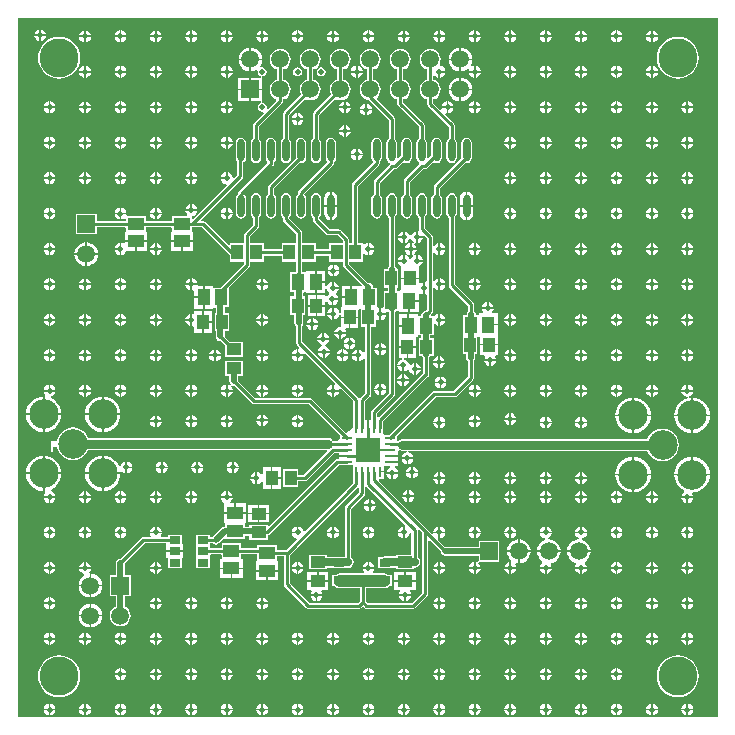
<source format=gbr>
G04 Layer_Physical_Order=1*
G04 Layer_Color=255*
%FSLAX44Y44*%
%MOMM*%
G71*
G01*
G75*
%ADD10O,0.6000X1.9000*%
%ADD11R,0.9000X0.6500*%
%ADD12R,1.4000X1.1000*%
%ADD13R,0.8100X0.2500*%
%ADD14R,0.2500X0.8100*%
%ADD15R,2.0600X2.0600*%
%ADD16R,1.1000X1.4000*%
%ADD17R,1.0000X1.3000*%
%ADD18R,1.3000X1.0000*%
%ADD19R,0.9000X0.7000*%
%ADD20C,0.2540*%
%ADD21C,0.7200*%
%ADD22C,0.7000*%
%ADD23C,1.0000*%
%ADD24C,0.5000*%
%ADD25C,0.1500*%
%ADD26C,1.5000*%
%ADD27R,1.5000X1.5000*%
%ADD28C,2.5000*%
%ADD29C,3.3000*%
%ADD30R,1.5000X1.5000*%
%ADD31C,0.5000*%
G36*
X878061Y375840D02*
X877877D01*
Y365477D01*
Y147287D01*
X284877D01*
Y368896D01*
X285061Y369520D01*
Y739756D01*
X878061D01*
Y375840D01*
D02*
G37*
%LPC*%
G36*
X304750Y729989D02*
Y725750D01*
X308990D01*
X308748Y726966D01*
X307634Y728634D01*
X305966Y729748D01*
X304750Y729989D01*
D02*
G37*
G36*
X303250D02*
X302034Y729748D01*
X300366Y728634D01*
X299252Y726966D01*
X299011Y725750D01*
X303250D01*
Y729989D01*
D02*
G37*
G36*
X822750Y728990D02*
Y724750D01*
X826990D01*
X826748Y725966D01*
X825634Y727634D01*
X823967Y728748D01*
X822750Y728990D01*
D02*
G37*
G36*
X821250D02*
X820033Y728748D01*
X818366Y727634D01*
X817252Y725966D01*
X817010Y724750D01*
X821250D01*
Y728990D01*
D02*
G37*
G36*
X792750D02*
Y724750D01*
X796990D01*
X796748Y725966D01*
X795634Y727634D01*
X793967Y728748D01*
X792750Y728990D01*
D02*
G37*
G36*
X791250D02*
X790033Y728748D01*
X788366Y727634D01*
X787252Y725966D01*
X787010Y724750D01*
X791250D01*
Y728990D01*
D02*
G37*
G36*
X762750D02*
Y724750D01*
X766990D01*
X766748Y725966D01*
X765634Y727634D01*
X763967Y728748D01*
X762750Y728990D01*
D02*
G37*
G36*
X761250D02*
X760033Y728748D01*
X758366Y727634D01*
X757252Y725966D01*
X757010Y724750D01*
X761250D01*
Y728990D01*
D02*
G37*
G36*
X732750D02*
Y724750D01*
X736990D01*
X736748Y725966D01*
X735634Y727634D01*
X733967Y728748D01*
X732750Y728990D01*
D02*
G37*
G36*
X731250D02*
X730033Y728748D01*
X728366Y727634D01*
X727252Y725966D01*
X727010Y724750D01*
X731250D01*
Y728990D01*
D02*
G37*
G36*
X702750D02*
Y724750D01*
X706990D01*
X706748Y725966D01*
X705634Y727634D01*
X703967Y728748D01*
X702750Y728990D01*
D02*
G37*
G36*
X701250D02*
X700033Y728748D01*
X698366Y727634D01*
X697253Y725966D01*
X697010Y724750D01*
X701250D01*
Y728990D01*
D02*
G37*
G36*
X672750D02*
Y724750D01*
X676990D01*
X676748Y725966D01*
X675634Y727634D01*
X673967Y728748D01*
X672750Y728990D01*
D02*
G37*
G36*
X671250D02*
X670033Y728748D01*
X668366Y727634D01*
X667252Y725966D01*
X667010Y724750D01*
X671250D01*
Y728990D01*
D02*
G37*
G36*
X642750D02*
Y724750D01*
X646990D01*
X646748Y725966D01*
X645634Y727634D01*
X643967Y728748D01*
X642750Y728990D01*
D02*
G37*
G36*
X641250D02*
X640033Y728748D01*
X638366Y727634D01*
X637252Y725966D01*
X637010Y724750D01*
X641250D01*
Y728990D01*
D02*
G37*
G36*
X612750D02*
Y724750D01*
X616990D01*
X616748Y725966D01*
X615634Y727634D01*
X613966Y728748D01*
X612750Y728990D01*
D02*
G37*
G36*
X611250D02*
X610033Y728748D01*
X608366Y727634D01*
X607252Y725966D01*
X607010Y724750D01*
X611250D01*
Y728990D01*
D02*
G37*
G36*
X582750D02*
Y724750D01*
X586990D01*
X586748Y725966D01*
X585634Y727634D01*
X583966Y728748D01*
X582750Y728990D01*
D02*
G37*
G36*
X581250D02*
X580033Y728748D01*
X578366Y727634D01*
X577252Y725966D01*
X577010Y724750D01*
X581250D01*
Y728990D01*
D02*
G37*
G36*
X552750D02*
Y724750D01*
X556990D01*
X556748Y725966D01*
X555634Y727634D01*
X553966Y728748D01*
X552750Y728990D01*
D02*
G37*
G36*
X551250D02*
X550033Y728748D01*
X548366Y727634D01*
X547252Y725966D01*
X547010Y724750D01*
X551250D01*
Y728990D01*
D02*
G37*
G36*
X522750D02*
Y724750D01*
X526990D01*
X526748Y725966D01*
X525634Y727634D01*
X523966Y728748D01*
X522750Y728990D01*
D02*
G37*
G36*
X521250D02*
X520033Y728748D01*
X518366Y727634D01*
X517252Y725966D01*
X517010Y724750D01*
X521250D01*
Y728990D01*
D02*
G37*
G36*
X492750D02*
Y724750D01*
X496990D01*
X496748Y725966D01*
X495634Y727634D01*
X493966Y728748D01*
X492750Y728990D01*
D02*
G37*
G36*
X491250D02*
X490033Y728748D01*
X488366Y727634D01*
X487252Y725966D01*
X487010Y724750D01*
X491250D01*
Y728990D01*
D02*
G37*
G36*
X462750D02*
Y724750D01*
X466990D01*
X466748Y725966D01*
X465634Y727634D01*
X463966Y728748D01*
X462750Y728990D01*
D02*
G37*
G36*
X461250D02*
X460033Y728748D01*
X458366Y727634D01*
X457253Y725966D01*
X457010Y724750D01*
X461250D01*
Y728990D01*
D02*
G37*
G36*
X432750D02*
Y724750D01*
X436990D01*
X436748Y725966D01*
X435634Y727634D01*
X433966Y728748D01*
X432750Y728990D01*
D02*
G37*
G36*
X431250D02*
X430033Y728748D01*
X428366Y727634D01*
X427252Y725966D01*
X427010Y724750D01*
X431250D01*
Y728990D01*
D02*
G37*
G36*
X402750D02*
Y724750D01*
X406990D01*
X406748Y725966D01*
X405634Y727634D01*
X403966Y728748D01*
X402750Y728990D01*
D02*
G37*
G36*
X401250D02*
X400033Y728748D01*
X398366Y727634D01*
X397252Y725966D01*
X397010Y724750D01*
X401250D01*
Y728990D01*
D02*
G37*
G36*
X372750D02*
Y724750D01*
X376990D01*
X376748Y725966D01*
X375634Y727634D01*
X373966Y728748D01*
X372750Y728990D01*
D02*
G37*
G36*
X371250D02*
X370033Y728748D01*
X368366Y727634D01*
X367252Y725966D01*
X367010Y724750D01*
X371250D01*
Y728990D01*
D02*
G37*
G36*
X342750D02*
Y724750D01*
X346990D01*
X346748Y725966D01*
X345634Y727634D01*
X343966Y728748D01*
X342750Y728990D01*
D02*
G37*
G36*
X341250D02*
X340033Y728748D01*
X338366Y727634D01*
X337252Y725966D01*
X337010Y724750D01*
X341250D01*
Y728990D01*
D02*
G37*
G36*
X308990Y724250D02*
X304750D01*
Y720010D01*
X305966Y720252D01*
X307634Y721366D01*
X308748Y723034D01*
X308990Y724250D01*
D02*
G37*
G36*
X303250D02*
X299011D01*
X299252Y723034D01*
X300366Y721366D01*
X302034Y720252D01*
X303250Y720010D01*
Y724250D01*
D02*
G37*
G36*
X826990Y723250D02*
X822750D01*
Y719010D01*
X823967Y719252D01*
X825634Y720366D01*
X826748Y722033D01*
X826990Y723250D01*
D02*
G37*
G36*
X821250D02*
X817010D01*
X817252Y722033D01*
X818366Y720366D01*
X820033Y719252D01*
X821250Y719010D01*
Y723250D01*
D02*
G37*
G36*
X796990D02*
X792750D01*
Y719010D01*
X793967Y719252D01*
X795634Y720366D01*
X796748Y722033D01*
X796990Y723250D01*
D02*
G37*
G36*
X791250D02*
X787010D01*
X787252Y722033D01*
X788366Y720366D01*
X790033Y719252D01*
X791250Y719010D01*
Y723250D01*
D02*
G37*
G36*
X766990D02*
X762750D01*
Y719010D01*
X763967Y719252D01*
X765634Y720366D01*
X766748Y722033D01*
X766990Y723250D01*
D02*
G37*
G36*
X761250D02*
X757010D01*
X757252Y722033D01*
X758366Y720366D01*
X760033Y719252D01*
X761250Y719010D01*
Y723250D01*
D02*
G37*
G36*
X736990D02*
X732750D01*
Y719010D01*
X733967Y719252D01*
X735634Y720366D01*
X736748Y722033D01*
X736990Y723250D01*
D02*
G37*
G36*
X731250D02*
X727010D01*
X727252Y722033D01*
X728366Y720366D01*
X730033Y719252D01*
X731250Y719010D01*
Y723250D01*
D02*
G37*
G36*
X706990D02*
X702750D01*
Y719010D01*
X703967Y719252D01*
X705634Y720366D01*
X706748Y722033D01*
X706990Y723250D01*
D02*
G37*
G36*
X701250D02*
X697010D01*
X697253Y722033D01*
X698366Y720366D01*
X700033Y719252D01*
X701250Y719010D01*
Y723250D01*
D02*
G37*
G36*
X676990D02*
X672750D01*
Y719010D01*
X673967Y719252D01*
X675634Y720366D01*
X676748Y722033D01*
X676990Y723250D01*
D02*
G37*
G36*
X671250D02*
X667010D01*
X667252Y722033D01*
X668366Y720366D01*
X670033Y719252D01*
X671250Y719010D01*
Y723250D01*
D02*
G37*
G36*
X646990D02*
X642750D01*
Y719010D01*
X643967Y719252D01*
X645634Y720366D01*
X646748Y722033D01*
X646990Y723250D01*
D02*
G37*
G36*
X641250D02*
X637010D01*
X637252Y722033D01*
X638366Y720366D01*
X640033Y719252D01*
X641250Y719010D01*
Y723250D01*
D02*
G37*
G36*
X616990D02*
X612750D01*
Y719010D01*
X613966Y719252D01*
X615634Y720366D01*
X616748Y722033D01*
X616990Y723250D01*
D02*
G37*
G36*
X611250D02*
X607010D01*
X607252Y722033D01*
X608366Y720366D01*
X610033Y719252D01*
X611250Y719010D01*
Y723250D01*
D02*
G37*
G36*
X586990D02*
X582750D01*
Y719010D01*
X583966Y719252D01*
X585634Y720366D01*
X586748Y722033D01*
X586990Y723250D01*
D02*
G37*
G36*
X581250D02*
X577010D01*
X577252Y722033D01*
X578366Y720366D01*
X580033Y719252D01*
X581250Y719010D01*
Y723250D01*
D02*
G37*
G36*
X556990D02*
X552750D01*
Y719010D01*
X553966Y719252D01*
X555634Y720366D01*
X556748Y722033D01*
X556990Y723250D01*
D02*
G37*
G36*
X551250D02*
X547010D01*
X547252Y722033D01*
X548366Y720366D01*
X550033Y719252D01*
X551250Y719010D01*
Y723250D01*
D02*
G37*
G36*
X526990D02*
X522750D01*
Y719010D01*
X523966Y719252D01*
X525634Y720366D01*
X526748Y722033D01*
X526990Y723250D01*
D02*
G37*
G36*
X521250D02*
X517010D01*
X517252Y722033D01*
X518366Y720366D01*
X520033Y719252D01*
X521250Y719010D01*
Y723250D01*
D02*
G37*
G36*
X496990D02*
X492750D01*
Y719010D01*
X493966Y719252D01*
X495634Y720366D01*
X496748Y722033D01*
X496990Y723250D01*
D02*
G37*
G36*
X491250D02*
X487010D01*
X487252Y722033D01*
X488366Y720366D01*
X490033Y719252D01*
X491250Y719010D01*
Y723250D01*
D02*
G37*
G36*
X466990D02*
X462750D01*
Y719010D01*
X463966Y719252D01*
X465634Y720366D01*
X466748Y722033D01*
X466990Y723250D01*
D02*
G37*
G36*
X461250D02*
X457010D01*
X457253Y722033D01*
X458366Y720366D01*
X460033Y719252D01*
X461250Y719010D01*
Y723250D01*
D02*
G37*
G36*
X436990D02*
X432750D01*
Y719010D01*
X433966Y719252D01*
X435634Y720366D01*
X436748Y722033D01*
X436990Y723250D01*
D02*
G37*
G36*
X431250D02*
X427010D01*
X427252Y722033D01*
X428366Y720366D01*
X430033Y719252D01*
X431250Y719010D01*
Y723250D01*
D02*
G37*
G36*
X406990D02*
X402750D01*
Y719010D01*
X403966Y719252D01*
X405634Y720366D01*
X406748Y722033D01*
X406990Y723250D01*
D02*
G37*
G36*
X401250D02*
X397010D01*
X397252Y722033D01*
X398366Y720366D01*
X400033Y719252D01*
X401250Y719010D01*
Y723250D01*
D02*
G37*
G36*
X376990D02*
X372750D01*
Y719010D01*
X373966Y719252D01*
X375634Y720366D01*
X376748Y722033D01*
X376990Y723250D01*
D02*
G37*
G36*
X371250D02*
X367010D01*
X367252Y722033D01*
X368366Y720366D01*
X370033Y719252D01*
X371250Y719010D01*
Y723250D01*
D02*
G37*
G36*
X346990D02*
X342750D01*
Y719010D01*
X343966Y719252D01*
X345634Y720366D01*
X346748Y722033D01*
X346990Y723250D01*
D02*
G37*
G36*
X341250D02*
X337010D01*
X337252Y722033D01*
X338366Y720366D01*
X340033Y719252D01*
X341250Y719010D01*
Y723250D01*
D02*
G37*
G36*
X660550Y714428D02*
Y705150D01*
X669828D01*
X669582Y707021D01*
X668570Y709463D01*
X666961Y711561D01*
X664863Y713170D01*
X662421Y714182D01*
X660550Y714428D01*
D02*
G37*
G36*
X659050D02*
X657179Y714182D01*
X654737Y713170D01*
X652639Y711561D01*
X651030Y709463D01*
X650018Y707021D01*
X649772Y705150D01*
X659050D01*
Y714428D01*
D02*
G37*
G36*
X482750D02*
Y705150D01*
X492028D01*
X491782Y707021D01*
X490770Y709463D01*
X489161Y711561D01*
X487063Y713170D01*
X484621Y714182D01*
X482750Y714428D01*
D02*
G37*
G36*
X481250D02*
X479379Y714182D01*
X476937Y713170D01*
X474839Y711561D01*
X473230Y709463D01*
X472218Y707021D01*
X471972Y705150D01*
X481250D01*
Y714428D01*
D02*
G37*
G36*
X822750Y698990D02*
Y694750D01*
X826990D01*
X826748Y695966D01*
X825634Y697634D01*
X823967Y698748D01*
X822750Y698990D01*
D02*
G37*
G36*
X821250D02*
X820033Y698748D01*
X818366Y697634D01*
X817252Y695966D01*
X817010Y694750D01*
X821250D01*
Y698990D01*
D02*
G37*
G36*
X792750D02*
Y694750D01*
X796990D01*
X796748Y695966D01*
X795634Y697634D01*
X793967Y698748D01*
X792750Y698990D01*
D02*
G37*
G36*
X791250D02*
X790033Y698748D01*
X788366Y697634D01*
X787252Y695966D01*
X787010Y694750D01*
X791250D01*
Y698990D01*
D02*
G37*
G36*
X762750D02*
Y694750D01*
X766990D01*
X766748Y695966D01*
X765634Y697634D01*
X763967Y698748D01*
X762750Y698990D01*
D02*
G37*
G36*
X761250D02*
X760033Y698748D01*
X758366Y697634D01*
X757252Y695966D01*
X757010Y694750D01*
X761250D01*
Y698990D01*
D02*
G37*
G36*
X732750D02*
Y694750D01*
X736990D01*
X736748Y695966D01*
X735634Y697634D01*
X733967Y698748D01*
X732750Y698990D01*
D02*
G37*
G36*
X731250D02*
X730033Y698748D01*
X728366Y697634D01*
X727252Y695966D01*
X727010Y694750D01*
X731250D01*
Y698990D01*
D02*
G37*
G36*
X702750D02*
Y694750D01*
X706990D01*
X706748Y695966D01*
X705634Y697634D01*
X703967Y698748D01*
X702750Y698990D01*
D02*
G37*
G36*
X701250D02*
X700033Y698748D01*
X698366Y697634D01*
X697253Y695966D01*
X697010Y694750D01*
X701250D01*
Y698990D01*
D02*
G37*
G36*
X672750D02*
Y694750D01*
X676990D01*
X676748Y695966D01*
X675634Y697634D01*
X673967Y698748D01*
X672750Y698990D01*
D02*
G37*
G36*
X669828Y703650D02*
X660550D01*
Y694372D01*
X662421Y694618D01*
X664863Y695630D01*
X666192Y696650D01*
X666973Y696146D01*
X667228Y695844D01*
X667010Y694750D01*
X671250D01*
Y698990D01*
X670033Y698748D01*
X669387Y698316D01*
X668508Y699255D01*
X668570Y699337D01*
X669582Y701779D01*
X669828Y703650D01*
D02*
G37*
G36*
X462750Y698990D02*
Y694750D01*
X466990D01*
X466748Y695966D01*
X465634Y697634D01*
X463966Y698748D01*
X462750Y698990D01*
D02*
G37*
G36*
X461250D02*
X460033Y698748D01*
X458366Y697634D01*
X457253Y695966D01*
X457010Y694750D01*
X461250D01*
Y698990D01*
D02*
G37*
G36*
X432750D02*
Y694750D01*
X436990D01*
X436748Y695966D01*
X435634Y697634D01*
X433966Y698748D01*
X432750Y698990D01*
D02*
G37*
G36*
X431250D02*
X430033Y698748D01*
X428366Y697634D01*
X427252Y695966D01*
X427010Y694750D01*
X431250D01*
Y698990D01*
D02*
G37*
G36*
X402750D02*
Y694750D01*
X406990D01*
X406748Y695966D01*
X405634Y697634D01*
X403966Y698748D01*
X402750Y698990D01*
D02*
G37*
G36*
X401250D02*
X400033Y698748D01*
X398366Y697634D01*
X397252Y695966D01*
X397010Y694750D01*
X401250D01*
Y698990D01*
D02*
G37*
G36*
X372750D02*
Y694750D01*
X376990D01*
X376748Y695966D01*
X375634Y697634D01*
X373966Y698748D01*
X372750Y698990D01*
D02*
G37*
G36*
X371250D02*
X370033Y698748D01*
X368366Y697634D01*
X367252Y695966D01*
X367010Y694750D01*
X371250D01*
Y698990D01*
D02*
G37*
G36*
X342750D02*
Y694750D01*
X346990D01*
X346748Y695966D01*
X345634Y697634D01*
X343966Y698748D01*
X342750Y698990D01*
D02*
G37*
G36*
X341250D02*
X340033Y698748D01*
X338366Y697634D01*
X337252Y695966D01*
X337010Y694750D01*
X341250D01*
Y698990D01*
D02*
G37*
G36*
X572750Y698989D02*
Y694750D01*
X576990D01*
X576748Y695966D01*
X575634Y697634D01*
X573966Y698747D01*
X572750Y698989D01*
D02*
G37*
G36*
X571250D02*
X570033Y698747D01*
X568366Y697634D01*
X567252Y695966D01*
X567010Y694750D01*
X571250D01*
Y698989D01*
D02*
G37*
G36*
X659050Y703650D02*
X649772D01*
X650018Y701779D01*
X651030Y699337D01*
X652639Y697239D01*
X654737Y695630D01*
X657179Y694618D01*
X659050Y694372D01*
Y703650D01*
D02*
G37*
G36*
X481250D02*
X471972D01*
X472218Y701779D01*
X473230Y699337D01*
X474839Y697239D01*
X476937Y695630D01*
X479379Y694618D01*
X481250Y694372D01*
Y703650D01*
D02*
G37*
G36*
X522000Y697823D02*
X520537Y697532D01*
X519296Y696704D01*
X518468Y695463D01*
X518176Y694000D01*
X518468Y692537D01*
X519296Y691296D01*
X520537Y690468D01*
X522000Y690176D01*
X523463Y690468D01*
X524704Y691296D01*
X525532Y692537D01*
X525824Y694000D01*
X525532Y695463D01*
X524704Y696704D01*
X523463Y697532D01*
X522000Y697823D01*
D02*
G37*
G36*
X542000Y697823D02*
X540537Y697532D01*
X539296Y696704D01*
X538468Y695463D01*
X538176Y694000D01*
X538468Y692537D01*
X539296Y691296D01*
X540537Y690468D01*
X542000Y690176D01*
X543463Y690468D01*
X544704Y691296D01*
X545532Y692537D01*
X545823Y694000D01*
X545532Y695463D01*
X544704Y696704D01*
X543463Y697532D01*
X542000Y697823D01*
D02*
G37*
G36*
X826990Y693250D02*
X822750D01*
Y689010D01*
X823967Y689252D01*
X825634Y690366D01*
X826748Y692033D01*
X826990Y693250D01*
D02*
G37*
G36*
X821250D02*
X817010D01*
X817252Y692033D01*
X818366Y690366D01*
X820033Y689252D01*
X821250Y689010D01*
Y693250D01*
D02*
G37*
G36*
X796990D02*
X792750D01*
Y689010D01*
X793967Y689252D01*
X795634Y690366D01*
X796748Y692033D01*
X796990Y693250D01*
D02*
G37*
G36*
X791250D02*
X787010D01*
X787252Y692033D01*
X788366Y690366D01*
X790033Y689252D01*
X791250Y689010D01*
Y693250D01*
D02*
G37*
G36*
X766990D02*
X762750D01*
Y689010D01*
X763967Y689252D01*
X765634Y690366D01*
X766748Y692033D01*
X766990Y693250D01*
D02*
G37*
G36*
X761250D02*
X757010D01*
X757252Y692033D01*
X758366Y690366D01*
X760033Y689252D01*
X761250Y689010D01*
Y693250D01*
D02*
G37*
G36*
X736990D02*
X732750D01*
Y689010D01*
X733967Y689252D01*
X735634Y690366D01*
X736748Y692033D01*
X736990Y693250D01*
D02*
G37*
G36*
X731250D02*
X727010D01*
X727252Y692033D01*
X728366Y690366D01*
X730033Y689252D01*
X731250Y689010D01*
Y693250D01*
D02*
G37*
G36*
X706990D02*
X702750D01*
Y689010D01*
X703967Y689252D01*
X705634Y690366D01*
X706748Y692033D01*
X706990Y693250D01*
D02*
G37*
G36*
X701250D02*
X697010D01*
X697253Y692033D01*
X698366Y690366D01*
X700033Y689252D01*
X701250Y689010D01*
Y693250D01*
D02*
G37*
G36*
X676990D02*
X672750D01*
Y689010D01*
X673967Y689252D01*
X675634Y690366D01*
X676748Y692033D01*
X676990Y693250D01*
D02*
G37*
G36*
X671250D02*
X667010D01*
X667252Y692033D01*
X668366Y690366D01*
X670033Y689252D01*
X671250Y689010D01*
Y693250D01*
D02*
G37*
G36*
X646990D02*
X642750D01*
Y689010D01*
X643967Y689252D01*
X645634Y690366D01*
X646748Y692033D01*
X646990Y693250D01*
D02*
G37*
G36*
X634400Y713225D02*
X632116Y712925D01*
X629987Y712043D01*
X628159Y710641D01*
X626757Y708813D01*
X625875Y706684D01*
X625574Y704400D01*
X625875Y702116D01*
X626757Y699987D01*
X628159Y698159D01*
X629987Y696757D01*
X631831Y695993D01*
Y687407D01*
X629987Y686643D01*
X628159Y685241D01*
X626757Y683413D01*
X625875Y681284D01*
X625574Y679000D01*
X625875Y676716D01*
X626757Y674587D01*
X628159Y672759D01*
X629987Y671357D01*
X631831Y670593D01*
Y666600D01*
X632026Y665617D01*
X632583Y664783D01*
X649831Y647536D01*
Y637395D01*
X649336Y637064D01*
X648397Y635658D01*
X648067Y634000D01*
Y621000D01*
X648397Y619342D01*
X649336Y617936D01*
X650742Y616997D01*
X652400Y616667D01*
X654058Y616997D01*
X655464Y617936D01*
X656403Y619342D01*
X656733Y621000D01*
Y634000D01*
X656403Y635658D01*
X655464Y637064D01*
X654969Y637395D01*
Y648600D01*
X654774Y649583D01*
X654217Y650417D01*
X647004Y657630D01*
X647035Y657957D01*
X648250Y658860D01*
Y663250D01*
X643860D01*
X642957Y662035D01*
X642630Y662004D01*
X636969Y667664D01*
Y670593D01*
X638813Y671357D01*
X640641Y672759D01*
X642043Y674587D01*
X642925Y676716D01*
X643225Y679000D01*
X642925Y681284D01*
X642043Y683413D01*
X640641Y685241D01*
X638813Y686643D01*
X636969Y687407D01*
Y690171D01*
X638239Y690556D01*
X638366Y690366D01*
X640033Y689252D01*
X641250Y689010D01*
Y694000D01*
X642000D01*
Y694750D01*
X646990D01*
X646748Y695966D01*
X645634Y697634D01*
X643967Y698748D01*
X642861Y698967D01*
X642606Y699286D01*
X642204Y700376D01*
X642925Y702116D01*
X643225Y704400D01*
X642925Y706684D01*
X642043Y708813D01*
X640641Y710641D01*
X638813Y712043D01*
X636684Y712925D01*
X634400Y713225D01*
D02*
G37*
G36*
X466990Y693250D02*
X462750D01*
Y689010D01*
X463966Y689252D01*
X465634Y690366D01*
X466748Y692033D01*
X466990Y693250D01*
D02*
G37*
G36*
X461250D02*
X457010D01*
X457253Y692033D01*
X458366Y690366D01*
X460033Y689252D01*
X461250Y689010D01*
Y693250D01*
D02*
G37*
G36*
X436990D02*
X432750D01*
Y689010D01*
X433966Y689252D01*
X435634Y690366D01*
X436748Y692033D01*
X436990Y693250D01*
D02*
G37*
G36*
X431250D02*
X427010D01*
X427252Y692033D01*
X428366Y690366D01*
X430033Y689252D01*
X431250Y689010D01*
Y693250D01*
D02*
G37*
G36*
X406990D02*
X402750D01*
Y689010D01*
X403966Y689252D01*
X405634Y690366D01*
X406748Y692033D01*
X406990Y693250D01*
D02*
G37*
G36*
X401250D02*
X397010D01*
X397252Y692033D01*
X398366Y690366D01*
X400033Y689252D01*
X401250Y689010D01*
Y693250D01*
D02*
G37*
G36*
X376990D02*
X372750D01*
Y689010D01*
X373966Y689252D01*
X375634Y690366D01*
X376748Y692033D01*
X376990Y693250D01*
D02*
G37*
G36*
X371250D02*
X367010D01*
X367252Y692033D01*
X368366Y690366D01*
X370033Y689252D01*
X371250Y689010D01*
Y693250D01*
D02*
G37*
G36*
X346990D02*
X342750D01*
Y689010D01*
X343966Y689252D01*
X345634Y690366D01*
X346748Y692033D01*
X346990Y693250D01*
D02*
G37*
G36*
X341250D02*
X337010D01*
X337252Y692033D01*
X338366Y690366D01*
X340033Y689252D01*
X341250Y689010D01*
Y693250D01*
D02*
G37*
G36*
X576990Y693250D02*
X572750D01*
Y689010D01*
X573966Y689252D01*
X575634Y690366D01*
X576748Y692033D01*
X576990Y693250D01*
D02*
G37*
G36*
X571250D02*
X567010D01*
X567252Y692033D01*
X568366Y690366D01*
X570033Y689252D01*
X571250Y689010D01*
Y693250D01*
D02*
G37*
G36*
X843900Y723736D02*
X840420Y723393D01*
X837075Y722378D01*
X833991Y720730D01*
X831288Y718512D01*
X829070Y715809D01*
X827422Y712726D01*
X826407Y709380D01*
X826064Y705900D01*
X826407Y702420D01*
X827422Y699074D01*
X829070Y695991D01*
X831288Y693288D01*
X833991Y691070D01*
X837075Y689422D01*
X840420Y688407D01*
X843900Y688064D01*
X847380Y688407D01*
X850725Y689422D01*
X853809Y691070D01*
X856512Y693288D01*
X858730Y695991D01*
X860378Y699074D01*
X861393Y702420D01*
X861736Y705900D01*
X861393Y709380D01*
X860378Y712726D01*
X858730Y715809D01*
X856512Y718512D01*
X853809Y720730D01*
X850725Y722378D01*
X847380Y723393D01*
X843900Y723736D01*
D02*
G37*
G36*
X320100D02*
X316620Y723393D01*
X313274Y722378D01*
X310191Y720730D01*
X307488Y718512D01*
X305270Y715809D01*
X303622Y712726D01*
X302607Y709380D01*
X302264Y705900D01*
X302607Y702420D01*
X303622Y699074D01*
X305270Y695991D01*
X307488Y693288D01*
X310191Y691070D01*
X313274Y689422D01*
X316620Y688407D01*
X320100Y688064D01*
X323580Y688407D01*
X326926Y689422D01*
X330009Y691070D01*
X332712Y693288D01*
X334930Y695991D01*
X336578Y699074D01*
X337593Y702420D01*
X337936Y705900D01*
X337593Y709380D01*
X336578Y712726D01*
X334930Y715809D01*
X332712Y718512D01*
X330009Y720730D01*
X326926Y722378D01*
X323580Y723393D01*
X320100Y723736D01*
D02*
G37*
G36*
X660550Y689028D02*
Y679750D01*
X669828D01*
X669582Y681621D01*
X668570Y684063D01*
X666961Y686161D01*
X664863Y687770D01*
X662421Y688782D01*
X660550Y689028D01*
D02*
G37*
G36*
X659050D02*
X657179Y688782D01*
X654737Y687770D01*
X652639Y686161D01*
X651030Y684063D01*
X650018Y681621D01*
X649772Y679750D01*
X659050D01*
Y689028D01*
D02*
G37*
G36*
X492028Y703650D02*
X482750D01*
Y694372D01*
X484621Y694618D01*
X487063Y695630D01*
X487278Y695795D01*
X488384Y695043D01*
X488176Y694000D01*
X488468Y692537D01*
X489296Y691296D01*
X490537Y690468D01*
X491329Y690310D01*
X491204Y689040D01*
X490798Y689040D01*
X490770Y689040D01*
X482750D01*
Y679750D01*
X492040D01*
Y688972D01*
X492040Y689040D01*
X492245Y690225D01*
X492562Y690288D01*
X493463Y690468D01*
X494704Y691296D01*
X495532Y692537D01*
X495824Y694000D01*
X495532Y695463D01*
X494704Y696704D01*
X493463Y697532D01*
X492000Y697823D01*
X491067Y697638D01*
X490351Y698790D01*
X490770Y699337D01*
X491782Y701779D01*
X492028Y703650D01*
D02*
G37*
G36*
X481250Y689040D02*
X471960D01*
Y679750D01*
X481250D01*
Y689040D01*
D02*
G37*
G36*
X558200Y713225D02*
X555916Y712925D01*
X553787Y712043D01*
X551959Y710641D01*
X550557Y708813D01*
X549675Y706684D01*
X549375Y704400D01*
X549675Y702116D01*
X550557Y699987D01*
X551959Y698159D01*
X553787Y696757D01*
X555631Y695993D01*
Y687407D01*
X553787Y686643D01*
X551959Y685241D01*
X550557Y683413D01*
X549675Y681284D01*
X549375Y679000D01*
X549675Y676716D01*
X550439Y674872D01*
X535583Y660017D01*
X535026Y659183D01*
X534831Y658200D01*
Y637395D01*
X534336Y637064D01*
X533397Y635658D01*
X533067Y634000D01*
Y621000D01*
X533397Y619342D01*
X534336Y617936D01*
X535742Y616997D01*
X537400Y616667D01*
X539058Y616997D01*
X540464Y617936D01*
X541403Y619342D01*
X541733Y621000D01*
Y634000D01*
X541403Y635658D01*
X540464Y637064D01*
X539969Y637395D01*
Y657136D01*
X554072Y671239D01*
X555916Y670475D01*
X558200Y670174D01*
X560484Y670475D01*
X562613Y671357D01*
X564441Y672759D01*
X565843Y674587D01*
X566725Y676716D01*
X567025Y679000D01*
X566725Y681284D01*
X565843Y683413D01*
X564441Y685241D01*
X562613Y686643D01*
X560769Y687407D01*
Y695993D01*
X562613Y696757D01*
X564441Y698159D01*
X565843Y699987D01*
X566725Y702116D01*
X567025Y704400D01*
X566725Y706684D01*
X565843Y708813D01*
X564441Y710641D01*
X562613Y712043D01*
X560484Y712925D01*
X558200Y713225D01*
D02*
G37*
G36*
X532800D02*
X530516Y712925D01*
X528387Y712043D01*
X526559Y710641D01*
X525157Y708813D01*
X524275Y706684D01*
X523974Y704400D01*
X524275Y702116D01*
X525157Y699987D01*
X526559Y698159D01*
X528387Y696757D01*
X530231Y695993D01*
Y687407D01*
X528387Y686643D01*
X526559Y685241D01*
X525157Y683413D01*
X524275Y681284D01*
X523974Y679000D01*
X524275Y676716D01*
X525039Y674872D01*
X510183Y660017D01*
X509626Y659183D01*
X509431Y658200D01*
Y637395D01*
X508936Y637064D01*
X507997Y635658D01*
X507667Y634000D01*
Y621000D01*
X507997Y619342D01*
X508936Y617936D01*
X510342Y616997D01*
X512000Y616667D01*
X513658Y616997D01*
X515064Y617936D01*
X516003Y619342D01*
X516333Y621000D01*
Y634000D01*
X516003Y635658D01*
X515064Y637064D01*
X514569Y637395D01*
Y657136D01*
X528672Y671239D01*
X530516Y670475D01*
X532800Y670174D01*
X535084Y670475D01*
X537213Y671357D01*
X539041Y672759D01*
X540443Y674587D01*
X541325Y676716D01*
X541626Y679000D01*
X541325Y681284D01*
X540443Y683413D01*
X539041Y685241D01*
X537213Y686643D01*
X535369Y687407D01*
Y695993D01*
X537213Y696757D01*
X539041Y698159D01*
X540443Y699987D01*
X541325Y702116D01*
X541626Y704400D01*
X541325Y706684D01*
X540443Y708813D01*
X539041Y710641D01*
X537213Y712043D01*
X535084Y712925D01*
X532800Y713225D01*
D02*
G37*
G36*
X669828Y678250D02*
X660550D01*
Y668972D01*
X662421Y669218D01*
X664863Y670230D01*
X666961Y671839D01*
X668570Y673937D01*
X669582Y676379D01*
X669828Y678250D01*
D02*
G37*
G36*
X659050D02*
X649772D01*
X650018Y676379D01*
X651030Y673937D01*
X652639Y671839D01*
X654737Y670230D01*
X657179Y669218D01*
X659050Y668972D01*
Y678250D01*
D02*
G37*
G36*
X481250D02*
X471960D01*
Y668960D01*
X481250D01*
Y678250D01*
D02*
G37*
G36*
X852750Y668990D02*
Y664750D01*
X856990D01*
X856748Y665966D01*
X855634Y667634D01*
X853967Y668748D01*
X852750Y668990D01*
D02*
G37*
G36*
X851250D02*
X850033Y668748D01*
X848366Y667634D01*
X847252Y665966D01*
X847010Y664750D01*
X851250D01*
Y668990D01*
D02*
G37*
G36*
X822750D02*
Y664750D01*
X826990D01*
X826748Y665966D01*
X825634Y667634D01*
X823967Y668748D01*
X822750Y668990D01*
D02*
G37*
G36*
X821250D02*
X820033Y668748D01*
X818366Y667634D01*
X817252Y665966D01*
X817010Y664750D01*
X821250D01*
Y668990D01*
D02*
G37*
G36*
X792750D02*
Y664750D01*
X796990D01*
X796748Y665966D01*
X795634Y667634D01*
X793967Y668748D01*
X792750Y668990D01*
D02*
G37*
G36*
X791250D02*
X790033Y668748D01*
X788366Y667634D01*
X787252Y665966D01*
X787010Y664750D01*
X791250D01*
Y668990D01*
D02*
G37*
G36*
X762750D02*
Y664750D01*
X766990D01*
X766748Y665966D01*
X765634Y667634D01*
X763967Y668748D01*
X762750Y668990D01*
D02*
G37*
G36*
X761250D02*
X760033Y668748D01*
X758366Y667634D01*
X757252Y665966D01*
X757010Y664750D01*
X761250D01*
Y668990D01*
D02*
G37*
G36*
X732750D02*
Y664750D01*
X736990D01*
X736748Y665966D01*
X735634Y667634D01*
X733967Y668748D01*
X732750Y668990D01*
D02*
G37*
G36*
X731250D02*
X730033Y668748D01*
X728366Y667634D01*
X727252Y665966D01*
X727010Y664750D01*
X731250D01*
Y668990D01*
D02*
G37*
G36*
X702750D02*
Y664750D01*
X706990D01*
X706748Y665966D01*
X705634Y667634D01*
X703967Y668748D01*
X702750Y668990D01*
D02*
G37*
G36*
X701250D02*
X700033Y668748D01*
X698366Y667634D01*
X697253Y665966D01*
X697010Y664750D01*
X701250D01*
Y668990D01*
D02*
G37*
G36*
X672750D02*
Y664750D01*
X676990D01*
X676748Y665966D01*
X675634Y667634D01*
X673967Y668748D01*
X672750Y668990D01*
D02*
G37*
G36*
X671250D02*
X670033Y668748D01*
X668366Y667634D01*
X667252Y665966D01*
X667010Y664750D01*
X671250D01*
Y668990D01*
D02*
G37*
G36*
X462750D02*
Y664750D01*
X466990D01*
X466748Y665966D01*
X465634Y667634D01*
X463966Y668748D01*
X462750Y668990D01*
D02*
G37*
G36*
X461250D02*
X460033Y668748D01*
X458366Y667634D01*
X457253Y665966D01*
X457010Y664750D01*
X461250D01*
Y668990D01*
D02*
G37*
G36*
X432750D02*
Y664750D01*
X436990D01*
X436748Y665966D01*
X435634Y667634D01*
X433966Y668748D01*
X432750Y668990D01*
D02*
G37*
G36*
X431250D02*
X430033Y668748D01*
X428366Y667634D01*
X427252Y665966D01*
X427010Y664750D01*
X431250D01*
Y668990D01*
D02*
G37*
G36*
X402750D02*
Y664750D01*
X406990D01*
X406748Y665966D01*
X405634Y667634D01*
X403966Y668748D01*
X402750Y668990D01*
D02*
G37*
G36*
X401250D02*
X400033Y668748D01*
X398366Y667634D01*
X397252Y665966D01*
X397010Y664750D01*
X401250D01*
Y668990D01*
D02*
G37*
G36*
X372750D02*
Y664750D01*
X376990D01*
X376748Y665966D01*
X375634Y667634D01*
X373966Y668748D01*
X372750Y668990D01*
D02*
G37*
G36*
X371250D02*
X370033Y668748D01*
X368366Y667634D01*
X367252Y665966D01*
X367010Y664750D01*
X371250D01*
Y668990D01*
D02*
G37*
G36*
X342750D02*
Y664750D01*
X346990D01*
X346748Y665966D01*
X345634Y667634D01*
X343966Y668748D01*
X342750Y668990D01*
D02*
G37*
G36*
X341250D02*
X340033Y668748D01*
X338366Y667634D01*
X337252Y665966D01*
X337010Y664750D01*
X341250D01*
Y668990D01*
D02*
G37*
G36*
X312750D02*
Y664750D01*
X316989D01*
X316748Y665966D01*
X315634Y667634D01*
X313967Y668748D01*
X312750Y668990D01*
D02*
G37*
G36*
X311250D02*
X310033Y668748D01*
X308366Y667634D01*
X307252Y665966D01*
X307010Y664750D01*
X311250D01*
Y668990D01*
D02*
G37*
G36*
X649750Y668989D02*
Y664750D01*
X653989D01*
X653748Y665966D01*
X652634Y667634D01*
X650966Y668748D01*
X649750Y668989D01*
D02*
G37*
G36*
X648250D02*
X647033Y668748D01*
X645366Y667634D01*
X644252Y665966D01*
X644010Y664750D01*
X648250D01*
Y668989D01*
D02*
G37*
G36*
X562750D02*
Y664750D01*
X566990D01*
X566748Y665966D01*
X565634Y667634D01*
X563966Y668748D01*
X562750Y668989D01*
D02*
G37*
G36*
X561250D02*
X560033Y668748D01*
X558366Y667634D01*
X557252Y665966D01*
X557010Y664750D01*
X561250D01*
Y668989D01*
D02*
G37*
G36*
X580750Y666990D02*
Y662750D01*
X584990D01*
X584748Y663967D01*
X583634Y665634D01*
X581967Y666748D01*
X580750Y666990D01*
D02*
G37*
G36*
X579250D02*
X578033Y666748D01*
X576366Y665634D01*
X575252Y663967D01*
X575010Y662750D01*
X579250D01*
Y666990D01*
D02*
G37*
G36*
X507400Y713225D02*
X505116Y712925D01*
X502987Y712043D01*
X501159Y710641D01*
X499757Y708813D01*
X498875Y706684D01*
X498574Y704400D01*
X498875Y702116D01*
X499757Y699987D01*
X501159Y698159D01*
X502987Y696757D01*
X504831Y695993D01*
Y687407D01*
X502987Y686643D01*
X501159Y685241D01*
X499757Y683413D01*
X498875Y681284D01*
X498574Y679000D01*
X498875Y676716D01*
X499757Y674587D01*
X501159Y672759D01*
X502987Y671357D01*
X503652Y671082D01*
X503950Y669584D01*
X496809Y662442D01*
X495638Y663068D01*
X495824Y664000D01*
X495532Y665463D01*
X494704Y666704D01*
X493463Y667532D01*
X492562Y667712D01*
X492245Y667775D01*
X492040Y668960D01*
X492040Y669023D01*
X492040Y669884D01*
X492040Y678250D01*
X482750D01*
Y668960D01*
X490770D01*
X491204Y668960D01*
X491329Y667690D01*
X490983Y667621D01*
X490537Y667532D01*
X489296Y666704D01*
X488468Y665463D01*
X488176Y664000D01*
X488468Y662537D01*
X489296Y661296D01*
X490537Y660468D01*
X492000Y660177D01*
X492932Y660362D01*
X493558Y659192D01*
X484783Y650417D01*
X484226Y649583D01*
X484031Y648600D01*
Y637395D01*
X483536Y637064D01*
X482597Y635658D01*
X482267Y634000D01*
Y621000D01*
X482597Y619342D01*
X483536Y617936D01*
X484942Y616997D01*
X486600Y616667D01*
X488258Y616997D01*
X489664Y617936D01*
X490603Y619342D01*
X490933Y621000D01*
Y634000D01*
X490603Y635658D01*
X489664Y637064D01*
X489169Y637395D01*
Y647536D01*
X509217Y667583D01*
X509774Y668417D01*
X509969Y669400D01*
X509969Y669400D01*
Y670593D01*
X511813Y671357D01*
X513641Y672759D01*
X515043Y674587D01*
X515925Y676716D01*
X516226Y679000D01*
X515925Y681284D01*
X515043Y683413D01*
X513641Y685241D01*
X511813Y686643D01*
X509969Y687407D01*
Y695993D01*
X511813Y696757D01*
X513641Y698159D01*
X515043Y699987D01*
X515925Y702116D01*
X516226Y704400D01*
X515925Y706684D01*
X515043Y708813D01*
X513641Y710641D01*
X511813Y712043D01*
X509684Y712925D01*
X507400Y713225D01*
D02*
G37*
G36*
X856990Y663250D02*
X852750D01*
Y659010D01*
X853967Y659252D01*
X855634Y660366D01*
X856748Y662033D01*
X856990Y663250D01*
D02*
G37*
G36*
X851250D02*
X847010D01*
X847252Y662033D01*
X848366Y660366D01*
X850033Y659252D01*
X851250Y659010D01*
Y663250D01*
D02*
G37*
G36*
X826990D02*
X822750D01*
Y659010D01*
X823967Y659252D01*
X825634Y660366D01*
X826748Y662033D01*
X826990Y663250D01*
D02*
G37*
G36*
X821250D02*
X817010D01*
X817252Y662033D01*
X818366Y660366D01*
X820033Y659252D01*
X821250Y659010D01*
Y663250D01*
D02*
G37*
G36*
X796990D02*
X792750D01*
Y659010D01*
X793967Y659252D01*
X795634Y660366D01*
X796748Y662033D01*
X796990Y663250D01*
D02*
G37*
G36*
X791250D02*
X787010D01*
X787252Y662033D01*
X788366Y660366D01*
X790033Y659252D01*
X791250Y659010D01*
Y663250D01*
D02*
G37*
G36*
X766990D02*
X762750D01*
Y659010D01*
X763967Y659252D01*
X765634Y660366D01*
X766748Y662033D01*
X766990Y663250D01*
D02*
G37*
G36*
X761250D02*
X757010D01*
X757252Y662033D01*
X758366Y660366D01*
X760033Y659252D01*
X761250Y659010D01*
Y663250D01*
D02*
G37*
G36*
X736990D02*
X732750D01*
Y659010D01*
X733967Y659252D01*
X735634Y660366D01*
X736748Y662033D01*
X736990Y663250D01*
D02*
G37*
G36*
X731250D02*
X727010D01*
X727252Y662033D01*
X728366Y660366D01*
X730033Y659252D01*
X731250Y659010D01*
Y663250D01*
D02*
G37*
G36*
X706990D02*
X702750D01*
Y659010D01*
X703967Y659252D01*
X705634Y660366D01*
X706748Y662033D01*
X706990Y663250D01*
D02*
G37*
G36*
X701250D02*
X697010D01*
X697253Y662033D01*
X698366Y660366D01*
X700033Y659252D01*
X701250Y659010D01*
Y663250D01*
D02*
G37*
G36*
X676990D02*
X672750D01*
Y659010D01*
X673967Y659252D01*
X675634Y660366D01*
X676748Y662033D01*
X676990Y663250D01*
D02*
G37*
G36*
X671250D02*
X667010D01*
X667252Y662033D01*
X668366Y660366D01*
X670033Y659252D01*
X671250Y659010D01*
Y663250D01*
D02*
G37*
G36*
X466990D02*
X462750D01*
Y659010D01*
X463966Y659252D01*
X465634Y660366D01*
X466748Y662033D01*
X466990Y663250D01*
D02*
G37*
G36*
X461250D02*
X457010D01*
X457253Y662033D01*
X458366Y660366D01*
X460033Y659252D01*
X461250Y659010D01*
Y663250D01*
D02*
G37*
G36*
X436990D02*
X432750D01*
Y659010D01*
X433966Y659252D01*
X435634Y660366D01*
X436748Y662033D01*
X436990Y663250D01*
D02*
G37*
G36*
X431250D02*
X427010D01*
X427252Y662033D01*
X428366Y660366D01*
X430033Y659252D01*
X431250Y659010D01*
Y663250D01*
D02*
G37*
G36*
X406990D02*
X402750D01*
Y659010D01*
X403966Y659252D01*
X405634Y660366D01*
X406748Y662033D01*
X406990Y663250D01*
D02*
G37*
G36*
X401250D02*
X397010D01*
X397252Y662033D01*
X398366Y660366D01*
X400033Y659252D01*
X401250Y659010D01*
Y663250D01*
D02*
G37*
G36*
X376990D02*
X372750D01*
Y659010D01*
X373966Y659252D01*
X375634Y660366D01*
X376748Y662033D01*
X376990Y663250D01*
D02*
G37*
G36*
X371250D02*
X367010D01*
X367252Y662033D01*
X368366Y660366D01*
X370033Y659252D01*
X371250Y659010D01*
Y663250D01*
D02*
G37*
G36*
X346990D02*
X342750D01*
Y659010D01*
X343966Y659252D01*
X345634Y660366D01*
X346748Y662033D01*
X346990Y663250D01*
D02*
G37*
G36*
X341250D02*
X337010D01*
X337252Y662033D01*
X338366Y660366D01*
X340033Y659252D01*
X341250Y659010D01*
Y663250D01*
D02*
G37*
G36*
X316989D02*
X312750D01*
Y659010D01*
X313967Y659252D01*
X315634Y660366D01*
X316748Y662033D01*
X316989Y663250D01*
D02*
G37*
G36*
X311250D02*
X307010D01*
X307252Y662033D01*
X308366Y660366D01*
X310033Y659252D01*
X311250Y659010D01*
Y663250D01*
D02*
G37*
G36*
X653989Y663250D02*
X649750D01*
Y659010D01*
X650966Y659252D01*
X652634Y660366D01*
X653748Y662033D01*
X653989Y663250D01*
D02*
G37*
G36*
X566990D02*
X562750D01*
Y659010D01*
X563966Y659252D01*
X565634Y660366D01*
X566748Y662033D01*
X566990Y663250D01*
D02*
G37*
G36*
X561250D02*
X557010D01*
X557252Y662033D01*
X558366Y660366D01*
X560033Y659252D01*
X561250Y659010D01*
Y663250D01*
D02*
G37*
G36*
X584990Y661250D02*
X580750D01*
Y657010D01*
X581967Y657252D01*
X583634Y658366D01*
X584748Y660033D01*
X584990Y661250D01*
D02*
G37*
G36*
X579250D02*
X575010D01*
X575252Y660033D01*
X576366Y658366D01*
X578033Y657252D01*
X579250Y657010D01*
Y661250D01*
D02*
G37*
G36*
X522750Y658989D02*
Y654750D01*
X526990D01*
X526748Y655966D01*
X525634Y657634D01*
X523966Y658748D01*
X522750Y658989D01*
D02*
G37*
G36*
X521250D02*
X520033Y658748D01*
X518366Y657634D01*
X517252Y655966D01*
X517010Y654750D01*
X521250D01*
Y658989D01*
D02*
G37*
G36*
X526990Y653250D02*
X522750D01*
Y649010D01*
X523966Y649252D01*
X525634Y650366D01*
X526748Y652033D01*
X526990Y653250D01*
D02*
G37*
G36*
X521250D02*
X517010D01*
X517252Y652033D01*
X518366Y650366D01*
X520033Y649252D01*
X521250Y649010D01*
Y653250D01*
D02*
G37*
G36*
X562750Y648989D02*
Y644750D01*
X566990D01*
X566748Y645966D01*
X565634Y647634D01*
X563966Y648747D01*
X562750Y648989D01*
D02*
G37*
G36*
X561250D02*
X560033Y648747D01*
X558366Y647634D01*
X557252Y645966D01*
X557010Y644750D01*
X561250D01*
Y648989D01*
D02*
G37*
G36*
X566990Y643250D02*
X562750D01*
Y639010D01*
X563966Y639252D01*
X565634Y640366D01*
X566748Y642033D01*
X566990Y643250D01*
D02*
G37*
G36*
X561250D02*
X557010D01*
X557252Y642033D01*
X558366Y640366D01*
X560033Y639252D01*
X561250Y639010D01*
Y643250D01*
D02*
G37*
G36*
X852750Y638990D02*
Y634750D01*
X856990D01*
X856748Y635966D01*
X855634Y637634D01*
X853967Y638748D01*
X852750Y638990D01*
D02*
G37*
G36*
X851250D02*
X850033Y638748D01*
X848366Y637634D01*
X847252Y635966D01*
X847010Y634750D01*
X851250D01*
Y638990D01*
D02*
G37*
G36*
X822750D02*
Y634750D01*
X826990D01*
X826748Y635966D01*
X825634Y637634D01*
X823967Y638748D01*
X822750Y638990D01*
D02*
G37*
G36*
X821250D02*
X820033Y638748D01*
X818366Y637634D01*
X817252Y635966D01*
X817010Y634750D01*
X821250D01*
Y638990D01*
D02*
G37*
G36*
X792750D02*
Y634750D01*
X796990D01*
X796748Y635966D01*
X795634Y637634D01*
X793967Y638748D01*
X792750Y638990D01*
D02*
G37*
G36*
X791250D02*
X790033Y638748D01*
X788366Y637634D01*
X787252Y635966D01*
X787010Y634750D01*
X791250D01*
Y638990D01*
D02*
G37*
G36*
X762750D02*
Y634750D01*
X766990D01*
X766748Y635966D01*
X765634Y637634D01*
X763967Y638748D01*
X762750Y638990D01*
D02*
G37*
G36*
X761250D02*
X760033Y638748D01*
X758366Y637634D01*
X757252Y635966D01*
X757010Y634750D01*
X761250D01*
Y638990D01*
D02*
G37*
G36*
X732750D02*
Y634750D01*
X736990D01*
X736748Y635966D01*
X735634Y637634D01*
X733967Y638748D01*
X732750Y638990D01*
D02*
G37*
G36*
X731250D02*
X730033Y638748D01*
X728366Y637634D01*
X727252Y635966D01*
X727010Y634750D01*
X731250D01*
Y638990D01*
D02*
G37*
G36*
X702750D02*
Y634750D01*
X706990D01*
X706748Y635966D01*
X705634Y637634D01*
X703967Y638748D01*
X702750Y638990D01*
D02*
G37*
G36*
X701250D02*
X700033Y638748D01*
X698366Y637634D01*
X697253Y635966D01*
X697010Y634750D01*
X701250D01*
Y638990D01*
D02*
G37*
G36*
X462750D02*
Y634750D01*
X466990D01*
X466748Y635966D01*
X465634Y637634D01*
X463966Y638748D01*
X462750Y638990D01*
D02*
G37*
G36*
X461250D02*
X460033Y638748D01*
X458366Y637634D01*
X457253Y635966D01*
X457010Y634750D01*
X461250D01*
Y638990D01*
D02*
G37*
G36*
X432750D02*
Y634750D01*
X436990D01*
X436748Y635966D01*
X435634Y637634D01*
X433966Y638748D01*
X432750Y638990D01*
D02*
G37*
G36*
X431250D02*
X430033Y638748D01*
X428366Y637634D01*
X427252Y635966D01*
X427010Y634750D01*
X431250D01*
Y638990D01*
D02*
G37*
G36*
X402750D02*
Y634750D01*
X406990D01*
X406748Y635966D01*
X405634Y637634D01*
X403966Y638748D01*
X402750Y638990D01*
D02*
G37*
G36*
X401250D02*
X400033Y638748D01*
X398366Y637634D01*
X397252Y635966D01*
X397010Y634750D01*
X401250D01*
Y638990D01*
D02*
G37*
G36*
X372750D02*
Y634750D01*
X376990D01*
X376748Y635966D01*
X375634Y637634D01*
X373966Y638748D01*
X372750Y638990D01*
D02*
G37*
G36*
X371250D02*
X370033Y638748D01*
X368366Y637634D01*
X367252Y635966D01*
X367010Y634750D01*
X371250D01*
Y638990D01*
D02*
G37*
G36*
X342750D02*
Y634750D01*
X346990D01*
X346748Y635966D01*
X345634Y637634D01*
X343966Y638748D01*
X342750Y638990D01*
D02*
G37*
G36*
X341250D02*
X340033Y638748D01*
X338366Y637634D01*
X337252Y635966D01*
X337010Y634750D01*
X341250D01*
Y638990D01*
D02*
G37*
G36*
X312750D02*
Y634750D01*
X316989D01*
X316748Y635966D01*
X315634Y637634D01*
X313967Y638748D01*
X312750Y638990D01*
D02*
G37*
G36*
X311250D02*
X310033Y638748D01*
X308366Y637634D01*
X307252Y635966D01*
X307010Y634750D01*
X311250D01*
Y638990D01*
D02*
G37*
G36*
X856990Y633250D02*
X852750D01*
Y629011D01*
X853967Y629252D01*
X855634Y630366D01*
X856748Y632034D01*
X856990Y633250D01*
D02*
G37*
G36*
X851250D02*
X847010D01*
X847252Y632034D01*
X848366Y630366D01*
X850033Y629252D01*
X851250Y629011D01*
Y633250D01*
D02*
G37*
G36*
X826990D02*
X822750D01*
Y629011D01*
X823967Y629252D01*
X825634Y630366D01*
X826748Y632034D01*
X826990Y633250D01*
D02*
G37*
G36*
X821250D02*
X817010D01*
X817252Y632034D01*
X818366Y630366D01*
X820033Y629252D01*
X821250Y629011D01*
Y633250D01*
D02*
G37*
G36*
X796990D02*
X792750D01*
Y629011D01*
X793967Y629252D01*
X795634Y630366D01*
X796748Y632034D01*
X796990Y633250D01*
D02*
G37*
G36*
X791250D02*
X787010D01*
X787252Y632034D01*
X788366Y630366D01*
X790033Y629252D01*
X791250Y629011D01*
Y633250D01*
D02*
G37*
G36*
X766990D02*
X762750D01*
Y629011D01*
X763967Y629252D01*
X765634Y630366D01*
X766748Y632034D01*
X766990Y633250D01*
D02*
G37*
G36*
X761250D02*
X757010D01*
X757252Y632034D01*
X758366Y630366D01*
X760033Y629252D01*
X761250Y629011D01*
Y633250D01*
D02*
G37*
G36*
X736990D02*
X732750D01*
Y629011D01*
X733967Y629252D01*
X735634Y630366D01*
X736748Y632034D01*
X736990Y633250D01*
D02*
G37*
G36*
X731250D02*
X727010D01*
X727252Y632034D01*
X728366Y630366D01*
X730033Y629252D01*
X731250Y629011D01*
Y633250D01*
D02*
G37*
G36*
X706990D02*
X702750D01*
Y629011D01*
X703967Y629252D01*
X705634Y630366D01*
X706748Y632034D01*
X706990Y633250D01*
D02*
G37*
G36*
X701250D02*
X697010D01*
X697253Y632034D01*
X698366Y630366D01*
X700033Y629252D01*
X701250Y629011D01*
Y633250D01*
D02*
G37*
G36*
X466990D02*
X462750D01*
Y629011D01*
X463966Y629252D01*
X465634Y630366D01*
X466748Y632034D01*
X466990Y633250D01*
D02*
G37*
G36*
X461250D02*
X457010D01*
X457253Y632034D01*
X458366Y630366D01*
X460033Y629252D01*
X461250Y629011D01*
Y633250D01*
D02*
G37*
G36*
X436990D02*
X432750D01*
Y629011D01*
X433966Y629252D01*
X435634Y630366D01*
X436748Y632034D01*
X436990Y633250D01*
D02*
G37*
G36*
X431250D02*
X427010D01*
X427252Y632034D01*
X428366Y630366D01*
X430033Y629252D01*
X431250Y629011D01*
Y633250D01*
D02*
G37*
G36*
X406990D02*
X402750D01*
Y629011D01*
X403966Y629252D01*
X405634Y630366D01*
X406748Y632034D01*
X406990Y633250D01*
D02*
G37*
G36*
X401250D02*
X397010D01*
X397252Y632034D01*
X398366Y630366D01*
X400033Y629252D01*
X401250Y629011D01*
Y633250D01*
D02*
G37*
G36*
X376990D02*
X372750D01*
Y629011D01*
X373966Y629252D01*
X375634Y630366D01*
X376748Y632034D01*
X376990Y633250D01*
D02*
G37*
G36*
X371250D02*
X367010D01*
X367252Y632034D01*
X368366Y630366D01*
X370033Y629252D01*
X371250Y629011D01*
Y633250D01*
D02*
G37*
G36*
X346990D02*
X342750D01*
Y629011D01*
X343966Y629252D01*
X345634Y630366D01*
X346748Y632034D01*
X346990Y633250D01*
D02*
G37*
G36*
X341250D02*
X337010D01*
X337252Y632034D01*
X338366Y630366D01*
X340033Y629252D01*
X341250Y629011D01*
Y633250D01*
D02*
G37*
G36*
X316989D02*
X312750D01*
Y629011D01*
X313967Y629252D01*
X315634Y630366D01*
X316748Y632034D01*
X316989Y633250D01*
D02*
G37*
G36*
X311250D02*
X307010D01*
X307252Y632034D01*
X308366Y630366D01*
X310033Y629252D01*
X311250Y629011D01*
Y633250D01*
D02*
G37*
G36*
X572750Y628989D02*
Y624750D01*
X576990D01*
X576748Y625966D01*
X575634Y627634D01*
X573966Y628748D01*
X572750Y628989D01*
D02*
G37*
G36*
X571250D02*
X570033Y628748D01*
X568366Y627634D01*
X567252Y625966D01*
X567010Y624750D01*
X571250D01*
Y628989D01*
D02*
G37*
G36*
X576990Y623250D02*
X572750D01*
Y619010D01*
X573966Y619252D01*
X575634Y620366D01*
X576748Y622034D01*
X576990Y623250D01*
D02*
G37*
G36*
X571250D02*
X567010D01*
X567252Y622034D01*
X568366Y620366D01*
X570033Y619252D01*
X571250Y619010D01*
Y623250D01*
D02*
G37*
G36*
X665100Y638333D02*
X663442Y638003D01*
X662036Y637064D01*
X661097Y635658D01*
X660767Y634000D01*
Y621400D01*
X637883Y598517D01*
X637326Y597683D01*
X637131Y596700D01*
Y590395D01*
X636636Y590064D01*
X635697Y588658D01*
X635367Y587000D01*
Y574000D01*
X635697Y572342D01*
X636636Y570936D01*
X638042Y569997D01*
X639700Y569667D01*
X641358Y569997D01*
X642764Y570936D01*
X643703Y572342D01*
X644033Y574000D01*
Y587000D01*
X643703Y588658D01*
X642764Y590064D01*
X642269Y590395D01*
Y595636D01*
X663599Y616965D01*
X665100Y616667D01*
X666758Y616997D01*
X668164Y617936D01*
X669103Y619342D01*
X669433Y621000D01*
Y634000D01*
X669103Y635658D01*
X668164Y637064D01*
X666758Y638003D01*
X665100Y638333D01*
D02*
G37*
G36*
X609000Y713225D02*
X606716Y712925D01*
X604587Y712043D01*
X602759Y710641D01*
X601357Y708813D01*
X600475Y706684D01*
X600174Y704400D01*
X600475Y702116D01*
X601357Y699987D01*
X602759Y698159D01*
X604587Y696757D01*
X606431Y695993D01*
Y687407D01*
X604587Y686643D01*
X602759Y685241D01*
X601357Y683413D01*
X600475Y681284D01*
X600174Y679000D01*
X600475Y676716D01*
X601357Y674587D01*
X602759Y672759D01*
X604587Y671357D01*
X606431Y670593D01*
Y667000D01*
X606626Y666017D01*
X607183Y665183D01*
X624431Y647936D01*
Y637395D01*
X623936Y637064D01*
X622997Y635658D01*
X622667Y634000D01*
Y621000D01*
X622997Y619342D01*
X623936Y617936D01*
X624955Y617255D01*
X625127Y616743D01*
X625176Y616089D01*
X625113Y615747D01*
X612483Y603117D01*
X611926Y602283D01*
X611731Y601300D01*
Y590395D01*
X611236Y590064D01*
X610297Y588658D01*
X609967Y587000D01*
Y574000D01*
X610297Y572342D01*
X611236Y570936D01*
X612642Y569997D01*
X614300Y569667D01*
X615958Y569997D01*
X617364Y570936D01*
X618303Y572342D01*
X618633Y574000D01*
Y587000D01*
X618303Y588658D01*
X617364Y590064D01*
X616869Y590395D01*
Y600236D01*
X628254Y611621D01*
X629821D01*
X630804Y611816D01*
X631638Y612373D01*
X636974Y617710D01*
X638042Y616997D01*
X639700Y616667D01*
X641358Y616997D01*
X642764Y617936D01*
X643703Y619342D01*
X644033Y621000D01*
Y634000D01*
X643703Y635658D01*
X642764Y637064D01*
X641358Y638003D01*
X639700Y638333D01*
X638042Y638003D01*
X636636Y637064D01*
X635697Y635658D01*
X635367Y634000D01*
Y623370D01*
X632537Y620539D01*
X631642Y620882D01*
X631333Y621132D01*
Y634000D01*
X631003Y635658D01*
X630064Y637064D01*
X629569Y637395D01*
Y649000D01*
X629374Y649983D01*
X628817Y650817D01*
X611569Y668064D01*
Y670593D01*
X613413Y671357D01*
X615241Y672759D01*
X616643Y674587D01*
X617525Y676716D01*
X617826Y679000D01*
X617525Y681284D01*
X616643Y683413D01*
X615241Y685241D01*
X613413Y686643D01*
X611569Y687407D01*
Y695993D01*
X613413Y696757D01*
X615241Y698159D01*
X616643Y699987D01*
X617525Y702116D01*
X617826Y704400D01*
X617525Y706684D01*
X616643Y708813D01*
X615241Y710641D01*
X613413Y712043D01*
X611284Y712925D01*
X609000Y713225D01*
D02*
G37*
G36*
X583600D02*
X581316Y712925D01*
X579187Y712043D01*
X577359Y710641D01*
X575957Y708813D01*
X575075Y706684D01*
X574775Y704400D01*
X575075Y702116D01*
X575957Y699987D01*
X577359Y698159D01*
X579187Y696757D01*
X581031Y695993D01*
Y687407D01*
X579187Y686643D01*
X577359Y685241D01*
X575957Y683413D01*
X575075Y681284D01*
X574775Y679000D01*
X575075Y676716D01*
X575957Y674587D01*
X577359Y672759D01*
X579187Y671357D01*
X581316Y670475D01*
X581978Y670388D01*
X599031Y653336D01*
Y637395D01*
X598536Y637064D01*
X597597Y635658D01*
X597267Y634000D01*
Y621000D01*
X597597Y619342D01*
X598536Y617936D01*
X599755Y617121D01*
X599885Y616886D01*
X599989Y616411D01*
X600047Y615681D01*
X587083Y602717D01*
X586526Y601883D01*
X586331Y600900D01*
Y590395D01*
X585836Y590064D01*
X584897Y588658D01*
X584567Y587000D01*
Y574000D01*
X584897Y572342D01*
X585836Y570936D01*
X587242Y569997D01*
X588900Y569667D01*
X590558Y569997D01*
X591964Y570936D01*
X592903Y572342D01*
X593233Y574000D01*
Y587000D01*
X592903Y588658D01*
X591964Y590064D01*
X591469Y590395D01*
Y599836D01*
X603254Y611621D01*
X604421D01*
X605404Y611816D01*
X606238Y612373D01*
X611574Y617710D01*
X612642Y616997D01*
X614300Y616667D01*
X615958Y616997D01*
X617364Y617936D01*
X618303Y619342D01*
X618633Y621000D01*
Y634000D01*
X618303Y635658D01*
X617364Y637064D01*
X615958Y638003D01*
X614300Y638333D01*
X612642Y638003D01*
X611236Y637064D01*
X610297Y635658D01*
X609967Y634000D01*
Y623370D01*
X607136Y620539D01*
X606242Y620882D01*
X605933Y621132D01*
Y634000D01*
X605603Y635658D01*
X604664Y637064D01*
X604169Y637395D01*
Y654400D01*
X603974Y655383D01*
X603417Y656217D01*
X588843Y670790D01*
X588926Y672058D01*
X589841Y672759D01*
X591243Y674587D01*
X592125Y676716D01*
X592425Y679000D01*
X592125Y681284D01*
X591243Y683413D01*
X589841Y685241D01*
X588013Y686643D01*
X586169Y687407D01*
Y695993D01*
X588013Y696757D01*
X589841Y698159D01*
X591243Y699987D01*
X592125Y702116D01*
X592425Y704400D01*
X592125Y706684D01*
X591243Y708813D01*
X589841Y710641D01*
X588013Y712043D01*
X585884Y712925D01*
X583600Y713225D01*
D02*
G37*
G36*
X524700Y638333D02*
X523042Y638003D01*
X521636Y637064D01*
X520697Y635658D01*
X520367Y634000D01*
Y621000D01*
X497483Y598117D01*
X496926Y597283D01*
X496731Y596300D01*
Y590395D01*
X496236Y590064D01*
X495297Y588658D01*
X494967Y587000D01*
Y574000D01*
X495297Y572342D01*
X496236Y570936D01*
X497642Y569997D01*
X499300Y569667D01*
X500958Y569997D01*
X502364Y570936D01*
X503303Y572342D01*
X503633Y574000D01*
Y587000D01*
X503303Y588658D01*
X502364Y590064D01*
X501869Y590395D01*
Y595236D01*
X523533Y616899D01*
X524700Y616667D01*
X526358Y616997D01*
X527764Y617936D01*
X528703Y619342D01*
X529033Y621000D01*
Y634000D01*
X528703Y635658D01*
X527764Y637064D01*
X526358Y638003D01*
X524700Y638333D01*
D02*
G37*
G36*
X852750Y608990D02*
Y604750D01*
X856990D01*
X856748Y605966D01*
X855634Y607634D01*
X853967Y608748D01*
X852750Y608990D01*
D02*
G37*
G36*
X851250D02*
X850033Y608748D01*
X848366Y607634D01*
X847252Y605966D01*
X847010Y604750D01*
X851250D01*
Y608990D01*
D02*
G37*
G36*
X822750D02*
Y604750D01*
X826990D01*
X826748Y605966D01*
X825634Y607634D01*
X823967Y608748D01*
X822750Y608990D01*
D02*
G37*
G36*
X821250D02*
X820033Y608748D01*
X818366Y607634D01*
X817252Y605966D01*
X817010Y604750D01*
X821250D01*
Y608990D01*
D02*
G37*
G36*
X792750D02*
Y604750D01*
X796990D01*
X796748Y605966D01*
X795634Y607634D01*
X793967Y608748D01*
X792750Y608990D01*
D02*
G37*
G36*
X791250D02*
X790033Y608748D01*
X788366Y607634D01*
X787252Y605966D01*
X787010Y604750D01*
X791250D01*
Y608990D01*
D02*
G37*
G36*
X762750D02*
Y604750D01*
X766990D01*
X766748Y605966D01*
X765634Y607634D01*
X763967Y608748D01*
X762750Y608990D01*
D02*
G37*
G36*
X761250D02*
X760033Y608748D01*
X758366Y607634D01*
X757252Y605966D01*
X757010Y604750D01*
X761250D01*
Y608990D01*
D02*
G37*
G36*
X732750D02*
Y604750D01*
X736990D01*
X736748Y605966D01*
X735634Y607634D01*
X733967Y608748D01*
X732750Y608990D01*
D02*
G37*
G36*
X731250D02*
X730033Y608748D01*
X728366Y607634D01*
X727252Y605966D01*
X727010Y604750D01*
X731250D01*
Y608990D01*
D02*
G37*
G36*
X702750D02*
Y604750D01*
X706990D01*
X706748Y605966D01*
X705634Y607634D01*
X703967Y608748D01*
X702750Y608990D01*
D02*
G37*
G36*
X701250D02*
X700033Y608748D01*
X698366Y607634D01*
X697253Y605966D01*
X697010Y604750D01*
X701250D01*
Y608990D01*
D02*
G37*
G36*
X461250D02*
X460033Y608748D01*
X458366Y607634D01*
X457253Y605966D01*
X457010Y604750D01*
X461250D01*
Y608990D01*
D02*
G37*
G36*
X432750D02*
Y604750D01*
X436990D01*
X436748Y605966D01*
X435634Y607634D01*
X433966Y608748D01*
X432750Y608990D01*
D02*
G37*
G36*
X431250D02*
X430033Y608748D01*
X428366Y607634D01*
X427252Y605966D01*
X427010Y604750D01*
X431250D01*
Y608990D01*
D02*
G37*
G36*
X402750D02*
Y604750D01*
X406990D01*
X406748Y605966D01*
X405634Y607634D01*
X403966Y608748D01*
X402750Y608990D01*
D02*
G37*
G36*
X401250D02*
X400033Y608748D01*
X398366Y607634D01*
X397252Y605966D01*
X397010Y604750D01*
X401250D01*
Y608990D01*
D02*
G37*
G36*
X372750D02*
Y604750D01*
X376990D01*
X376748Y605966D01*
X375634Y607634D01*
X373966Y608748D01*
X372750Y608990D01*
D02*
G37*
G36*
X371250D02*
X370033Y608748D01*
X368366Y607634D01*
X367252Y605966D01*
X367010Y604750D01*
X371250D01*
Y608990D01*
D02*
G37*
G36*
X342750D02*
Y604750D01*
X346990D01*
X346748Y605966D01*
X345634Y607634D01*
X343966Y608748D01*
X342750Y608990D01*
D02*
G37*
G36*
X341250D02*
X340033Y608748D01*
X338366Y607634D01*
X337252Y605966D01*
X337010Y604750D01*
X341250D01*
Y608990D01*
D02*
G37*
G36*
X312750D02*
Y604750D01*
X316989D01*
X316748Y605966D01*
X315634Y607634D01*
X313967Y608748D01*
X312750Y608990D01*
D02*
G37*
G36*
X311250D02*
X310033Y608748D01*
X308366Y607634D01*
X307252Y605966D01*
X307010Y604750D01*
X311250D01*
Y608990D01*
D02*
G37*
G36*
X856990Y603250D02*
X852750D01*
Y599011D01*
X853967Y599252D01*
X855634Y600366D01*
X856748Y602034D01*
X856990Y603250D01*
D02*
G37*
G36*
X851250D02*
X847010D01*
X847252Y602034D01*
X848366Y600366D01*
X850033Y599252D01*
X851250Y599011D01*
Y603250D01*
D02*
G37*
G36*
X826990D02*
X822750D01*
Y599011D01*
X823967Y599252D01*
X825634Y600366D01*
X826748Y602034D01*
X826990Y603250D01*
D02*
G37*
G36*
X821250D02*
X817010D01*
X817252Y602034D01*
X818366Y600366D01*
X820033Y599252D01*
X821250Y599011D01*
Y603250D01*
D02*
G37*
G36*
X796990D02*
X792750D01*
Y599011D01*
X793967Y599252D01*
X795634Y600366D01*
X796748Y602034D01*
X796990Y603250D01*
D02*
G37*
G36*
X791250D02*
X787010D01*
X787252Y602034D01*
X788366Y600366D01*
X790033Y599252D01*
X791250Y599011D01*
Y603250D01*
D02*
G37*
G36*
X766990D02*
X762750D01*
Y599011D01*
X763967Y599252D01*
X765634Y600366D01*
X766748Y602034D01*
X766990Y603250D01*
D02*
G37*
G36*
X761250D02*
X757010D01*
X757252Y602034D01*
X758366Y600366D01*
X760033Y599252D01*
X761250Y599011D01*
Y603250D01*
D02*
G37*
G36*
X736990D02*
X732750D01*
Y599011D01*
X733967Y599252D01*
X735634Y600366D01*
X736748Y602034D01*
X736990Y603250D01*
D02*
G37*
G36*
X731250D02*
X727010D01*
X727252Y602034D01*
X728366Y600366D01*
X730033Y599252D01*
X731250Y599011D01*
Y603250D01*
D02*
G37*
G36*
X706990D02*
X702750D01*
Y599011D01*
X703967Y599252D01*
X705634Y600366D01*
X706748Y602034D01*
X706990Y603250D01*
D02*
G37*
G36*
X701250D02*
X697010D01*
X697253Y602034D01*
X698366Y600366D01*
X700033Y599252D01*
X701250Y599011D01*
Y603250D01*
D02*
G37*
G36*
X436990D02*
X432750D01*
Y599011D01*
X433966Y599252D01*
X435634Y600366D01*
X436748Y602034D01*
X436990Y603250D01*
D02*
G37*
G36*
X431250D02*
X427010D01*
X427252Y602034D01*
X428366Y600366D01*
X430033Y599252D01*
X431250Y599011D01*
Y603250D01*
D02*
G37*
G36*
X406990D02*
X402750D01*
Y599011D01*
X403966Y599252D01*
X405634Y600366D01*
X406748Y602034D01*
X406990Y603250D01*
D02*
G37*
G36*
X401250D02*
X397010D01*
X397252Y602034D01*
X398366Y600366D01*
X400033Y599252D01*
X401250Y599011D01*
Y603250D01*
D02*
G37*
G36*
X376990D02*
X372750D01*
Y599011D01*
X373966Y599252D01*
X375634Y600366D01*
X376748Y602034D01*
X376990Y603250D01*
D02*
G37*
G36*
X371250D02*
X367010D01*
X367252Y602034D01*
X368366Y600366D01*
X370033Y599252D01*
X371250Y599011D01*
Y603250D01*
D02*
G37*
G36*
X346990D02*
X342750D01*
Y599011D01*
X343966Y599252D01*
X345634Y600366D01*
X346748Y602034D01*
X346990Y603250D01*
D02*
G37*
G36*
X341250D02*
X337010D01*
X337252Y602034D01*
X338366Y600366D01*
X340033Y599252D01*
X341250Y599011D01*
Y603250D01*
D02*
G37*
G36*
X316989D02*
X312750D01*
Y599011D01*
X313967Y599252D01*
X315634Y600366D01*
X316748Y602034D01*
X316989Y603250D01*
D02*
G37*
G36*
X311250D02*
X307010D01*
X307252Y602034D01*
X308366Y600366D01*
X310033Y599252D01*
X311250Y599011D01*
Y603250D01*
D02*
G37*
G36*
X665850Y592499D02*
Y581250D01*
X670749D01*
Y587000D01*
X670319Y589162D01*
X669094Y590994D01*
X667262Y592219D01*
X665850Y592499D01*
D02*
G37*
G36*
X550850Y592499D02*
Y581250D01*
X555748D01*
Y587000D01*
X555318Y589162D01*
X554094Y590994D01*
X552262Y592219D01*
X550850Y592499D01*
D02*
G37*
G36*
X549350D02*
X547938Y592219D01*
X546106Y590994D01*
X544881Y589162D01*
X544451Y587000D01*
Y581250D01*
X549350D01*
Y592499D01*
D02*
G37*
G36*
X664350D02*
X662938Y592219D01*
X661106Y590994D01*
X659881Y589162D01*
X659452Y587000D01*
Y581250D01*
X664350D01*
Y592499D01*
D02*
G37*
G36*
X432750Y581990D02*
Y577750D01*
X436990D01*
X436748Y578966D01*
X435634Y580634D01*
X433966Y581748D01*
X432750Y581990D01*
D02*
G37*
G36*
X431250D02*
X430033Y581748D01*
X428366Y580634D01*
X427252Y578966D01*
X427010Y577750D01*
X431250D01*
Y581990D01*
D02*
G37*
G36*
X852750Y578989D02*
Y574750D01*
X856990D01*
X856748Y575966D01*
X855634Y577634D01*
X853967Y578748D01*
X852750Y578989D01*
D02*
G37*
G36*
X851250D02*
X850033Y578748D01*
X848366Y577634D01*
X847252Y575966D01*
X847010Y574750D01*
X851250D01*
Y578989D01*
D02*
G37*
G36*
X822750D02*
Y574750D01*
X826990D01*
X826748Y575966D01*
X825634Y577634D01*
X823967Y578748D01*
X822750Y578989D01*
D02*
G37*
G36*
X821250D02*
X820033Y578748D01*
X818366Y577634D01*
X817252Y575966D01*
X817010Y574750D01*
X821250D01*
Y578989D01*
D02*
G37*
G36*
X792750D02*
Y574750D01*
X796990D01*
X796748Y575966D01*
X795634Y577634D01*
X793967Y578748D01*
X792750Y578989D01*
D02*
G37*
G36*
X791250D02*
X790033Y578748D01*
X788366Y577634D01*
X787252Y575966D01*
X787010Y574750D01*
X791250D01*
Y578989D01*
D02*
G37*
G36*
X762750D02*
Y574750D01*
X766990D01*
X766748Y575966D01*
X765634Y577634D01*
X763967Y578748D01*
X762750Y578989D01*
D02*
G37*
G36*
X761250D02*
X760033Y578748D01*
X758366Y577634D01*
X757252Y575966D01*
X757010Y574750D01*
X761250D01*
Y578989D01*
D02*
G37*
G36*
X732750D02*
Y574750D01*
X736990D01*
X736748Y575966D01*
X735634Y577634D01*
X733967Y578748D01*
X732750Y578989D01*
D02*
G37*
G36*
X731250D02*
X730033Y578748D01*
X728366Y577634D01*
X727252Y575966D01*
X727010Y574750D01*
X731250D01*
Y578989D01*
D02*
G37*
G36*
X702750D02*
Y574750D01*
X706990D01*
X706748Y575966D01*
X705634Y577634D01*
X703967Y578748D01*
X702750Y578989D01*
D02*
G37*
G36*
X701250D02*
X700033Y578748D01*
X698366Y577634D01*
X697253Y575966D01*
X697010Y574750D01*
X701250D01*
Y578989D01*
D02*
G37*
G36*
X462750D02*
Y574750D01*
X466990D01*
X466748Y575966D01*
X465634Y577634D01*
X463966Y578748D01*
X462750Y578989D01*
D02*
G37*
G36*
X461250D02*
X460033Y578748D01*
X458366Y577634D01*
X457253Y575966D01*
X457010Y574750D01*
X461250D01*
Y578989D01*
D02*
G37*
G36*
X402750D02*
Y574750D01*
X406990D01*
X406748Y575966D01*
X405634Y577634D01*
X403966Y578748D01*
X402750Y578989D01*
D02*
G37*
G36*
X401250D02*
X400033Y578748D01*
X398366Y577634D01*
X397252Y575966D01*
X397010Y574750D01*
X401250D01*
Y578989D01*
D02*
G37*
G36*
X372750D02*
Y574750D01*
X376990D01*
X376748Y575966D01*
X375634Y577634D01*
X373966Y578748D01*
X372750Y578989D01*
D02*
G37*
G36*
X371250D02*
X370033Y578748D01*
X368366Y577634D01*
X367252Y575966D01*
X367010Y574750D01*
X371250D01*
Y578989D01*
D02*
G37*
G36*
X312750D02*
Y574750D01*
X316989D01*
X316748Y575966D01*
X315634Y577634D01*
X313967Y578748D01*
X312750Y578989D01*
D02*
G37*
G36*
X311250D02*
X310033Y578748D01*
X308366Y577634D01*
X307252Y575966D01*
X307010Y574750D01*
X311250D01*
Y578989D01*
D02*
G37*
G36*
X550100Y638333D02*
X548442Y638003D01*
X547036Y637064D01*
X546097Y635658D01*
X545767Y634000D01*
Y621000D01*
X546097Y619342D01*
X547036Y617936D01*
X547060Y617693D01*
X522883Y593517D01*
X522326Y592683D01*
X522131Y591700D01*
Y590395D01*
X521636Y590064D01*
X520697Y588658D01*
X520367Y587000D01*
Y574000D01*
X520697Y572342D01*
X521636Y570936D01*
X523042Y569997D01*
X524700Y569667D01*
X526358Y569997D01*
X527764Y570936D01*
X528703Y572342D01*
X529033Y574000D01*
Y587000D01*
X528703Y588658D01*
X527764Y590064D01*
X528041Y591407D01*
X551917Y615283D01*
X551917Y615283D01*
X552474Y616117D01*
X552669Y617100D01*
X552669Y617100D01*
Y617605D01*
X553164Y617936D01*
X554103Y619342D01*
X554433Y621000D01*
Y634000D01*
X554103Y635658D01*
X553164Y637064D01*
X551758Y638003D01*
X550100Y638333D01*
D02*
G37*
G36*
X499300D02*
X497642Y638003D01*
X496236Y637064D01*
X495297Y635658D01*
X494967Y634000D01*
Y621000D01*
X495297Y619342D01*
X496236Y617936D01*
X495960Y616593D01*
X472083Y592717D01*
X471526Y591883D01*
X471331Y590900D01*
Y590395D01*
X470836Y590064D01*
X469897Y588658D01*
X469567Y587000D01*
Y574000D01*
X469897Y572342D01*
X470836Y570936D01*
X472242Y569997D01*
X473900Y569667D01*
X475558Y569997D01*
X476964Y570936D01*
X477903Y572342D01*
X478233Y574000D01*
Y587000D01*
X477903Y588658D01*
X476964Y590064D01*
X476940Y590307D01*
X501117Y614483D01*
X501117Y614483D01*
X501674Y615317D01*
X501869Y616300D01*
X501869Y616300D01*
Y617605D01*
X502364Y617936D01*
X503303Y619342D01*
X503633Y621000D01*
Y634000D01*
X503303Y635658D01*
X502364Y637064D01*
X500958Y638003D01*
X499300Y638333D01*
D02*
G37*
G36*
X856990Y573250D02*
X852750D01*
Y569010D01*
X853967Y569252D01*
X855634Y570366D01*
X856748Y572034D01*
X856990Y573250D01*
D02*
G37*
G36*
X851250D02*
X847010D01*
X847252Y572034D01*
X848366Y570366D01*
X850033Y569252D01*
X851250Y569010D01*
Y573250D01*
D02*
G37*
G36*
X826990D02*
X822750D01*
Y569010D01*
X823967Y569252D01*
X825634Y570366D01*
X826748Y572034D01*
X826990Y573250D01*
D02*
G37*
G36*
X821250D02*
X817010D01*
X817252Y572034D01*
X818366Y570366D01*
X820033Y569252D01*
X821250Y569010D01*
Y573250D01*
D02*
G37*
G36*
X796990D02*
X792750D01*
Y569010D01*
X793967Y569252D01*
X795634Y570366D01*
X796748Y572034D01*
X796990Y573250D01*
D02*
G37*
G36*
X791250D02*
X787010D01*
X787252Y572034D01*
X788366Y570366D01*
X790033Y569252D01*
X791250Y569010D01*
Y573250D01*
D02*
G37*
G36*
X766990D02*
X762750D01*
Y569010D01*
X763967Y569252D01*
X765634Y570366D01*
X766748Y572034D01*
X766990Y573250D01*
D02*
G37*
G36*
X761250D02*
X757010D01*
X757252Y572034D01*
X758366Y570366D01*
X760033Y569252D01*
X761250Y569010D01*
Y573250D01*
D02*
G37*
G36*
X736990D02*
X732750D01*
Y569010D01*
X733967Y569252D01*
X735634Y570366D01*
X736748Y572034D01*
X736990Y573250D01*
D02*
G37*
G36*
X731250D02*
X727010D01*
X727252Y572034D01*
X728366Y570366D01*
X730033Y569252D01*
X731250Y569010D01*
Y573250D01*
D02*
G37*
G36*
X706990D02*
X702750D01*
Y569010D01*
X703967Y569252D01*
X705634Y570366D01*
X706748Y572034D01*
X706990Y573250D01*
D02*
G37*
G36*
X701250D02*
X697010D01*
X697253Y572034D01*
X698366Y570366D01*
X700033Y569252D01*
X701250Y569010D01*
Y573250D01*
D02*
G37*
G36*
X466990D02*
X462750D01*
Y569010D01*
X463966Y569252D01*
X465634Y570366D01*
X466748Y572034D01*
X466990Y573250D01*
D02*
G37*
G36*
X461250D02*
X457010D01*
X457253Y572034D01*
X458366Y570366D01*
X460033Y569252D01*
X461250Y569010D01*
Y573250D01*
D02*
G37*
G36*
X406990D02*
X402750D01*
Y569010D01*
X403966Y569252D01*
X405634Y570366D01*
X406748Y572034D01*
X406990Y573250D01*
D02*
G37*
G36*
X401250D02*
X397010D01*
X397252Y572034D01*
X398366Y570366D01*
X400033Y569252D01*
X401250Y569010D01*
Y573250D01*
D02*
G37*
G36*
X371250D02*
X367010D01*
X367252Y572034D01*
X368366Y570366D01*
X370033Y569252D01*
X371250Y569010D01*
Y573250D01*
D02*
G37*
G36*
X316989D02*
X312750D01*
Y569010D01*
X313967Y569252D01*
X315634Y570366D01*
X316748Y572034D01*
X316989Y573250D01*
D02*
G37*
G36*
X311250D02*
X307010D01*
X307252Y572034D01*
X308366Y570366D01*
X310033Y569252D01*
X311250Y569010D01*
Y573250D01*
D02*
G37*
G36*
X670749Y579750D02*
X665850D01*
Y568501D01*
X667262Y568782D01*
X669094Y570006D01*
X670319Y571838D01*
X670749Y574000D01*
Y579750D01*
D02*
G37*
G36*
X555748D02*
X550850D01*
Y568501D01*
X552262Y568782D01*
X554094Y570006D01*
X555318Y571838D01*
X555748Y574000D01*
Y579750D01*
D02*
G37*
G36*
X549350D02*
X544451D01*
Y574000D01*
X544881Y571838D01*
X546106Y570006D01*
X547938Y568782D01*
X549350Y568501D01*
Y579750D01*
D02*
G37*
G36*
X664350D02*
X659452D01*
Y574000D01*
X659881Y571838D01*
X661106Y570006D01*
X662938Y568782D01*
X664350Y568501D01*
Y579750D01*
D02*
G37*
G36*
X622250Y558990D02*
X621034Y558748D01*
X619366Y557634D01*
X618252Y555966D01*
X618147Y555439D01*
X616853D01*
X616748Y555966D01*
X615634Y557634D01*
X613966Y558748D01*
X612750Y558990D01*
Y554000D01*
Y549011D01*
X613966Y549252D01*
X615634Y550366D01*
X616748Y552034D01*
X616853Y552561D01*
X618147D01*
X618252Y552034D01*
X619366Y550366D01*
X620140Y549850D01*
X619666Y548748D01*
X618450Y548990D01*
Y544750D01*
X622690D01*
X622448Y545966D01*
X621334Y547634D01*
X620560Y548150D01*
X621034Y549252D01*
X622250Y549011D01*
Y554000D01*
Y558990D01*
D02*
G37*
G36*
X611250D02*
X610033Y558748D01*
X608366Y557634D01*
X607252Y555966D01*
X607010Y554750D01*
X611250D01*
Y558990D01*
D02*
G37*
G36*
X627990Y553250D02*
X623750D01*
Y549011D01*
X624967Y549252D01*
X626634Y550366D01*
X627748Y552034D01*
X627990Y553250D01*
D02*
G37*
G36*
X611250D02*
X607010D01*
X607252Y552034D01*
X608366Y550366D01*
X610033Y549252D01*
X611250Y549011D01*
Y553250D01*
D02*
G37*
G36*
X588900Y638333D02*
X587242Y638003D01*
X585836Y637064D01*
X584897Y635658D01*
X584567Y634000D01*
Y621000D01*
X584897Y619342D01*
X585836Y617936D01*
X585878Y617511D01*
X568683Y600317D01*
X568126Y599483D01*
X567931Y598500D01*
Y548750D01*
X565759D01*
Y551810D01*
X565564Y552793D01*
X565007Y553627D01*
X558817Y559817D01*
X557983Y560374D01*
X557000Y560569D01*
X549064D01*
X540182Y569451D01*
X540273Y570808D01*
X540464Y570936D01*
X541403Y572342D01*
X541733Y574000D01*
Y587000D01*
X541403Y588658D01*
X540464Y590064D01*
X539058Y591003D01*
X537400Y591333D01*
X535742Y591003D01*
X534336Y590064D01*
X533397Y588658D01*
X533067Y587000D01*
Y574000D01*
X533397Y572342D01*
X534336Y570936D01*
X534831Y570605D01*
Y568600D01*
X535026Y567617D01*
X535583Y566783D01*
X546183Y556183D01*
X546183Y556183D01*
X547017Y555626D01*
X548000Y555431D01*
X555936D01*
X560621Y550746D01*
Y548750D01*
X548750D01*
Y543569D01*
X537250D01*
Y548750D01*
X525569D01*
Y558000D01*
X525374Y558983D01*
X524817Y559817D01*
X515116Y569518D01*
X515064Y570936D01*
X516003Y572342D01*
X516333Y574000D01*
Y587000D01*
X516003Y588658D01*
X515064Y590064D01*
X513658Y591003D01*
X512000Y591333D01*
X510342Y591003D01*
X508936Y590064D01*
X507997Y588658D01*
X507667Y587000D01*
Y574000D01*
X507997Y572342D01*
X508936Y570936D01*
X509431Y570605D01*
Y569000D01*
X509626Y568017D01*
X510183Y567183D01*
X520431Y556936D01*
Y548750D01*
X508750D01*
Y543569D01*
X493250D01*
Y548750D01*
X481569D01*
Y554936D01*
X488417Y561783D01*
X488974Y562617D01*
X489169Y563600D01*
X489169Y563600D01*
Y570605D01*
X489664Y570936D01*
X490603Y572342D01*
X490933Y574000D01*
Y587000D01*
X490603Y588658D01*
X489664Y590064D01*
X488258Y591003D01*
X486600Y591333D01*
X484942Y591003D01*
X483536Y590064D01*
X482597Y588658D01*
X482267Y587000D01*
Y574000D01*
X482597Y572342D01*
X483536Y570936D01*
X484031Y570605D01*
Y564664D01*
X477183Y557817D01*
X476626Y556983D01*
X476431Y556000D01*
Y548750D01*
X464750D01*
Y547543D01*
X463577Y547057D01*
X443817Y566817D01*
X442983Y567374D01*
X442000Y567569D01*
X440862D01*
X440376Y568743D01*
X475217Y603583D01*
X475774Y604417D01*
X475969Y605400D01*
Y617271D01*
X476964Y617936D01*
X477903Y619342D01*
X478233Y621000D01*
Y634000D01*
X477903Y635658D01*
X476964Y637064D01*
X475558Y638003D01*
X473900Y638333D01*
X472242Y638003D01*
X470836Y637064D01*
X469897Y635658D01*
X469567Y634000D01*
Y621000D01*
X469897Y619342D01*
X470831Y617944D01*
Y606464D01*
X468327Y603961D01*
X467044Y604474D01*
X466748Y605966D01*
X465634Y607634D01*
X463966Y608748D01*
X462750Y608990D01*
Y604000D01*
X462000D01*
Y603250D01*
X457010D01*
X457253Y602034D01*
X458366Y600366D01*
X460033Y599252D01*
X461526Y598956D01*
X462039Y597673D01*
X433423Y569057D01*
X432250Y569543D01*
Y571911D01*
X433966Y572252D01*
X435634Y573366D01*
X436748Y575033D01*
X436990Y576250D01*
X427010D01*
X427252Y575033D01*
X428264Y573520D01*
X428088Y572862D01*
X427751Y572250D01*
X415750D01*
Y567569D01*
X393250D01*
Y572250D01*
X377792D01*
X376986Y573232D01*
X376990Y573250D01*
X372750D01*
Y569010D01*
X373966Y569252D01*
X375480Y570264D01*
X376138Y570088D01*
X376750Y569751D01*
Y567569D01*
X351750D01*
Y573750D01*
X334250D01*
Y556250D01*
X351750D01*
Y562431D01*
X375852D01*
X376750Y561533D01*
X376750Y558750D01*
X375567Y558540D01*
X375460D01*
Y551250D01*
X385000D01*
X394540D01*
Y558540D01*
X394433D01*
X393250Y558750D01*
X393250Y559810D01*
Y562431D01*
X414852D01*
X415750Y561533D01*
X415750Y558750D01*
X414567Y558540D01*
X414460D01*
Y551250D01*
X424000D01*
X433540D01*
Y558540D01*
X433433D01*
X432250Y558750D01*
X432250Y559810D01*
Y562431D01*
X440936D01*
X464183Y539183D01*
X464183Y539183D01*
X464750Y538804D01*
Y533250D01*
X476431D01*
Y531364D01*
X456316Y511250D01*
X450750Y511250D01*
X450540Y512433D01*
Y512540D01*
X443250D01*
Y503000D01*
Y493460D01*
X450540D01*
Y493567D01*
X450678Y494342D01*
X452001Y494528D01*
X452677Y493852D01*
Y489750D01*
X451750D01*
Y474250D01*
X452677D01*
Y470000D01*
X452968Y468537D01*
X453796Y467296D01*
X455037Y466468D01*
X456500Y466176D01*
X456658Y466208D01*
X460250Y462616D01*
Y452750D01*
X475750D01*
Y465250D01*
X464884D01*
X460292Y469842D01*
X460323Y470000D01*
Y474250D01*
X464250D01*
Y489750D01*
X460323D01*
Y494750D01*
X464250D01*
Y511250D01*
X464250Y511250D01*
X464250D01*
X464690Y512356D01*
X480817Y528483D01*
X481374Y529317D01*
X481569Y530300D01*
Y533250D01*
X493250D01*
Y538431D01*
X508750D01*
Y533250D01*
X520431D01*
Y524793D01*
X520296Y524704D01*
X519993Y524250D01*
X515750D01*
Y507750D01*
X519176D01*
Y503750D01*
X515750D01*
Y488250D01*
X519176D01*
Y481000D01*
X519468Y479537D01*
X520296Y478296D01*
X520431Y478207D01*
Y465000D01*
X520626Y464017D01*
X521183Y463183D01*
X521483Y462983D01*
X521683Y462683D01*
X523996Y460370D01*
X523965Y460043D01*
X522750Y459140D01*
Y454750D01*
X527140D01*
X528043Y455965D01*
X528370Y455996D01*
X553996Y430370D01*
X553965Y430043D01*
X552750Y429140D01*
Y424750D01*
X557140D01*
X558043Y425965D01*
X558370Y425996D01*
X569071Y415296D01*
Y392469D01*
X563066Y387877D01*
X534127Y416817D01*
X533293Y417374D01*
X532310Y417569D01*
X486064D01*
X471792Y431842D01*
X471823Y432000D01*
Y436750D01*
X475750D01*
Y449250D01*
X460250D01*
Y436750D01*
X464176D01*
Y432000D01*
X464468Y430537D01*
X465296Y429296D01*
X464482Y428403D01*
X463966Y428748D01*
X462750Y428990D01*
Y424750D01*
X466990D01*
X466748Y425966D01*
X465634Y427634D01*
X466448Y428527D01*
X466537Y428468D01*
X468000Y428176D01*
X468158Y428208D01*
X483183Y413183D01*
X484017Y412626D01*
X485000Y412431D01*
X531246D01*
X558250Y385426D01*
Y384194D01*
X555061Y381756D01*
X551992D01*
X551497Y382497D01*
X549892Y383569D01*
X548000Y383945D01*
X344835D01*
X344011Y385934D01*
X341807Y388807D01*
X338934Y391011D01*
X335589Y392396D01*
X332000Y392869D01*
X328410Y392396D01*
X325066Y391011D01*
X322193Y388807D01*
X319989Y385934D01*
X318604Y382589D01*
X318494Y381756D01*
X313461D01*
Y372287D01*
X315268D01*
Y375873D01*
X316176Y376761D01*
X318433Y376710D01*
X318604Y375410D01*
X319989Y372066D01*
X322193Y369193D01*
X325066Y366989D01*
X328410Y365604D01*
X332000Y365131D01*
X335589Y365604D01*
X338934Y366989D01*
X341807Y369193D01*
X344011Y372066D01*
X344835Y374055D01*
X546625D01*
X547151Y372785D01*
X526936Y352569D01*
X522250D01*
Y357750D01*
X509750D01*
Y342250D01*
X522250D01*
Y347431D01*
X528000D01*
X528983Y347626D01*
X529817Y348183D01*
X552764Y371131D01*
X556960D01*
Y369450D01*
X563550D01*
Y367950D01*
X556960D01*
Y366209D01*
X555640D01*
X554657Y366014D01*
X553823Y365457D01*
X553823Y365457D01*
X497923Y309557D01*
X496750Y310043D01*
Y310250D01*
X481250D01*
Y308824D01*
X478048D01*
X477150Y309722D01*
X477150Y312250D01*
X478333Y312460D01*
X478440D01*
Y319750D01*
X459360D01*
Y312460D01*
X459467D01*
X460650Y312250D01*
X460650Y311190D01*
Y308824D01*
X460200D01*
X458737Y308532D01*
X457496Y307704D01*
X449996Y300204D01*
X449907Y300069D01*
X447750D01*
Y302000D01*
X436250D01*
Y293000D01*
X436250D01*
Y292500D01*
X436250D01*
Y284270D01*
X436250Y283500D01*
X436250Y282230D01*
Y274000D01*
X447750D01*
Y282230D01*
X447750Y283000D01*
X447750Y284533D01*
X448648Y285431D01*
X456852D01*
X457750Y284533D01*
X457750Y281750D01*
X456567Y281540D01*
X456460D01*
Y274250D01*
X466000D01*
X475540D01*
Y281540D01*
X475433D01*
X474250Y281750D01*
X474250Y282810D01*
Y285431D01*
X487750D01*
X487750Y279750D01*
X486567Y279540D01*
X486460D01*
Y272250D01*
X496000D01*
X505540D01*
Y279540D01*
X505433D01*
X504250Y279750D01*
X504250Y280810D01*
Y283931D01*
X510431D01*
Y260000D01*
X510626Y259017D01*
X511183Y258183D01*
X529183Y240183D01*
X530017Y239626D01*
X531000Y239431D01*
X574000D01*
X574983Y239626D01*
X575817Y240183D01*
X577000Y241366D01*
X578183Y240183D01*
X579017Y239626D01*
X580000Y239431D01*
X620000D01*
X620983Y239626D01*
X621817Y240183D01*
X631817Y250183D01*
X632374Y251017D01*
X632569Y252000D01*
Y297138D01*
X633743Y297624D01*
X643208Y288158D01*
X643176Y288000D01*
X643467Y286537D01*
X644296Y285296D01*
X645537Y284468D01*
X647000Y284177D01*
X675250D01*
Y280455D01*
X675250Y279626D01*
X674267Y278725D01*
X673967Y278748D01*
X673805Y278780D01*
X672750Y278990D01*
Y274750D01*
X676990D01*
X676748Y275966D01*
X675634Y277634D01*
X674895Y278127D01*
X675494Y279238D01*
X675518Y279250D01*
X676451Y279250D01*
X692750D01*
Y296750D01*
X675250D01*
Y291824D01*
X647000D01*
X646842Y291792D01*
X640836Y297798D01*
X641250Y298573D01*
Y303250D01*
X636573D01*
X635798Y302836D01*
X631817Y306817D01*
X590847Y347787D01*
X591333Y348960D01*
X595490D01*
Y354800D01*
X591700D01*
Y356300D01*
X595490D01*
Y359910D01*
X599861D01*
X600068Y359265D01*
X600073Y358640D01*
X598566Y357634D01*
X597452Y355966D01*
X597210Y354750D01*
X607189D01*
X606948Y355966D01*
X605834Y357634D01*
X604328Y358640D01*
X604332Y359265D01*
X604539Y359910D01*
X607040D01*
Y362950D01*
X600450D01*
Y364450D01*
X607040D01*
Y364910D01*
Y367950D01*
X600450D01*
Y369450D01*
X607040D01*
Y373018D01*
X608310Y373697D01*
X608708Y373431D01*
X610600Y373055D01*
X614604D01*
X614730Y371785D01*
X614083Y371656D01*
X613033Y371448D01*
X611366Y370334D01*
X610252Y368666D01*
X610010Y367450D01*
X619990D01*
X619748Y368666D01*
X618634Y370334D01*
X616967Y371448D01*
X615917Y371656D01*
X615270Y371785D01*
X615395Y373055D01*
X818165D01*
X818989Y371066D01*
X821193Y368193D01*
X824066Y365989D01*
X827411Y364604D01*
X831000Y364131D01*
X834589Y364604D01*
X837934Y365989D01*
X840807Y368193D01*
X843011Y371066D01*
X844396Y374411D01*
X844708Y376782D01*
X844978D01*
X844741Y377033D01*
X844869Y378000D01*
X844396Y381590D01*
X843011Y384934D01*
X840807Y387807D01*
X837934Y390011D01*
X834589Y391396D01*
X831000Y391869D01*
X827411Y391396D01*
X824066Y390011D01*
X821193Y387807D01*
X818989Y384934D01*
X818165Y382945D01*
X610600D01*
X608708Y382569D01*
X607103Y381497D01*
X606951Y381269D01*
X605750D01*
Y385366D01*
X638814Y418431D01*
X655000D01*
X655983Y418626D01*
X656817Y419183D01*
X670317Y432683D01*
X670874Y433517D01*
X671069Y434500D01*
Y449207D01*
X671204Y449296D01*
X672032Y450537D01*
X672323Y452000D01*
Y455250D01*
X674250D01*
Y469725D01*
X675520Y470234D01*
X676374Y469731D01*
X676460Y469663D01*
Y463750D01*
X684000D01*
X691540D01*
Y470460D01*
X691540D01*
Y479250D01*
X683500D01*
Y480750D01*
X691540D01*
Y489540D01*
X687509D01*
X686930Y490810D01*
X687748Y492034D01*
X687990Y493250D01*
X678010D01*
X678252Y492034D01*
X679070Y490810D01*
X678491Y489540D01*
X675460D01*
Y489433D01*
X675250Y488250D01*
X673574Y488250D01*
X672823Y489000D01*
X672532Y490463D01*
X671704Y491704D01*
X671569Y491793D01*
Y497000D01*
X671374Y497983D01*
X670817Y498817D01*
X654969Y514664D01*
Y570605D01*
X655464Y570936D01*
X656403Y572342D01*
X656733Y574000D01*
Y587000D01*
X656403Y588658D01*
X655464Y590064D01*
X654058Y591003D01*
X652400Y591333D01*
X650742Y591003D01*
X649336Y590064D01*
X648397Y588658D01*
X648067Y587000D01*
Y574000D01*
X648397Y572342D01*
X649336Y570936D01*
X649831Y570605D01*
Y513600D01*
X650026Y512617D01*
X650583Y511783D01*
X666431Y495936D01*
Y491793D01*
X666296Y491704D01*
X665468Y490463D01*
X665176Y489000D01*
Y488250D01*
X661750D01*
Y471750D01*
X661750D01*
X661750Y470750D01*
X661750D01*
Y455250D01*
X664677D01*
Y452000D01*
X664967Y450537D01*
X665796Y449296D01*
X665931Y449207D01*
Y435564D01*
X653936Y423569D01*
X637750D01*
X636767Y423374D01*
X635933Y422817D01*
X599316Y386200D01*
X595845D01*
X594840Y386840D01*
X594200Y387845D01*
Y391800D01*
X594329Y392450D01*
Y395933D01*
X594349Y396034D01*
X594329Y396134D01*
Y397696D01*
X631817Y435183D01*
X632017Y435483D01*
X632317Y435683D01*
X632874Y436517D01*
X633069Y437500D01*
Y451707D01*
X633204Y451796D01*
X633974Y452950D01*
X637250D01*
Y468450D01*
X634324D01*
Y470750D01*
X637250D01*
Y479751D01*
X637862Y480088D01*
X638520Y480264D01*
X640033Y479252D01*
X641250Y479010D01*
Y484000D01*
Y488989D01*
X640033Y488748D01*
X638406Y487660D01*
X637250Y487250D01*
X637250Y487250D01*
X637250Y487250D01*
X635096D01*
X634621Y488520D01*
X636082Y490002D01*
X636082Y490002D01*
X636633Y490840D01*
X636821Y491824D01*
X636687Y510593D01*
X637955Y510983D01*
X638366Y510366D01*
X640033Y509252D01*
X641250Y509011D01*
Y514000D01*
Y518990D01*
X640033Y518748D01*
X638366Y517634D01*
X637912Y516954D01*
X636639Y517335D01*
X636471Y540917D01*
X637738Y541307D01*
X638366Y540366D01*
X640033Y539252D01*
X641250Y539011D01*
Y544000D01*
Y548990D01*
X640033Y548748D01*
X638366Y547634D01*
X637700Y546636D01*
X636427Y547017D01*
X636376Y554212D01*
X636277Y554692D01*
X636180Y555177D01*
X636175Y555185D01*
X636173Y555194D01*
X635897Y555601D01*
X635623Y556010D01*
X629569Y562064D01*
Y570605D01*
X630064Y570936D01*
X631003Y572342D01*
X631333Y574000D01*
Y587000D01*
X631003Y588658D01*
X630064Y590064D01*
X628658Y591003D01*
X627000Y591333D01*
X625342Y591003D01*
X623936Y590064D01*
X622997Y588658D01*
X622667Y587000D01*
Y574000D01*
X622997Y572342D01*
X623936Y570936D01*
X624431Y570605D01*
Y561000D01*
X624626Y560017D01*
X623791Y558982D01*
X623750Y558990D01*
Y554750D01*
X628427D01*
X629202Y555164D01*
X631245Y553122D01*
X631506Y516531D01*
X630242Y515672D01*
X629650Y515789D01*
Y510800D01*
Y505810D01*
X630312Y505942D01*
X631587Y505123D01*
X631675Y492852D01*
X630635Y491797D01*
X630500Y491824D01*
X629037Y491532D01*
X627796Y490704D01*
X626968Y489463D01*
X626676Y488000D01*
X625927Y487250D01*
X623750Y487250D01*
X623540Y488433D01*
Y488540D01*
X616250D01*
Y479000D01*
X615500D01*
Y478250D01*
X607460D01*
Y469460D01*
Y461450D01*
X615000D01*
X622540D01*
Y469460D01*
X623540D01*
Y469567D01*
X623750Y470750D01*
X624810Y470750D01*
X626676D01*
Y468450D01*
X624750D01*
Y452950D01*
X627026D01*
X627796Y451796D01*
X627931Y451707D01*
Y438564D01*
X590539Y401173D01*
X589269Y401699D01*
Y404636D01*
X603817Y419183D01*
X604374Y420017D01*
X604569Y421000D01*
Y490207D01*
X604704Y490296D01*
X605532Y491537D01*
X605575Y491750D01*
X608250D01*
X608460Y490567D01*
Y490460D01*
X615750D01*
Y500000D01*
X616500D01*
Y500750D01*
X624540D01*
Y506142D01*
X625810Y506803D01*
X626934Y506052D01*
X628150Y505810D01*
Y510800D01*
Y515789D01*
X626934Y515548D01*
X625810Y514797D01*
X624540Y515458D01*
Y518250D01*
X617000D01*
X609460D01*
Y509960D01*
X608460Y509540D01*
Y509433D01*
X608250Y508250D01*
X605824D01*
Y511250D01*
X607250D01*
Y526750D01*
X605824D01*
Y527000D01*
X605532Y528463D01*
X604704Y529704D01*
X604169Y530061D01*
Y570605D01*
X604664Y570936D01*
X605603Y572342D01*
X605933Y574000D01*
Y587000D01*
X605603Y588658D01*
X604664Y590064D01*
X603258Y591003D01*
X601600Y591333D01*
X599942Y591003D01*
X598536Y590064D01*
X597597Y588658D01*
X597267Y587000D01*
Y574000D01*
X597597Y572342D01*
X598536Y570936D01*
X599031Y570605D01*
Y529306D01*
X598468Y528463D01*
X598176Y527000D01*
Y526750D01*
X594750D01*
Y511250D01*
X598176D01*
Y508250D01*
X594750D01*
Y494635D01*
X593480Y493844D01*
X592750Y493990D01*
Y489750D01*
X596990D01*
X596896Y490220D01*
X597759Y491223D01*
X598725Y491151D01*
X599296Y490296D01*
X599431Y490207D01*
Y422064D01*
X584883Y407517D01*
X584326Y406683D01*
X584131Y405700D01*
Y399040D01*
X582450D01*
Y392450D01*
X580950D01*
Y399040D01*
X579269D01*
Y414916D01*
X583317Y418963D01*
X583874Y419797D01*
X584069Y420780D01*
Y478250D01*
X588250D01*
Y483917D01*
X589520Y484596D01*
X590033Y484252D01*
X591250Y484011D01*
Y489000D01*
Y493990D01*
X590515Y493843D01*
X589427Y494524D01*
X589250Y494750D01*
Y511250D01*
X585824D01*
Y511500D01*
X585532Y512963D01*
X584704Y514204D01*
X583463Y515032D01*
X582000Y515323D01*
X581842Y515292D01*
X565759Y531374D01*
Y533250D01*
X577250D01*
Y539751D01*
X577862Y540088D01*
X578520Y540264D01*
X580033Y539252D01*
X581250Y539011D01*
Y544000D01*
Y548990D01*
X580033Y548748D01*
X578520Y547736D01*
X577862Y547912D01*
X577250Y548249D01*
Y548750D01*
X573069D01*
Y597436D01*
X590717Y615083D01*
X591274Y615917D01*
X591469Y616900D01*
Y617605D01*
X591964Y617936D01*
X592903Y619342D01*
X593233Y621000D01*
Y634000D01*
X592903Y635658D01*
X591964Y637064D01*
X590558Y638003D01*
X588900Y638333D01*
D02*
G37*
G36*
X384250Y549750D02*
X375460D01*
Y549097D01*
X374340Y548498D01*
X373966Y548748D01*
X372750Y548990D01*
Y544000D01*
Y539011D01*
X373966Y539252D01*
X375634Y540366D01*
X376748Y542034D01*
X376832Y542460D01*
X384250D01*
Y549750D01*
D02*
G37*
G36*
X852750Y548990D02*
Y544750D01*
X856990D01*
X856748Y545966D01*
X855634Y547634D01*
X853967Y548748D01*
X852750Y548990D01*
D02*
G37*
G36*
X851250D02*
X850033Y548748D01*
X848366Y547634D01*
X847252Y545966D01*
X847010Y544750D01*
X851250D01*
Y548990D01*
D02*
G37*
G36*
X822750D02*
Y544750D01*
X826990D01*
X826748Y545966D01*
X825634Y547634D01*
X823967Y548748D01*
X822750Y548990D01*
D02*
G37*
G36*
X821250D02*
X820033Y548748D01*
X818366Y547634D01*
X817252Y545966D01*
X817010Y544750D01*
X821250D01*
Y548990D01*
D02*
G37*
G36*
X792750D02*
Y544750D01*
X796990D01*
X796748Y545966D01*
X795634Y547634D01*
X793967Y548748D01*
X792750Y548990D01*
D02*
G37*
G36*
X791250D02*
X790033Y548748D01*
X788366Y547634D01*
X787252Y545966D01*
X787010Y544750D01*
X791250D01*
Y548990D01*
D02*
G37*
G36*
X762750D02*
Y544750D01*
X766990D01*
X766748Y545966D01*
X765634Y547634D01*
X763967Y548748D01*
X762750Y548990D01*
D02*
G37*
G36*
X761250D02*
X760033Y548748D01*
X758366Y547634D01*
X757252Y545966D01*
X757010Y544750D01*
X761250D01*
Y548990D01*
D02*
G37*
G36*
X732750D02*
Y544750D01*
X736990D01*
X736748Y545966D01*
X735634Y547634D01*
X733967Y548748D01*
X732750Y548990D01*
D02*
G37*
G36*
X731250D02*
X730033Y548748D01*
X728366Y547634D01*
X727252Y545966D01*
X727010Y544750D01*
X731250D01*
Y548990D01*
D02*
G37*
G36*
X702750D02*
Y544750D01*
X706990D01*
X706748Y545966D01*
X705634Y547634D01*
X703967Y548748D01*
X702750Y548990D01*
D02*
G37*
G36*
X701250D02*
X700033Y548748D01*
X698366Y547634D01*
X697253Y545966D01*
X697010Y544750D01*
X701250D01*
Y548990D01*
D02*
G37*
G36*
X672750D02*
Y544750D01*
X676990D01*
X676748Y545966D01*
X675634Y547634D01*
X673967Y548748D01*
X672750Y548990D01*
D02*
G37*
G36*
X671250D02*
X670033Y548748D01*
X668366Y547634D01*
X667252Y545966D01*
X667010Y544750D01*
X671250D01*
Y548990D01*
D02*
G37*
G36*
X642750D02*
Y544750D01*
X646990D01*
X646748Y545966D01*
X645634Y547634D01*
X643967Y548748D01*
X642750Y548990D01*
D02*
G37*
G36*
X616950D02*
X615733Y548748D01*
X614066Y547634D01*
X612952Y545966D01*
X612710Y544750D01*
X616950D01*
Y548990D01*
D02*
G37*
G36*
X582750D02*
Y544750D01*
X586990D01*
X586748Y545966D01*
X585634Y547634D01*
X583966Y548748D01*
X582750Y548990D01*
D02*
G37*
G36*
X402750D02*
Y544750D01*
X406990D01*
X406748Y545966D01*
X405634Y547634D01*
X403966Y548748D01*
X402750Y548990D01*
D02*
G37*
G36*
X401250D02*
X400033Y548748D01*
X398366Y547634D01*
X397252Y545966D01*
X397010Y544750D01*
X401250D01*
Y548990D01*
D02*
G37*
G36*
X371250D02*
X370033Y548748D01*
X368366Y547634D01*
X367252Y545966D01*
X367010Y544750D01*
X371250D01*
Y548990D01*
D02*
G37*
G36*
X312750D02*
Y544750D01*
X316989D01*
X316748Y545966D01*
X315634Y547634D01*
X313967Y548748D01*
X312750Y548990D01*
D02*
G37*
G36*
X311250D02*
X310033Y548748D01*
X308366Y547634D01*
X307252Y545966D01*
X307010Y544750D01*
X311250D01*
Y548990D01*
D02*
G37*
G36*
X433540Y549750D02*
X424750D01*
Y542460D01*
X433540D01*
Y549750D01*
D02*
G37*
G36*
X423250D02*
X414460D01*
Y542460D01*
X423250D01*
Y549750D01*
D02*
G37*
G36*
X394540D02*
X385750D01*
Y542460D01*
X394540D01*
Y549750D01*
D02*
G37*
G36*
X343750Y549628D02*
Y540350D01*
X353028D01*
X352781Y542221D01*
X351770Y544663D01*
X350161Y546761D01*
X348063Y548370D01*
X345621Y549382D01*
X343750Y549628D01*
D02*
G37*
G36*
X342250D02*
X340379Y549382D01*
X337937Y548370D01*
X335839Y546761D01*
X334230Y544663D01*
X333218Y542221D01*
X332972Y540350D01*
X342250D01*
Y549628D01*
D02*
G37*
G36*
X856990Y543250D02*
X852750D01*
Y539011D01*
X853967Y539252D01*
X855634Y540366D01*
X856748Y542034D01*
X856990Y543250D01*
D02*
G37*
G36*
X851250D02*
X847010D01*
X847252Y542034D01*
X848366Y540366D01*
X850033Y539252D01*
X851250Y539011D01*
Y543250D01*
D02*
G37*
G36*
X826990D02*
X822750D01*
Y539011D01*
X823967Y539252D01*
X825634Y540366D01*
X826748Y542034D01*
X826990Y543250D01*
D02*
G37*
G36*
X821250D02*
X817010D01*
X817252Y542034D01*
X818366Y540366D01*
X820033Y539252D01*
X821250Y539011D01*
Y543250D01*
D02*
G37*
G36*
X796990D02*
X792750D01*
Y539011D01*
X793967Y539252D01*
X795634Y540366D01*
X796748Y542034D01*
X796990Y543250D01*
D02*
G37*
G36*
X791250D02*
X787010D01*
X787252Y542034D01*
X788366Y540366D01*
X790033Y539252D01*
X791250Y539011D01*
Y543250D01*
D02*
G37*
G36*
X766990D02*
X762750D01*
Y539011D01*
X763967Y539252D01*
X765634Y540366D01*
X766748Y542034D01*
X766990Y543250D01*
D02*
G37*
G36*
X761250D02*
X757010D01*
X757252Y542034D01*
X758366Y540366D01*
X760033Y539252D01*
X761250Y539011D01*
Y543250D01*
D02*
G37*
G36*
X736990D02*
X732750D01*
Y539011D01*
X733967Y539252D01*
X735634Y540366D01*
X736748Y542034D01*
X736990Y543250D01*
D02*
G37*
G36*
X731250D02*
X727010D01*
X727252Y542034D01*
X728366Y540366D01*
X730033Y539252D01*
X731250Y539011D01*
Y543250D01*
D02*
G37*
G36*
X706990D02*
X702750D01*
Y539011D01*
X703967Y539252D01*
X705634Y540366D01*
X706748Y542034D01*
X706990Y543250D01*
D02*
G37*
G36*
X701250D02*
X697010D01*
X697253Y542034D01*
X698366Y540366D01*
X700033Y539252D01*
X701250Y539011D01*
Y543250D01*
D02*
G37*
G36*
X676990D02*
X672750D01*
Y539011D01*
X673967Y539252D01*
X675634Y540366D01*
X676748Y542034D01*
X676990Y543250D01*
D02*
G37*
G36*
X671250D02*
X667010D01*
X667252Y542034D01*
X668366Y540366D01*
X670033Y539252D01*
X671250Y539011D01*
Y543250D01*
D02*
G37*
G36*
X646990D02*
X642750D01*
Y539011D01*
X643967Y539252D01*
X645634Y540366D01*
X646748Y542034D01*
X646990Y543250D01*
D02*
G37*
G36*
X616950D02*
X612710D01*
X612952Y542034D01*
X614066Y540366D01*
X615733Y539252D01*
X616950Y539011D01*
Y543250D01*
D02*
G37*
G36*
X586990D02*
X582750D01*
Y539011D01*
X583966Y539252D01*
X585634Y540366D01*
X586748Y542034D01*
X586990Y543250D01*
D02*
G37*
G36*
X406990D02*
X402750D01*
Y539011D01*
X403966Y539252D01*
X405634Y540366D01*
X406748Y542034D01*
X406990Y543250D01*
D02*
G37*
G36*
X401250D02*
X397010D01*
X397252Y542034D01*
X398366Y540366D01*
X400033Y539252D01*
X401250Y539011D01*
Y543250D01*
D02*
G37*
G36*
X371250D02*
X367010D01*
X367252Y542034D01*
X368366Y540366D01*
X370033Y539252D01*
X371250Y539011D01*
Y543250D01*
D02*
G37*
G36*
X316989D02*
X312750D01*
Y539011D01*
X313967Y539252D01*
X315634Y540366D01*
X316748Y542034D01*
X316989Y543250D01*
D02*
G37*
G36*
X311250D02*
X307010D01*
X307252Y542034D01*
X308366Y540366D01*
X310033Y539252D01*
X311250Y539011D01*
Y543250D01*
D02*
G37*
G36*
X622690D02*
X618450D01*
Y539011D01*
X619666Y539252D01*
X620140Y538150D01*
X619366Y537634D01*
X618252Y535966D01*
X618147Y535439D01*
X616853D01*
X616748Y535966D01*
X615634Y537634D01*
X613966Y538748D01*
X612750Y538989D01*
Y534000D01*
X612000D01*
Y533250D01*
X607010D01*
X607252Y532034D01*
X608366Y530366D01*
X609947Y529310D01*
X609960Y529217D01*
X609460Y528040D01*
X609460D01*
Y519750D01*
X617000D01*
X624540D01*
Y527873D01*
X624540Y528040D01*
X624772Y529214D01*
X624967Y529252D01*
X626634Y530366D01*
X627748Y532034D01*
X627990Y533250D01*
X623000D01*
Y534000D01*
X622250D01*
Y538989D01*
X621034Y538748D01*
X620560Y539850D01*
X621334Y540366D01*
X622448Y542034D01*
X622690Y543250D01*
D02*
G37*
G36*
X623750Y538989D02*
Y534750D01*
X627990D01*
X627748Y535966D01*
X626634Y537634D01*
X624967Y538748D01*
X623750Y538989D01*
D02*
G37*
G36*
X611250D02*
X610033Y538748D01*
X608366Y537634D01*
X607252Y535966D01*
X607010Y534750D01*
X611250D01*
Y538989D01*
D02*
G37*
G36*
X353028Y538850D02*
X343750D01*
Y529572D01*
X345621Y529818D01*
X348063Y530830D01*
X350161Y532439D01*
X351770Y534537D01*
X352781Y536979D01*
X353028Y538850D01*
D02*
G37*
G36*
X342250D02*
X332972D01*
X333218Y536979D01*
X334230Y534537D01*
X335839Y532439D01*
X337937Y530830D01*
X340379Y529818D01*
X342250Y529572D01*
Y538850D01*
D02*
G37*
G36*
X852750Y518990D02*
Y514750D01*
X856990D01*
X856748Y515966D01*
X855634Y517634D01*
X853967Y518748D01*
X852750Y518990D01*
D02*
G37*
G36*
X851250D02*
X850033Y518748D01*
X848366Y517634D01*
X847252Y515966D01*
X847010Y514750D01*
X851250D01*
Y518990D01*
D02*
G37*
G36*
X822750D02*
Y514750D01*
X826990D01*
X826748Y515966D01*
X825634Y517634D01*
X823967Y518748D01*
X822750Y518990D01*
D02*
G37*
G36*
X821250D02*
X820033Y518748D01*
X818366Y517634D01*
X817252Y515966D01*
X817010Y514750D01*
X821250D01*
Y518990D01*
D02*
G37*
G36*
X792750D02*
Y514750D01*
X796990D01*
X796748Y515966D01*
X795634Y517634D01*
X793967Y518748D01*
X792750Y518990D01*
D02*
G37*
G36*
X791250D02*
X790033Y518748D01*
X788366Y517634D01*
X787252Y515966D01*
X787010Y514750D01*
X791250D01*
Y518990D01*
D02*
G37*
G36*
X762750D02*
Y514750D01*
X766990D01*
X766748Y515966D01*
X765634Y517634D01*
X763967Y518748D01*
X762750Y518990D01*
D02*
G37*
G36*
X761250D02*
X760033Y518748D01*
X758366Y517634D01*
X757252Y515966D01*
X757010Y514750D01*
X761250D01*
Y518990D01*
D02*
G37*
G36*
X732750D02*
Y514750D01*
X736990D01*
X736748Y515966D01*
X735634Y517634D01*
X733967Y518748D01*
X732750Y518990D01*
D02*
G37*
G36*
X731250D02*
X730033Y518748D01*
X728366Y517634D01*
X727252Y515966D01*
X727010Y514750D01*
X731250D01*
Y518990D01*
D02*
G37*
G36*
X702750D02*
Y514750D01*
X706990D01*
X706748Y515966D01*
X705634Y517634D01*
X703967Y518748D01*
X702750Y518990D01*
D02*
G37*
G36*
X701250D02*
X700033Y518748D01*
X698366Y517634D01*
X697253Y515966D01*
X697010Y514750D01*
X701250D01*
Y518990D01*
D02*
G37*
G36*
X672750D02*
Y514750D01*
X676990D01*
X676748Y515966D01*
X675634Y517634D01*
X673967Y518748D01*
X672750Y518990D01*
D02*
G37*
G36*
X671250D02*
X670033Y518748D01*
X668366Y517634D01*
X667252Y515966D01*
X667010Y514750D01*
X671250D01*
Y518990D01*
D02*
G37*
G36*
X642750D02*
Y514750D01*
X646990D01*
X646748Y515966D01*
X645634Y517634D01*
X643967Y518748D01*
X642750Y518990D01*
D02*
G37*
G36*
X492750D02*
Y514750D01*
X496990D01*
X496748Y515966D01*
X495634Y517634D01*
X493966Y518748D01*
X492750Y518990D01*
D02*
G37*
G36*
X491250D02*
X490033Y518748D01*
X488366Y517634D01*
X487252Y515966D01*
X487010Y514750D01*
X491250D01*
Y518990D01*
D02*
G37*
G36*
X432750D02*
Y514750D01*
X436990D01*
X436748Y515966D01*
X435634Y517634D01*
X433966Y518748D01*
X432750Y518990D01*
D02*
G37*
G36*
X431250D02*
X430033Y518748D01*
X428366Y517634D01*
X427252Y515966D01*
X427010Y514750D01*
X431250D01*
Y518990D01*
D02*
G37*
G36*
X402750D02*
Y514750D01*
X406990D01*
X406748Y515966D01*
X405634Y517634D01*
X403966Y518748D01*
X402750Y518990D01*
D02*
G37*
G36*
X401250D02*
X400033Y518748D01*
X398366Y517634D01*
X397252Y515966D01*
X397010Y514750D01*
X401250D01*
Y518990D01*
D02*
G37*
G36*
X372750D02*
Y514750D01*
X376990D01*
X376748Y515966D01*
X375634Y517634D01*
X373966Y518748D01*
X372750Y518990D01*
D02*
G37*
G36*
X371250D02*
X370033Y518748D01*
X368366Y517634D01*
X367252Y515966D01*
X367010Y514750D01*
X371250D01*
Y518990D01*
D02*
G37*
G36*
X342750D02*
Y514750D01*
X346990D01*
X346748Y515966D01*
X345634Y517634D01*
X343966Y518748D01*
X342750Y518990D01*
D02*
G37*
G36*
X341250D02*
X340033Y518748D01*
X338366Y517634D01*
X337252Y515966D01*
X337010Y514750D01*
X341250D01*
Y518990D01*
D02*
G37*
G36*
X312750D02*
Y514750D01*
X316989D01*
X316748Y515966D01*
X315634Y517634D01*
X313967Y518748D01*
X312750Y518990D01*
D02*
G37*
G36*
X311250D02*
X310033Y518748D01*
X308366Y517634D01*
X307252Y515966D01*
X307010Y514750D01*
X311250D01*
Y518990D01*
D02*
G37*
G36*
X856990Y513250D02*
X852750D01*
Y509011D01*
X853967Y509252D01*
X855634Y510366D01*
X856748Y512034D01*
X856990Y513250D01*
D02*
G37*
G36*
X851250D02*
X847010D01*
X847252Y512034D01*
X848366Y510366D01*
X850033Y509252D01*
X851250Y509011D01*
Y513250D01*
D02*
G37*
G36*
X826990D02*
X822750D01*
Y509011D01*
X823967Y509252D01*
X825634Y510366D01*
X826748Y512034D01*
X826990Y513250D01*
D02*
G37*
G36*
X821250D02*
X817010D01*
X817252Y512034D01*
X818366Y510366D01*
X820033Y509252D01*
X821250Y509011D01*
Y513250D01*
D02*
G37*
G36*
X796990D02*
X792750D01*
Y509011D01*
X793967Y509252D01*
X795634Y510366D01*
X796748Y512034D01*
X796990Y513250D01*
D02*
G37*
G36*
X791250D02*
X787010D01*
X787252Y512034D01*
X788366Y510366D01*
X790033Y509252D01*
X791250Y509011D01*
Y513250D01*
D02*
G37*
G36*
X766990D02*
X762750D01*
Y509011D01*
X763967Y509252D01*
X765634Y510366D01*
X766748Y512034D01*
X766990Y513250D01*
D02*
G37*
G36*
X761250D02*
X757010D01*
X757252Y512034D01*
X758366Y510366D01*
X760033Y509252D01*
X761250Y509011D01*
Y513250D01*
D02*
G37*
G36*
X736990D02*
X732750D01*
Y509011D01*
X733967Y509252D01*
X735634Y510366D01*
X736748Y512034D01*
X736990Y513250D01*
D02*
G37*
G36*
X731250D02*
X727010D01*
X727252Y512034D01*
X728366Y510366D01*
X730033Y509252D01*
X731250Y509011D01*
Y513250D01*
D02*
G37*
G36*
X706990D02*
X702750D01*
Y509011D01*
X703967Y509252D01*
X705634Y510366D01*
X706748Y512034D01*
X706990Y513250D01*
D02*
G37*
G36*
X701250D02*
X697010D01*
X697253Y512034D01*
X698366Y510366D01*
X700033Y509252D01*
X701250Y509011D01*
Y513250D01*
D02*
G37*
G36*
X676990D02*
X672750D01*
Y509011D01*
X673967Y509252D01*
X675634Y510366D01*
X676748Y512034D01*
X676990Y513250D01*
D02*
G37*
G36*
X671250D02*
X667010D01*
X667252Y512034D01*
X668366Y510366D01*
X670033Y509252D01*
X671250Y509011D01*
Y513250D01*
D02*
G37*
G36*
X646990D02*
X642750D01*
Y509011D01*
X643967Y509252D01*
X645634Y510366D01*
X646748Y512034D01*
X646990Y513250D01*
D02*
G37*
G36*
X496990D02*
X492750D01*
Y509011D01*
X493966Y509252D01*
X495634Y510366D01*
X496748Y512034D01*
X496990Y513250D01*
D02*
G37*
G36*
X491250D02*
X487010D01*
X487252Y512034D01*
X488366Y510366D01*
X490033Y509252D01*
X491250Y509011D01*
Y513250D01*
D02*
G37*
G36*
X431250D02*
X427010D01*
X427252Y512034D01*
X428366Y510366D01*
X430033Y509252D01*
X431250Y509011D01*
Y513250D01*
D02*
G37*
G36*
X406990D02*
X402750D01*
Y509011D01*
X403966Y509252D01*
X405634Y510366D01*
X406748Y512034D01*
X406990Y513250D01*
D02*
G37*
G36*
X401250D02*
X397010D01*
X397252Y512034D01*
X398366Y510366D01*
X400033Y509252D01*
X401250Y509011D01*
Y513250D01*
D02*
G37*
G36*
X376990D02*
X372750D01*
Y509011D01*
X373966Y509252D01*
X375634Y510366D01*
X376748Y512034D01*
X376990Y513250D01*
D02*
G37*
G36*
X371250D02*
X367010D01*
X367252Y512034D01*
X368366Y510366D01*
X370033Y509252D01*
X371250Y509011D01*
Y513250D01*
D02*
G37*
G36*
X346990D02*
X342750D01*
Y509011D01*
X343966Y509252D01*
X345634Y510366D01*
X346748Y512034D01*
X346990Y513250D01*
D02*
G37*
G36*
X341250D02*
X337010D01*
X337252Y512034D01*
X338366Y510366D01*
X340033Y509252D01*
X341250Y509011D01*
Y513250D01*
D02*
G37*
G36*
X316989D02*
X312750D01*
Y509011D01*
X313967Y509252D01*
X315634Y510366D01*
X316748Y512034D01*
X316989Y513250D01*
D02*
G37*
G36*
X311250D02*
X307010D01*
X307252Y512034D01*
X308366Y510366D01*
X310033Y509252D01*
X311250Y509011D01*
Y513250D01*
D02*
G37*
G36*
X437267D02*
X432750D01*
Y509011D01*
X433190Y509098D01*
X434460Y508171D01*
Y503750D01*
X441750D01*
Y512540D01*
X437849D01*
X437267Y513250D01*
D02*
G37*
G36*
X683750Y498990D02*
Y494750D01*
X687990D01*
X687748Y495966D01*
X686634Y497634D01*
X684967Y498748D01*
X683750Y498990D01*
D02*
G37*
G36*
X682250D02*
X681033Y498748D01*
X679366Y497634D01*
X678252Y495966D01*
X678010Y494750D01*
X682250D01*
Y498990D01*
D02*
G37*
G36*
X441750Y502250D02*
X434460D01*
Y493460D01*
X441750D01*
Y502250D01*
D02*
G37*
G36*
X624540Y499250D02*
X617250D01*
Y490460D01*
X624540D01*
Y499250D01*
D02*
G37*
G36*
X441250Y491040D02*
X434460D01*
Y489829D01*
X433190Y488902D01*
X432750Y488989D01*
Y484000D01*
Y479010D01*
X433190Y479098D01*
X434460Y478171D01*
Y472960D01*
X441250D01*
Y482000D01*
Y491040D01*
D02*
G37*
G36*
X852750Y488989D02*
Y484750D01*
X856990D01*
X856748Y485966D01*
X855634Y487634D01*
X853967Y488748D01*
X852750Y488989D01*
D02*
G37*
G36*
X851250D02*
X850033Y488748D01*
X848366Y487634D01*
X847252Y485966D01*
X847010Y484750D01*
X851250D01*
Y488989D01*
D02*
G37*
G36*
X822750D02*
Y484750D01*
X826990D01*
X826748Y485966D01*
X825634Y487634D01*
X823967Y488748D01*
X822750Y488989D01*
D02*
G37*
G36*
X821250D02*
X820033Y488748D01*
X818366Y487634D01*
X817252Y485966D01*
X817010Y484750D01*
X821250D01*
Y488989D01*
D02*
G37*
G36*
X792750D02*
Y484750D01*
X796990D01*
X796748Y485966D01*
X795634Y487634D01*
X793967Y488748D01*
X792750Y488989D01*
D02*
G37*
G36*
X791250D02*
X790033Y488748D01*
X788366Y487634D01*
X787252Y485966D01*
X787010Y484750D01*
X791250D01*
Y488989D01*
D02*
G37*
G36*
X762750D02*
Y484750D01*
X766990D01*
X766748Y485966D01*
X765634Y487634D01*
X763967Y488748D01*
X762750Y488989D01*
D02*
G37*
G36*
X761250D02*
X760033Y488748D01*
X758366Y487634D01*
X757252Y485966D01*
X757010Y484750D01*
X761250D01*
Y488989D01*
D02*
G37*
G36*
X732750D02*
Y484750D01*
X736990D01*
X736748Y485966D01*
X735634Y487634D01*
X733967Y488748D01*
X732750Y488989D01*
D02*
G37*
G36*
X731250D02*
X730033Y488748D01*
X728366Y487634D01*
X727252Y485966D01*
X727010Y484750D01*
X731250D01*
Y488989D01*
D02*
G37*
G36*
X702750D02*
Y484750D01*
X706990D01*
X706748Y485966D01*
X705634Y487634D01*
X703967Y488748D01*
X702750Y488989D01*
D02*
G37*
G36*
X701250D02*
X700033Y488748D01*
X698366Y487634D01*
X697253Y485966D01*
X697010Y484750D01*
X701250D01*
Y488989D01*
D02*
G37*
G36*
X642750D02*
Y484750D01*
X646990D01*
X646748Y485966D01*
X645634Y487634D01*
X643967Y488748D01*
X642750Y488989D01*
D02*
G37*
G36*
X492750D02*
Y484750D01*
X496990D01*
X496748Y485966D01*
X495634Y487634D01*
X493966Y488748D01*
X492750Y488989D01*
D02*
G37*
G36*
X491250D02*
X490033Y488748D01*
X488366Y487634D01*
X487252Y485966D01*
X487010Y484750D01*
X491250D01*
Y488989D01*
D02*
G37*
G36*
X431250D02*
X430033Y488748D01*
X428366Y487634D01*
X427252Y485966D01*
X427010Y484750D01*
X431250D01*
Y488989D01*
D02*
G37*
G36*
X402750D02*
Y484750D01*
X406990D01*
X406748Y485966D01*
X405634Y487634D01*
X403966Y488748D01*
X402750Y488989D01*
D02*
G37*
G36*
X401250D02*
X400033Y488748D01*
X398366Y487634D01*
X397252Y485966D01*
X397010Y484750D01*
X401250D01*
Y488989D01*
D02*
G37*
G36*
X372750D02*
Y484750D01*
X376990D01*
X376748Y485966D01*
X375634Y487634D01*
X373966Y488748D01*
X372750Y488989D01*
D02*
G37*
G36*
X371250D02*
X370033Y488748D01*
X368366Y487634D01*
X367252Y485966D01*
X367010Y484750D01*
X371250D01*
Y488989D01*
D02*
G37*
G36*
X342750D02*
Y484750D01*
X346990D01*
X346748Y485966D01*
X345634Y487634D01*
X343966Y488748D01*
X342750Y488989D01*
D02*
G37*
G36*
X341250D02*
X340033Y488748D01*
X338366Y487634D01*
X337252Y485966D01*
X337010Y484750D01*
X341250D01*
Y488989D01*
D02*
G37*
G36*
X312750D02*
Y484750D01*
X316989D01*
X316748Y485966D01*
X315634Y487634D01*
X313967Y488748D01*
X312750Y488989D01*
D02*
G37*
G36*
X311250D02*
X310033Y488748D01*
X308366Y487634D01*
X307252Y485966D01*
X307010Y484750D01*
X311250D01*
Y488989D01*
D02*
G37*
G36*
X596990Y488250D02*
X592750D01*
Y484011D01*
X593966Y484252D01*
X595634Y485366D01*
X596748Y487034D01*
X596990Y488250D01*
D02*
G37*
G36*
X449540Y491040D02*
X442750D01*
Y482750D01*
X449540D01*
Y491040D01*
D02*
G37*
G36*
X614750Y488540D02*
X607460D01*
Y479750D01*
X614750D01*
Y488540D01*
D02*
G37*
G36*
X856990Y483250D02*
X852750D01*
Y479010D01*
X853967Y479252D01*
X855634Y480366D01*
X856748Y482034D01*
X856990Y483250D01*
D02*
G37*
G36*
X851250D02*
X847010D01*
X847252Y482034D01*
X848366Y480366D01*
X850033Y479252D01*
X851250Y479010D01*
Y483250D01*
D02*
G37*
G36*
X826990D02*
X822750D01*
Y479010D01*
X823967Y479252D01*
X825634Y480366D01*
X826748Y482034D01*
X826990Y483250D01*
D02*
G37*
G36*
X821250D02*
X817010D01*
X817252Y482034D01*
X818366Y480366D01*
X820033Y479252D01*
X821250Y479010D01*
Y483250D01*
D02*
G37*
G36*
X796990D02*
X792750D01*
Y479010D01*
X793967Y479252D01*
X795634Y480366D01*
X796748Y482034D01*
X796990Y483250D01*
D02*
G37*
G36*
X791250D02*
X787010D01*
X787252Y482034D01*
X788366Y480366D01*
X790033Y479252D01*
X791250Y479010D01*
Y483250D01*
D02*
G37*
G36*
X766990D02*
X762750D01*
Y479010D01*
X763967Y479252D01*
X765634Y480366D01*
X766748Y482034D01*
X766990Y483250D01*
D02*
G37*
G36*
X761250D02*
X757010D01*
X757252Y482034D01*
X758366Y480366D01*
X760033Y479252D01*
X761250Y479010D01*
Y483250D01*
D02*
G37*
G36*
X736990D02*
X732750D01*
Y479010D01*
X733967Y479252D01*
X735634Y480366D01*
X736748Y482034D01*
X736990Y483250D01*
D02*
G37*
G36*
X731250D02*
X727010D01*
X727252Y482034D01*
X728366Y480366D01*
X730033Y479252D01*
X731250Y479010D01*
Y483250D01*
D02*
G37*
G36*
X706990D02*
X702750D01*
Y479010D01*
X703967Y479252D01*
X705634Y480366D01*
X706748Y482034D01*
X706990Y483250D01*
D02*
G37*
G36*
X701250D02*
X697010D01*
X697253Y482034D01*
X698366Y480366D01*
X700033Y479252D01*
X701250Y479010D01*
Y483250D01*
D02*
G37*
G36*
X646990D02*
X642750D01*
Y479010D01*
X643967Y479252D01*
X645634Y480366D01*
X646748Y482034D01*
X646990Y483250D01*
D02*
G37*
G36*
X496990D02*
X492750D01*
Y479010D01*
X493966Y479252D01*
X495634Y480366D01*
X496748Y482034D01*
X496990Y483250D01*
D02*
G37*
G36*
X491250D02*
X487010D01*
X487252Y482034D01*
X488366Y480366D01*
X490033Y479252D01*
X491250Y479010D01*
Y483250D01*
D02*
G37*
G36*
X431250D02*
X427010D01*
X427252Y482034D01*
X428366Y480366D01*
X430033Y479252D01*
X431250Y479010D01*
Y483250D01*
D02*
G37*
G36*
X406990D02*
X402750D01*
Y479010D01*
X403966Y479252D01*
X405634Y480366D01*
X406748Y482034D01*
X406990Y483250D01*
D02*
G37*
G36*
X401250D02*
X397010D01*
X397252Y482034D01*
X398366Y480366D01*
X400033Y479252D01*
X401250Y479010D01*
Y483250D01*
D02*
G37*
G36*
X376990D02*
X372750D01*
Y479010D01*
X373966Y479252D01*
X375634Y480366D01*
X376748Y482034D01*
X376990Y483250D01*
D02*
G37*
G36*
X371250D02*
X367010D01*
X367252Y482034D01*
X368366Y480366D01*
X370033Y479252D01*
X371250Y479010D01*
Y483250D01*
D02*
G37*
G36*
X346990D02*
X342750D01*
Y479010D01*
X343966Y479252D01*
X345634Y480366D01*
X346748Y482034D01*
X346990Y483250D01*
D02*
G37*
G36*
X341250D02*
X337010D01*
X337252Y482034D01*
X338366Y480366D01*
X340033Y479252D01*
X341250Y479010D01*
Y483250D01*
D02*
G37*
G36*
X316989D02*
X312750D01*
Y479010D01*
X313967Y479252D01*
X315634Y480366D01*
X316748Y482034D01*
X316989Y483250D01*
D02*
G37*
G36*
X311250D02*
X307010D01*
X307252Y482034D01*
X308366Y480366D01*
X310033Y479252D01*
X311250Y479010D01*
Y483250D01*
D02*
G37*
G36*
X449540Y481250D02*
X442750D01*
Y472960D01*
X449540D01*
Y481250D01*
D02*
G37*
G36*
X592750Y463990D02*
Y459750D01*
X596990D01*
X596748Y460966D01*
X595634Y462634D01*
X593966Y463748D01*
X592750Y463990D01*
D02*
G37*
G36*
X591250D02*
X590033Y463748D01*
X588366Y462634D01*
X587252Y460966D01*
X587010Y459750D01*
X591250D01*
Y463990D01*
D02*
G37*
G36*
X852750Y458990D02*
Y454750D01*
X856990D01*
X856748Y455966D01*
X855634Y457634D01*
X853967Y458748D01*
X852750Y458990D01*
D02*
G37*
G36*
X851250D02*
X850033Y458748D01*
X848366Y457634D01*
X847252Y455966D01*
X847010Y454750D01*
X851250D01*
Y458990D01*
D02*
G37*
G36*
X822750D02*
Y454750D01*
X826990D01*
X826748Y455966D01*
X825634Y457634D01*
X823967Y458748D01*
X822750Y458990D01*
D02*
G37*
G36*
X821250D02*
X820033Y458748D01*
X818366Y457634D01*
X817252Y455966D01*
X817010Y454750D01*
X821250D01*
Y458990D01*
D02*
G37*
G36*
X792750D02*
Y454750D01*
X796990D01*
X796748Y455966D01*
X795634Y457634D01*
X793967Y458748D01*
X792750Y458990D01*
D02*
G37*
G36*
X791250D02*
X790033Y458748D01*
X788366Y457634D01*
X787252Y455966D01*
X787010Y454750D01*
X791250D01*
Y458990D01*
D02*
G37*
G36*
X762750D02*
Y454750D01*
X766990D01*
X766748Y455966D01*
X765634Y457634D01*
X763967Y458748D01*
X762750Y458990D01*
D02*
G37*
G36*
X761250D02*
X760033Y458748D01*
X758366Y457634D01*
X757252Y455966D01*
X757010Y454750D01*
X761250D01*
Y458990D01*
D02*
G37*
G36*
X732750D02*
Y454750D01*
X736990D01*
X736748Y455966D01*
X735634Y457634D01*
X733967Y458748D01*
X732750Y458990D01*
D02*
G37*
G36*
X731250D02*
X730033Y458748D01*
X728366Y457634D01*
X727252Y455966D01*
X727010Y454750D01*
X731250D01*
Y458990D01*
D02*
G37*
G36*
X702750D02*
Y454750D01*
X706990D01*
X706748Y455966D01*
X705634Y457634D01*
X703967Y458748D01*
X702750Y458990D01*
D02*
G37*
G36*
X701250D02*
X700033Y458748D01*
X698366Y457634D01*
X697253Y455966D01*
X697010Y454750D01*
X701250D01*
Y458990D01*
D02*
G37*
G36*
X521250D02*
X520033Y458748D01*
X518366Y457634D01*
X517252Y455966D01*
X517010Y454750D01*
X521250D01*
Y458990D01*
D02*
G37*
G36*
X492750D02*
Y454750D01*
X496990D01*
X496748Y455966D01*
X495634Y457634D01*
X493966Y458748D01*
X492750Y458990D01*
D02*
G37*
G36*
X491250D02*
X490033Y458748D01*
X488366Y457634D01*
X487252Y455966D01*
X487010Y454750D01*
X491250D01*
Y458990D01*
D02*
G37*
G36*
X432750D02*
Y454750D01*
X436990D01*
X436748Y455966D01*
X435634Y457634D01*
X433966Y458748D01*
X432750Y458990D01*
D02*
G37*
G36*
X431250D02*
X430033Y458748D01*
X428366Y457634D01*
X427252Y455966D01*
X427010Y454750D01*
X431250D01*
Y458990D01*
D02*
G37*
G36*
X402750D02*
Y454750D01*
X406990D01*
X406748Y455966D01*
X405634Y457634D01*
X403966Y458748D01*
X402750Y458990D01*
D02*
G37*
G36*
X401250D02*
X400033Y458748D01*
X398366Y457634D01*
X397252Y455966D01*
X397010Y454750D01*
X401250D01*
Y458990D01*
D02*
G37*
G36*
X372750D02*
Y454750D01*
X376990D01*
X376748Y455966D01*
X375634Y457634D01*
X373966Y458748D01*
X372750Y458990D01*
D02*
G37*
G36*
X371250D02*
X370033Y458748D01*
X368366Y457634D01*
X367252Y455966D01*
X367010Y454750D01*
X371250D01*
Y458990D01*
D02*
G37*
G36*
X342750D02*
Y454750D01*
X346990D01*
X346748Y455966D01*
X345634Y457634D01*
X343966Y458748D01*
X342750Y458990D01*
D02*
G37*
G36*
X341250D02*
X340033Y458748D01*
X338366Y457634D01*
X337252Y455966D01*
X337010Y454750D01*
X341250D01*
Y458990D01*
D02*
G37*
G36*
X312750D02*
Y454750D01*
X316989D01*
X316748Y455966D01*
X315634Y457634D01*
X313967Y458748D01*
X312750Y458990D01*
D02*
G37*
G36*
X311250D02*
X310033Y458748D01*
X308366Y457634D01*
X307252Y455966D01*
X307010Y454750D01*
X311250D01*
Y458990D01*
D02*
G37*
G36*
X452750Y458989D02*
Y454750D01*
X456990D01*
X456748Y455966D01*
X455634Y457634D01*
X453966Y458747D01*
X452750Y458989D01*
D02*
G37*
G36*
X451250D02*
X450033Y458747D01*
X448366Y457634D01*
X447252Y455966D01*
X447010Y454750D01*
X451250D01*
Y458989D01*
D02*
G37*
G36*
X596990Y458250D02*
X592750D01*
Y454011D01*
X593966Y454253D01*
X595634Y455366D01*
X596748Y457034D01*
X596990Y458250D01*
D02*
G37*
G36*
X591250D02*
X587010D01*
X587252Y457034D01*
X588366Y455366D01*
X590033Y454253D01*
X591250Y454011D01*
Y458250D01*
D02*
G37*
G36*
X622540Y459950D02*
X615750D01*
Y451660D01*
X622540D01*
Y459950D01*
D02*
G37*
G36*
X691540Y462250D02*
X684000D01*
X676460D01*
Y453960D01*
X680057D01*
X680736Y452690D01*
X680252Y451967D01*
X680011Y450750D01*
X689990D01*
X689748Y451967D01*
X689264Y452690D01*
X689943Y453960D01*
X691540D01*
Y462250D01*
D02*
G37*
G36*
X856990Y453250D02*
X852750D01*
Y449011D01*
X853967Y449252D01*
X855634Y450366D01*
X856748Y452034D01*
X856990Y453250D01*
D02*
G37*
G36*
X851250D02*
X847010D01*
X847252Y452034D01*
X848366Y450366D01*
X850033Y449252D01*
X851250Y449011D01*
Y453250D01*
D02*
G37*
G36*
X826990D02*
X822750D01*
Y449011D01*
X823967Y449252D01*
X825634Y450366D01*
X826748Y452034D01*
X826990Y453250D01*
D02*
G37*
G36*
X821250D02*
X817010D01*
X817252Y452034D01*
X818366Y450366D01*
X820033Y449252D01*
X821250Y449011D01*
Y453250D01*
D02*
G37*
G36*
X796990D02*
X792750D01*
Y449011D01*
X793967Y449252D01*
X795634Y450366D01*
X796748Y452034D01*
X796990Y453250D01*
D02*
G37*
G36*
X791250D02*
X787010D01*
X787252Y452034D01*
X788366Y450366D01*
X790033Y449252D01*
X791250Y449011D01*
Y453250D01*
D02*
G37*
G36*
X766990D02*
X762750D01*
Y449011D01*
X763967Y449252D01*
X765634Y450366D01*
X766748Y452034D01*
X766990Y453250D01*
D02*
G37*
G36*
X761250D02*
X757010D01*
X757252Y452034D01*
X758366Y450366D01*
X760033Y449252D01*
X761250Y449011D01*
Y453250D01*
D02*
G37*
G36*
X736990D02*
X732750D01*
Y449011D01*
X733967Y449252D01*
X735634Y450366D01*
X736748Y452034D01*
X736990Y453250D01*
D02*
G37*
G36*
X731250D02*
X727010D01*
X727252Y452034D01*
X728366Y450366D01*
X730033Y449252D01*
X731250Y449011D01*
Y453250D01*
D02*
G37*
G36*
X706990D02*
X702750D01*
Y449011D01*
X703967Y449252D01*
X705634Y450366D01*
X706748Y452034D01*
X706990Y453250D01*
D02*
G37*
G36*
X701250D02*
X697010D01*
X697253Y452034D01*
X698366Y450366D01*
X700033Y449252D01*
X701250Y449011D01*
Y453250D01*
D02*
G37*
G36*
X526990D02*
X522750D01*
Y449011D01*
X523966Y449252D01*
X525634Y450366D01*
X526748Y452034D01*
X526990Y453250D01*
D02*
G37*
G36*
X521250D02*
X517010D01*
X517252Y452034D01*
X518366Y450366D01*
X520033Y449252D01*
X521250Y449011D01*
Y453250D01*
D02*
G37*
G36*
X496990D02*
X492750D01*
Y449011D01*
X493966Y449252D01*
X495634Y450366D01*
X496748Y452034D01*
X496990Y453250D01*
D02*
G37*
G36*
X491250D02*
X487010D01*
X487252Y452034D01*
X488366Y450366D01*
X490033Y449252D01*
X491250Y449011D01*
Y453250D01*
D02*
G37*
G36*
X436990D02*
X432750D01*
Y449011D01*
X433966Y449252D01*
X435634Y450366D01*
X436748Y452034D01*
X436990Y453250D01*
D02*
G37*
G36*
X431250D02*
X427010D01*
X427252Y452034D01*
X428366Y450366D01*
X430033Y449252D01*
X431250Y449011D01*
Y453250D01*
D02*
G37*
G36*
X406990D02*
X402750D01*
Y449011D01*
X403966Y449252D01*
X405634Y450366D01*
X406748Y452034D01*
X406990Y453250D01*
D02*
G37*
G36*
X401250D02*
X397010D01*
X397252Y452034D01*
X398366Y450366D01*
X400033Y449252D01*
X401250Y449011D01*
Y453250D01*
D02*
G37*
G36*
X376990D02*
X372750D01*
Y449011D01*
X373966Y449252D01*
X375634Y450366D01*
X376748Y452034D01*
X376990Y453250D01*
D02*
G37*
G36*
X371250D02*
X367010D01*
X367252Y452034D01*
X368366Y450366D01*
X370033Y449252D01*
X371250Y449011D01*
Y453250D01*
D02*
G37*
G36*
X346990D02*
X342750D01*
Y449011D01*
X343966Y449252D01*
X345634Y450366D01*
X346748Y452034D01*
X346990Y453250D01*
D02*
G37*
G36*
X341250D02*
X337010D01*
X337252Y452034D01*
X338366Y450366D01*
X340033Y449252D01*
X341250Y449011D01*
Y453250D01*
D02*
G37*
G36*
X316989D02*
X312750D01*
Y449011D01*
X313967Y449252D01*
X315634Y450366D01*
X316748Y452034D01*
X316989Y453250D01*
D02*
G37*
G36*
X311250D02*
X307010D01*
X307252Y452034D01*
X308366Y450366D01*
X310033Y449252D01*
X311250Y449011D01*
Y453250D01*
D02*
G37*
G36*
X456990Y453250D02*
X452750D01*
Y449010D01*
X453966Y449252D01*
X455634Y450366D01*
X456748Y452034D01*
X456990Y453250D01*
D02*
G37*
G36*
X451250D02*
X447010D01*
X447252Y452034D01*
X448366Y450366D01*
X450033Y449252D01*
X451250Y449010D01*
Y453250D01*
D02*
G37*
G36*
X642350Y453190D02*
Y448950D01*
X646590D01*
X646348Y450167D01*
X645234Y451834D01*
X643567Y452948D01*
X642350Y453190D01*
D02*
G37*
G36*
X640850D02*
X639633Y452948D01*
X637966Y451834D01*
X636852Y450167D01*
X636610Y448950D01*
X640850D01*
Y453190D01*
D02*
G37*
G36*
X689990Y449250D02*
X685750D01*
Y445010D01*
X686966Y445252D01*
X688634Y446366D01*
X689748Y448033D01*
X689990Y449250D01*
D02*
G37*
G36*
X684250D02*
X680011D01*
X680252Y448033D01*
X681366Y446366D01*
X683034Y445252D01*
X684250Y445010D01*
Y449250D01*
D02*
G37*
G36*
X622050Y447490D02*
Y443250D01*
X626290D01*
X626048Y444467D01*
X624934Y446134D01*
X623266Y447248D01*
X622050Y447490D01*
D02*
G37*
G36*
X646590Y447450D02*
X642350D01*
Y443210D01*
X643567Y443452D01*
X645234Y444566D01*
X646348Y446233D01*
X646590Y447450D01*
D02*
G37*
G36*
X640850D02*
X636610D01*
X636852Y446233D01*
X637966Y444566D01*
X639633Y443452D01*
X640850Y443210D01*
Y447450D01*
D02*
G37*
G36*
X610650Y444650D02*
X606410D01*
X606652Y443433D01*
X607766Y441766D01*
X609434Y440652D01*
X610650Y440410D01*
Y444650D01*
D02*
G37*
G36*
X626290Y441750D02*
X622050D01*
Y437510D01*
X623266Y437752D01*
X624934Y438866D01*
X626048Y440533D01*
X626290Y441750D01*
D02*
G37*
G36*
X614250Y459950D02*
X607460D01*
Y451660D01*
X610527D01*
X610652Y450390D01*
X609434Y450148D01*
X607766Y449034D01*
X606652Y447366D01*
X606410Y446150D01*
X611400D01*
Y445400D01*
X612150D01*
Y440410D01*
X613367Y440652D01*
X615034Y441766D01*
X616365Y441474D01*
X616552Y440533D01*
X617666Y438866D01*
X619333Y437752D01*
X620550Y437510D01*
Y442500D01*
Y447490D01*
X619333Y447248D01*
X617666Y446134D01*
X616335Y446426D01*
X616148Y447366D01*
X615034Y449034D01*
X613367Y450148D01*
X612148Y450390D01*
X612273Y451660D01*
X614250D01*
Y459950D01*
D02*
G37*
G36*
X612050Y437990D02*
Y433750D01*
X616289D01*
X616048Y434967D01*
X614934Y436634D01*
X613266Y437748D01*
X612050Y437990D01*
D02*
G37*
G36*
X610550D02*
X609333Y437748D01*
X607666Y436634D01*
X606552Y434967D01*
X606310Y433750D01*
X610550D01*
Y437990D01*
D02*
G37*
G36*
X643750Y435990D02*
Y431750D01*
X647990D01*
X647747Y432966D01*
X646634Y434634D01*
X644967Y435748D01*
X643750Y435990D01*
D02*
G37*
G36*
X642250D02*
X641033Y435748D01*
X639366Y434634D01*
X638252Y432966D01*
X638010Y431750D01*
X642250D01*
Y435990D01*
D02*
G37*
G36*
X616289Y432250D02*
X612050D01*
Y428010D01*
X613266Y428252D01*
X614934Y429366D01*
X616048Y431034D01*
X616289Y432250D01*
D02*
G37*
G36*
X610550D02*
X606310D01*
X606552Y431034D01*
X607666Y429366D01*
X609333Y428252D01*
X610550Y428010D01*
Y432250D01*
D02*
G37*
G36*
X647990Y430250D02*
X643750D01*
Y426011D01*
X644967Y426252D01*
X646634Y427366D01*
X647747Y429034D01*
X647990Y430250D01*
D02*
G37*
G36*
X642250D02*
X638010D01*
X638252Y429034D01*
X639366Y427366D01*
X641033Y426252D01*
X642250Y426011D01*
Y430250D01*
D02*
G37*
G36*
X592750Y429990D02*
Y425750D01*
X596990D01*
X596748Y426967D01*
X595634Y428634D01*
X593966Y429748D01*
X592750Y429990D01*
D02*
G37*
G36*
X591250D02*
X590033Y429748D01*
X588366Y428634D01*
X587252Y426967D01*
X587010Y425750D01*
X591250D01*
Y429990D01*
D02*
G37*
G36*
X852750Y428990D02*
Y424750D01*
X856990D01*
X856748Y425966D01*
X855634Y427634D01*
X853967Y428748D01*
X852750Y428990D01*
D02*
G37*
G36*
X851250D02*
X850033Y428748D01*
X848366Y427634D01*
X847252Y425966D01*
X847010Y424750D01*
X851250D01*
Y428990D01*
D02*
G37*
G36*
X822750D02*
Y424750D01*
X826990D01*
X826748Y425966D01*
X825634Y427634D01*
X823967Y428748D01*
X822750Y428990D01*
D02*
G37*
G36*
X821250D02*
X820033Y428748D01*
X818366Y427634D01*
X817252Y425966D01*
X817010Y424750D01*
X821250D01*
Y428990D01*
D02*
G37*
G36*
X792750D02*
Y424750D01*
X796990D01*
X796748Y425966D01*
X795634Y427634D01*
X793967Y428748D01*
X792750Y428990D01*
D02*
G37*
G36*
X791250D02*
X790033Y428748D01*
X788366Y427634D01*
X787252Y425966D01*
X787010Y424750D01*
X791250D01*
Y428990D01*
D02*
G37*
G36*
X762750D02*
Y424750D01*
X766990D01*
X766748Y425966D01*
X765634Y427634D01*
X763967Y428748D01*
X762750Y428990D01*
D02*
G37*
G36*
X761250D02*
X760033Y428748D01*
X758366Y427634D01*
X757252Y425966D01*
X757010Y424750D01*
X761250D01*
Y428990D01*
D02*
G37*
G36*
X732750D02*
Y424750D01*
X736990D01*
X736748Y425966D01*
X735634Y427634D01*
X733967Y428748D01*
X732750Y428990D01*
D02*
G37*
G36*
X731250D02*
X730033Y428748D01*
X728366Y427634D01*
X727252Y425966D01*
X727010Y424750D01*
X731250D01*
Y428990D01*
D02*
G37*
G36*
X702750D02*
Y424750D01*
X706990D01*
X706748Y425966D01*
X705634Y427634D01*
X703967Y428748D01*
X702750Y428990D01*
D02*
G37*
G36*
X701250D02*
X700033Y428748D01*
X698366Y427634D01*
X697253Y425966D01*
X697010Y424750D01*
X701250D01*
Y428990D01*
D02*
G37*
G36*
X672750D02*
Y424750D01*
X676990D01*
X676748Y425966D01*
X675634Y427634D01*
X673967Y428748D01*
X672750Y428990D01*
D02*
G37*
G36*
X671250D02*
X670033Y428748D01*
X668366Y427634D01*
X667252Y425966D01*
X667010Y424750D01*
X671250D01*
Y428990D01*
D02*
G37*
G36*
X551250D02*
X550033Y428748D01*
X548366Y427634D01*
X547252Y425966D01*
X547010Y424750D01*
X551250D01*
Y428990D01*
D02*
G37*
G36*
X522750D02*
Y424750D01*
X526990D01*
X526748Y425966D01*
X525634Y427634D01*
X523966Y428748D01*
X522750Y428990D01*
D02*
G37*
G36*
X521250D02*
X520033Y428748D01*
X518366Y427634D01*
X517252Y425966D01*
X517010Y424750D01*
X521250D01*
Y428990D01*
D02*
G37*
G36*
X492750D02*
Y424750D01*
X496990D01*
X496748Y425966D01*
X495634Y427634D01*
X493966Y428748D01*
X492750Y428990D01*
D02*
G37*
G36*
X491250D02*
X490033Y428748D01*
X488366Y427634D01*
X487252Y425966D01*
X487010Y424750D01*
X491250D01*
Y428990D01*
D02*
G37*
G36*
X461250D02*
X460033Y428748D01*
X458366Y427634D01*
X457253Y425966D01*
X457010Y424750D01*
X461250D01*
Y428990D01*
D02*
G37*
G36*
X432750D02*
Y424750D01*
X436990D01*
X436748Y425966D01*
X435634Y427634D01*
X433966Y428748D01*
X432750Y428990D01*
D02*
G37*
G36*
X431250D02*
X430033Y428748D01*
X428366Y427634D01*
X427252Y425966D01*
X427010Y424750D01*
X431250D01*
Y428990D01*
D02*
G37*
G36*
X402750D02*
Y424750D01*
X406990D01*
X406748Y425966D01*
X405634Y427634D01*
X403966Y428748D01*
X402750Y428990D01*
D02*
G37*
G36*
X401250D02*
X400033Y428748D01*
X398366Y427634D01*
X397252Y425966D01*
X397010Y424750D01*
X401250D01*
Y428990D01*
D02*
G37*
G36*
X372750D02*
Y424750D01*
X376990D01*
X376748Y425966D01*
X375634Y427634D01*
X373966Y428748D01*
X372750Y428990D01*
D02*
G37*
G36*
X371250D02*
X370033Y428748D01*
X368366Y427634D01*
X367252Y425966D01*
X367010Y424750D01*
X371250D01*
Y428990D01*
D02*
G37*
G36*
X342750D02*
Y424750D01*
X346990D01*
X346748Y425966D01*
X345634Y427634D01*
X343966Y428748D01*
X342750Y428990D01*
D02*
G37*
G36*
X341250D02*
X340033Y428748D01*
X338366Y427634D01*
X337252Y425966D01*
X337010Y424750D01*
X341250D01*
Y428990D01*
D02*
G37*
G36*
X312750D02*
Y424750D01*
X316989D01*
X316748Y425966D01*
X315634Y427634D01*
X313967Y428748D01*
X312750Y428990D01*
D02*
G37*
G36*
X311250D02*
X310033Y428748D01*
X308366Y427634D01*
X307252Y425966D01*
X307010Y424750D01*
X311250D01*
Y428990D01*
D02*
G37*
G36*
X596990Y424250D02*
X592750D01*
Y420010D01*
X593966Y420252D01*
X595634Y421366D01*
X596748Y423033D01*
X596990Y424250D01*
D02*
G37*
G36*
X591250D02*
X587010D01*
X587252Y423033D01*
X588366Y421366D01*
X590033Y420252D01*
X591250Y420010D01*
Y424250D01*
D02*
G37*
G36*
X826990Y423250D02*
X822750D01*
Y419011D01*
X823967Y419253D01*
X825634Y420366D01*
X826748Y422034D01*
X826990Y423250D01*
D02*
G37*
G36*
X821250D02*
X817010D01*
X817252Y422034D01*
X818366Y420366D01*
X820033Y419253D01*
X821250Y419011D01*
Y423250D01*
D02*
G37*
G36*
X796990D02*
X792750D01*
Y419011D01*
X793967Y419253D01*
X795634Y420366D01*
X796748Y422034D01*
X796990Y423250D01*
D02*
G37*
G36*
X791250D02*
X787010D01*
X787252Y422034D01*
X788366Y420366D01*
X790033Y419253D01*
X791250Y419011D01*
Y423250D01*
D02*
G37*
G36*
X766990D02*
X762750D01*
Y419011D01*
X763967Y419253D01*
X765634Y420366D01*
X766748Y422034D01*
X766990Y423250D01*
D02*
G37*
G36*
X761250D02*
X757010D01*
X757252Y422034D01*
X758366Y420366D01*
X760033Y419253D01*
X761250Y419011D01*
Y423250D01*
D02*
G37*
G36*
X736990D02*
X732750D01*
Y419011D01*
X733967Y419253D01*
X735634Y420366D01*
X736748Y422034D01*
X736990Y423250D01*
D02*
G37*
G36*
X731250D02*
X727010D01*
X727252Y422034D01*
X728366Y420366D01*
X730033Y419253D01*
X731250Y419011D01*
Y423250D01*
D02*
G37*
G36*
X706990D02*
X702750D01*
Y419011D01*
X703967Y419253D01*
X705634Y420366D01*
X706748Y422034D01*
X706990Y423250D01*
D02*
G37*
G36*
X701250D02*
X697010D01*
X697253Y422034D01*
X698366Y420366D01*
X700033Y419253D01*
X701250Y419011D01*
Y423250D01*
D02*
G37*
G36*
X676990D02*
X672750D01*
Y419011D01*
X673967Y419253D01*
X675634Y420366D01*
X676748Y422034D01*
X676990Y423250D01*
D02*
G37*
G36*
X671250D02*
X667010D01*
X667252Y422034D01*
X668366Y420366D01*
X670033Y419253D01*
X671250Y419011D01*
Y423250D01*
D02*
G37*
G36*
X556990D02*
X552750D01*
Y419011D01*
X553966Y419253D01*
X555634Y420366D01*
X556748Y422034D01*
X556990Y423250D01*
D02*
G37*
G36*
X551250D02*
X547010D01*
X547252Y422034D01*
X548366Y420366D01*
X550033Y419253D01*
X551250Y419011D01*
Y423250D01*
D02*
G37*
G36*
X526990D02*
X522750D01*
Y419011D01*
X523966Y419253D01*
X525634Y420366D01*
X526748Y422034D01*
X526990Y423250D01*
D02*
G37*
G36*
X521250D02*
X517010D01*
X517252Y422034D01*
X518366Y420366D01*
X520033Y419253D01*
X521250Y419011D01*
Y423250D01*
D02*
G37*
G36*
X496990D02*
X492750D01*
Y419011D01*
X493966Y419253D01*
X495634Y420366D01*
X496748Y422034D01*
X496990Y423250D01*
D02*
G37*
G36*
X491250D02*
X487010D01*
X487252Y422034D01*
X488366Y420366D01*
X490033Y419253D01*
X491250Y419011D01*
Y423250D01*
D02*
G37*
G36*
X466990D02*
X462750D01*
Y419011D01*
X463966Y419253D01*
X465634Y420366D01*
X466748Y422034D01*
X466990Y423250D01*
D02*
G37*
G36*
X461250D02*
X457010D01*
X457253Y422034D01*
X458366Y420366D01*
X460033Y419253D01*
X461250Y419011D01*
Y423250D01*
D02*
G37*
G36*
X436990D02*
X432750D01*
Y419011D01*
X433966Y419253D01*
X435634Y420366D01*
X436748Y422034D01*
X436990Y423250D01*
D02*
G37*
G36*
X431250D02*
X427010D01*
X427252Y422034D01*
X428366Y420366D01*
X430033Y419253D01*
X431250Y419011D01*
Y423250D01*
D02*
G37*
G36*
X406990D02*
X402750D01*
Y419011D01*
X403966Y419253D01*
X405634Y420366D01*
X406748Y422034D01*
X406990Y423250D01*
D02*
G37*
G36*
X401250D02*
X397010D01*
X397252Y422034D01*
X398366Y420366D01*
X400033Y419253D01*
X401250Y419011D01*
Y423250D01*
D02*
G37*
G36*
X376990D02*
X372750D01*
Y419011D01*
X373966Y419253D01*
X375634Y420366D01*
X376748Y422034D01*
X376990Y423250D01*
D02*
G37*
G36*
X371250D02*
X367010D01*
X367252Y422034D01*
X368366Y420366D01*
X370033Y419253D01*
X371250Y419011D01*
Y423250D01*
D02*
G37*
G36*
X346990D02*
X342750D01*
Y419011D01*
X343966Y419253D01*
X345634Y420366D01*
X346748Y422034D01*
X346990Y423250D01*
D02*
G37*
G36*
X341250D02*
X337010D01*
X337252Y422034D01*
X338366Y420366D01*
X340033Y419253D01*
X341250Y419011D01*
Y423250D01*
D02*
G37*
G36*
X316989D02*
X307010D01*
X307252Y422034D01*
X308366Y420366D01*
X308563Y420235D01*
X308122Y419002D01*
X307750Y419039D01*
Y404750D01*
X322039D01*
X321822Y406948D01*
X320962Y409783D01*
X319566Y412396D01*
X317686Y414686D01*
X315396Y416566D01*
X313111Y417787D01*
X313194Y418998D01*
X313238Y419108D01*
X313967Y419253D01*
X315634Y420366D01*
X316748Y422034D01*
X316989Y423250D01*
D02*
G37*
G36*
X357750Y419039D02*
Y404750D01*
X372039D01*
X371822Y406948D01*
X370962Y409783D01*
X369566Y412396D01*
X367686Y414686D01*
X365396Y416566D01*
X362783Y417962D01*
X359948Y418822D01*
X357750Y419039D01*
D02*
G37*
G36*
X306250D02*
X304052Y418822D01*
X301217Y417962D01*
X298604Y416566D01*
X296314Y414686D01*
X294434Y412396D01*
X293038Y409783D01*
X292178Y406948D01*
X291961Y404750D01*
X306250D01*
Y419039D01*
D02*
G37*
G36*
X356250D02*
X354052Y418822D01*
X351217Y417962D01*
X348604Y416566D01*
X346314Y414686D01*
X344434Y412396D01*
X343038Y409783D01*
X342178Y406948D01*
X341961Y404750D01*
X356250D01*
Y419039D01*
D02*
G37*
G36*
X806750Y418039D02*
Y403750D01*
X821039D01*
X820822Y405948D01*
X819962Y408783D01*
X818566Y411396D01*
X816686Y413686D01*
X814396Y415566D01*
X811783Y416962D01*
X808948Y417822D01*
X806750Y418039D01*
D02*
G37*
G36*
X856750D02*
Y403750D01*
X871039D01*
X870822Y405948D01*
X869962Y408783D01*
X868566Y411396D01*
X866686Y413686D01*
X864396Y415566D01*
X861783Y416962D01*
X858948Y417822D01*
X856750Y418039D01*
D02*
G37*
G36*
X856990Y423250D02*
X847010D01*
X847252Y422034D01*
X848366Y420366D01*
X850033Y419253D01*
X852000Y418861D01*
X852295Y418920D01*
X852604Y417687D01*
X852311Y417598D01*
X850217Y416962D01*
X847604Y415566D01*
X845314Y413686D01*
X843434Y411396D01*
X842038Y408783D01*
X841178Y405948D01*
X840961Y403750D01*
X855250D01*
Y418039D01*
X853821Y417898D01*
X853517Y417868D01*
X853331Y419126D01*
X853967Y419253D01*
X855634Y420366D01*
X856748Y422034D01*
X856990Y423250D01*
D02*
G37*
G36*
X805250Y418039D02*
X803052Y417822D01*
X800217Y416962D01*
X797604Y415566D01*
X795314Y413686D01*
X793434Y411396D01*
X792038Y408783D01*
X791178Y405948D01*
X790961Y403750D01*
X805250D01*
Y418039D01*
D02*
G37*
G36*
X702750Y404990D02*
Y400750D01*
X706990D01*
X706748Y401967D01*
X705634Y403634D01*
X703967Y404748D01*
X702750Y404990D01*
D02*
G37*
G36*
X701250D02*
X700033Y404748D01*
X698366Y403634D01*
X697252Y401967D01*
X697010Y400750D01*
X701250D01*
Y404990D01*
D02*
G37*
G36*
X492750Y403989D02*
Y399750D01*
X496990D01*
X496748Y400966D01*
X495634Y402634D01*
X493966Y403748D01*
X492750Y403989D01*
D02*
G37*
G36*
X491250D02*
X490033Y403748D01*
X488366Y402634D01*
X487252Y400966D01*
X487010Y399750D01*
X491250D01*
Y403989D01*
D02*
G37*
G36*
X672750Y402990D02*
Y398750D01*
X676990D01*
X676748Y399967D01*
X675634Y401634D01*
X673967Y402748D01*
X672750Y402990D01*
D02*
G37*
G36*
X671250D02*
X670033Y402748D01*
X668366Y401634D01*
X667252Y399967D01*
X667010Y398750D01*
X671250D01*
Y402990D01*
D02*
G37*
G36*
X522750D02*
Y398750D01*
X526990D01*
X526748Y399967D01*
X525634Y401634D01*
X523966Y402748D01*
X522750Y402990D01*
D02*
G37*
G36*
X521250D02*
X520033Y402748D01*
X518366Y401634D01*
X517252Y399967D01*
X517010Y398750D01*
X521250D01*
Y402990D01*
D02*
G37*
G36*
X462750D02*
Y398750D01*
X466990D01*
X466748Y399967D01*
X465634Y401634D01*
X463966Y402748D01*
X462750Y402990D01*
D02*
G37*
G36*
X461250D02*
X460033Y402748D01*
X458366Y401634D01*
X457252Y399967D01*
X457010Y398750D01*
X461250D01*
Y402990D01*
D02*
G37*
G36*
X432750D02*
Y398750D01*
X436990D01*
X436748Y399967D01*
X435634Y401634D01*
X433966Y402748D01*
X432750Y402990D01*
D02*
G37*
G36*
X431250D02*
X430033Y402748D01*
X428366Y401634D01*
X427252Y399967D01*
X427010Y398750D01*
X431250D01*
Y402990D01*
D02*
G37*
G36*
X402750D02*
Y398750D01*
X406990D01*
X406748Y399967D01*
X405634Y401634D01*
X403966Y402748D01*
X402750Y402990D01*
D02*
G37*
G36*
X401250D02*
X400033Y402748D01*
X398366Y401634D01*
X397252Y399967D01*
X397010Y398750D01*
X401250D01*
Y402990D01*
D02*
G37*
G36*
X762750Y401990D02*
Y397750D01*
X766990D01*
X766748Y398966D01*
X765634Y400634D01*
X763967Y401748D01*
X762750Y401990D01*
D02*
G37*
G36*
X761250D02*
X760033Y401748D01*
X758366Y400634D01*
X757252Y398966D01*
X757010Y397750D01*
X761250D01*
Y401990D01*
D02*
G37*
G36*
X732750D02*
Y397750D01*
X736990D01*
X736748Y398966D01*
X735634Y400634D01*
X733967Y401748D01*
X732750Y401990D01*
D02*
G37*
G36*
X731250D02*
X730033Y401748D01*
X728366Y400634D01*
X727252Y398966D01*
X727010Y397750D01*
X731250D01*
Y401990D01*
D02*
G37*
G36*
X642750D02*
Y397750D01*
X646990D01*
X646748Y398966D01*
X645634Y400634D01*
X643967Y401748D01*
X642750Y401990D01*
D02*
G37*
G36*
X641250D02*
X640033Y401748D01*
X638366Y400634D01*
X637252Y398966D01*
X637010Y397750D01*
X641250D01*
Y401990D01*
D02*
G37*
G36*
X706990Y399250D02*
X702750D01*
Y395010D01*
X703967Y395252D01*
X705634Y396366D01*
X706748Y398033D01*
X706990Y399250D01*
D02*
G37*
G36*
X701250D02*
X697010D01*
X697252Y398033D01*
X698366Y396366D01*
X700033Y395252D01*
X701250Y395010D01*
Y399250D01*
D02*
G37*
G36*
X496990Y398250D02*
X492750D01*
Y394010D01*
X493966Y394252D01*
X495634Y395366D01*
X496748Y397034D01*
X496990Y398250D01*
D02*
G37*
G36*
X491250D02*
X487010D01*
X487252Y397034D01*
X488366Y395366D01*
X490033Y394252D01*
X491250Y394010D01*
Y398250D01*
D02*
G37*
G36*
X676990Y397250D02*
X672750D01*
Y393010D01*
X673967Y393252D01*
X675634Y394366D01*
X676748Y396034D01*
X676990Y397250D01*
D02*
G37*
G36*
X671250D02*
X667010D01*
X667252Y396034D01*
X668366Y394366D01*
X670033Y393252D01*
X671250Y393010D01*
Y397250D01*
D02*
G37*
G36*
X526990D02*
X522750D01*
Y393010D01*
X523966Y393252D01*
X525634Y394366D01*
X526748Y396034D01*
X526990Y397250D01*
D02*
G37*
G36*
X521250D02*
X517010D01*
X517252Y396034D01*
X518366Y394366D01*
X520033Y393252D01*
X521250Y393010D01*
Y397250D01*
D02*
G37*
G36*
X466990D02*
X462750D01*
Y393010D01*
X463966Y393252D01*
X465634Y394366D01*
X466748Y396034D01*
X466990Y397250D01*
D02*
G37*
G36*
X461250D02*
X457010D01*
X457252Y396034D01*
X458366Y394366D01*
X460033Y393252D01*
X461250Y393010D01*
Y397250D01*
D02*
G37*
G36*
X436990D02*
X432750D01*
Y393010D01*
X433966Y393252D01*
X435634Y394366D01*
X436748Y396034D01*
X436990Y397250D01*
D02*
G37*
G36*
X431250D02*
X427010D01*
X427252Y396034D01*
X428366Y394366D01*
X430033Y393252D01*
X431250Y393010D01*
Y397250D01*
D02*
G37*
G36*
X406990D02*
X402750D01*
Y393010D01*
X403966Y393252D01*
X405634Y394366D01*
X406748Y396034D01*
X406990Y397250D01*
D02*
G37*
G36*
X401250D02*
X397010D01*
X397252Y396034D01*
X398366Y394366D01*
X400033Y393252D01*
X401250Y393010D01*
Y397250D01*
D02*
G37*
G36*
X766990Y396250D02*
X762750D01*
Y392010D01*
X763967Y392252D01*
X765634Y393366D01*
X766748Y395033D01*
X766990Y396250D01*
D02*
G37*
G36*
X761250D02*
X757010D01*
X757252Y395033D01*
X758366Y393366D01*
X760033Y392252D01*
X761250Y392010D01*
Y396250D01*
D02*
G37*
G36*
X736990D02*
X732750D01*
Y392010D01*
X733967Y392252D01*
X735634Y393366D01*
X736748Y395033D01*
X736990Y396250D01*
D02*
G37*
G36*
X731250D02*
X727010D01*
X727252Y395033D01*
X728366Y393366D01*
X730033Y392252D01*
X731250Y392010D01*
Y396250D01*
D02*
G37*
G36*
X646990D02*
X642750D01*
Y392010D01*
X643967Y392252D01*
X645634Y393366D01*
X646748Y395033D01*
X646990Y396250D01*
D02*
G37*
G36*
X641250D02*
X637010D01*
X637252Y395033D01*
X638366Y393366D01*
X640033Y392252D01*
X641250Y392010D01*
Y396250D01*
D02*
G37*
G36*
X372039Y403250D02*
X357750D01*
Y388961D01*
X359948Y389178D01*
X362783Y390038D01*
X365396Y391434D01*
X367686Y393314D01*
X369566Y395604D01*
X370962Y398217D01*
X371822Y401052D01*
X372039Y403250D01*
D02*
G37*
G36*
X322039D02*
X307750D01*
Y388961D01*
X309948Y389178D01*
X312783Y390038D01*
X315396Y391434D01*
X317686Y393314D01*
X319566Y395604D01*
X320962Y398217D01*
X321822Y401052D01*
X322039Y403250D01*
D02*
G37*
G36*
X356250D02*
X341961D01*
X342178Y401052D01*
X343038Y398217D01*
X344434Y395604D01*
X346314Y393314D01*
X348604Y391434D01*
X351217Y390038D01*
X354052Y389178D01*
X356250Y388961D01*
Y403250D01*
D02*
G37*
G36*
X306250D02*
X291961D01*
X292178Y401052D01*
X293038Y398217D01*
X294434Y395604D01*
X296314Y393314D01*
X298604Y391434D01*
X301217Y390038D01*
X304052Y389178D01*
X306250Y388961D01*
Y403250D01*
D02*
G37*
G36*
X871039Y402250D02*
X856750D01*
Y387961D01*
X858948Y388178D01*
X861783Y389038D01*
X864396Y390434D01*
X866686Y392314D01*
X868566Y394604D01*
X869962Y397217D01*
X870822Y400052D01*
X871039Y402250D01*
D02*
G37*
G36*
X821039D02*
X806750D01*
Y387961D01*
X808948Y388178D01*
X811783Y389038D01*
X814396Y390434D01*
X816686Y392314D01*
X818566Y394604D01*
X819962Y397217D01*
X820822Y400052D01*
X821039Y402250D01*
D02*
G37*
G36*
X805250D02*
X790961D01*
X791178Y400052D01*
X792038Y397217D01*
X793434Y394604D01*
X795314Y392314D01*
X797604Y390434D01*
X800217Y389038D01*
X803052Y388178D01*
X805250Y387961D01*
Y402250D01*
D02*
G37*
G36*
X855250D02*
X840961D01*
X841178Y400052D01*
X842038Y397217D01*
X843434Y394604D01*
X845314Y392314D01*
X847604Y390434D01*
X850217Y389038D01*
X853052Y388178D01*
X855250Y387961D01*
Y402250D01*
D02*
G37*
G36*
X619990Y365950D02*
X615750D01*
Y361711D01*
X616967Y361952D01*
X618634Y363066D01*
X619748Y364734D01*
X619990Y365950D01*
D02*
G37*
G36*
X614250D02*
X610010D01*
X610252Y364734D01*
X611366Y363066D01*
X613033Y361952D01*
X614250Y361711D01*
Y365950D01*
D02*
G37*
G36*
X467750Y363990D02*
Y359750D01*
X471990D01*
X471748Y360966D01*
X470634Y362634D01*
X468966Y363748D01*
X467750Y363990D01*
D02*
G37*
G36*
X466250D02*
X465033Y363748D01*
X463366Y362634D01*
X462252Y360966D01*
X462010Y359750D01*
X466250D01*
Y363990D01*
D02*
G37*
G36*
X437750D02*
Y359750D01*
X441990D01*
X441748Y360966D01*
X440634Y362634D01*
X438966Y363748D01*
X437750Y363990D01*
D02*
G37*
G36*
X436250D02*
X435033Y363748D01*
X433366Y362634D01*
X432253Y360966D01*
X432010Y359750D01*
X436250D01*
Y363990D01*
D02*
G37*
G36*
X407750D02*
Y359750D01*
X411990D01*
X411748Y360966D01*
X410634Y362634D01*
X408966Y363748D01*
X407750Y363990D01*
D02*
G37*
G36*
X406250D02*
X405033Y363748D01*
X403366Y362634D01*
X402252Y360966D01*
X402010Y359750D01*
X406250D01*
Y363990D01*
D02*
G37*
G36*
X377750D02*
Y359750D01*
X381990D01*
X381748Y360966D01*
X380634Y362634D01*
X378966Y363748D01*
X377750Y363990D01*
D02*
G37*
G36*
X619550Y359790D02*
Y355550D01*
X623789D01*
X623548Y356767D01*
X622434Y358434D01*
X620766Y359548D01*
X619550Y359790D01*
D02*
G37*
G36*
X618050D02*
X616833Y359548D01*
X615166Y358434D01*
X614052Y356767D01*
X613810Y355550D01*
X618050D01*
Y359790D01*
D02*
G37*
G36*
X307750Y369039D02*
Y354750D01*
X322039D01*
X321822Y356948D01*
X320962Y359783D01*
X319566Y362396D01*
X317686Y364686D01*
X315396Y366566D01*
X312783Y367962D01*
X309948Y368822D01*
X307750Y369039D01*
D02*
G37*
G36*
X306250D02*
X304052Y368822D01*
X301217Y367962D01*
X298604Y366566D01*
X296314Y364686D01*
X294434Y362396D01*
X293038Y359783D01*
X292178Y356948D01*
X291961Y354750D01*
X306250D01*
Y356767D01*
Y369039D01*
D02*
G37*
G36*
X356250D02*
X354052Y368822D01*
X351217Y367962D01*
X348604Y366566D01*
X346314Y364686D01*
X344434Y362396D01*
X343038Y359783D01*
X342178Y356948D01*
X341961Y354750D01*
X356250D01*
Y369039D01*
D02*
G37*
G36*
X471990Y358250D02*
X467750D01*
Y354011D01*
X468966Y354253D01*
X470634Y355366D01*
X471748Y357034D01*
X471990Y358250D01*
D02*
G37*
G36*
X466250D02*
X462010D01*
X462252Y357034D01*
X463366Y355366D01*
X465033Y354253D01*
X466250Y354011D01*
Y358250D01*
D02*
G37*
G36*
X441990D02*
X437750D01*
Y354011D01*
X438966Y354253D01*
X440634Y355366D01*
X441748Y357034D01*
X441990Y358250D01*
D02*
G37*
G36*
X436250D02*
X432010D01*
X432253Y357034D01*
X433366Y355366D01*
X435033Y354253D01*
X436250Y354011D01*
Y358250D01*
D02*
G37*
G36*
X411990D02*
X407750D01*
Y354011D01*
X408966Y354253D01*
X410634Y355366D01*
X411748Y357034D01*
X411990Y358250D01*
D02*
G37*
G36*
X406250D02*
X402010D01*
X402252Y357034D01*
X403366Y355366D01*
X405033Y354253D01*
X406250Y354011D01*
Y358250D01*
D02*
G37*
G36*
X381990D02*
X377750D01*
Y354011D01*
X378966Y354253D01*
X380634Y355366D01*
X381748Y357034D01*
X381990Y358250D01*
D02*
G37*
G36*
X357750Y369039D02*
Y354750D01*
X372039D01*
X372002Y355122D01*
X373235Y355563D01*
X373366Y355366D01*
X375033Y354253D01*
X376250Y354011D01*
Y359000D01*
Y363990D01*
X375033Y363748D01*
X373366Y362634D01*
X372252Y360966D01*
X372107Y360238D01*
X371998Y360194D01*
X370787Y360111D01*
X369566Y362396D01*
X367686Y364686D01*
X365396Y366566D01*
X362783Y367962D01*
X359948Y368822D01*
X357750Y369039D01*
D02*
G37*
G36*
X806750Y368039D02*
Y353750D01*
X821039D01*
X820822Y355948D01*
X819962Y358783D01*
X818566Y361396D01*
X816686Y363686D01*
X814396Y365566D01*
X811783Y366962D01*
X808948Y367822D01*
X806750Y368039D01*
D02*
G37*
G36*
X856750D02*
Y353750D01*
X871039D01*
X870822Y355948D01*
X869962Y358783D01*
X868566Y361396D01*
X866686Y363686D01*
X864396Y365566D01*
X861783Y366962D01*
X858948Y367822D01*
X856750Y368039D01*
D02*
G37*
G36*
X855250D02*
X853052Y367822D01*
X850217Y366962D01*
X847604Y365566D01*
X845314Y363686D01*
X843434Y361396D01*
X842038Y358783D01*
X841178Y355948D01*
X840961Y353750D01*
X855250D01*
Y368039D01*
D02*
G37*
G36*
X805250D02*
X803052Y367822D01*
X800217Y366962D01*
X797604Y365566D01*
X795314Y363686D01*
X793434Y361396D01*
X792038Y358783D01*
X791178Y355948D01*
X790961Y353750D01*
X805250D01*
Y368039D01*
D02*
G37*
G36*
X499250Y359040D02*
X492460D01*
Y353336D01*
X491190Y352951D01*
X490734Y353634D01*
X489067Y354748D01*
X487850Y354990D01*
Y350000D01*
Y345010D01*
X489067Y345252D01*
X490734Y346366D01*
X491190Y347049D01*
X492460Y346664D01*
Y340960D01*
X499250D01*
Y350000D01*
Y359040D01*
D02*
G37*
G36*
X762750Y354990D02*
Y350750D01*
X766990D01*
X766748Y351967D01*
X765634Y353634D01*
X763967Y354748D01*
X762750Y354990D01*
D02*
G37*
G36*
X761250D02*
X760033Y354748D01*
X758366Y353634D01*
X757252Y351967D01*
X757010Y350750D01*
X761250D01*
Y354990D01*
D02*
G37*
G36*
X732750D02*
Y350750D01*
X736990D01*
X736748Y351967D01*
X735634Y353634D01*
X733967Y354748D01*
X732750Y354990D01*
D02*
G37*
G36*
X731250D02*
X730033Y354748D01*
X728366Y353634D01*
X727252Y351967D01*
X727010Y350750D01*
X731250D01*
Y354990D01*
D02*
G37*
G36*
X702750D02*
Y350750D01*
X706990D01*
X706748Y351967D01*
X705634Y353634D01*
X703967Y354748D01*
X702750Y354990D01*
D02*
G37*
G36*
X701250D02*
X700033Y354748D01*
X698366Y353634D01*
X697253Y351967D01*
X697010Y350750D01*
X701250D01*
Y354990D01*
D02*
G37*
G36*
X672750D02*
Y350750D01*
X676990D01*
X676748Y351967D01*
X675634Y353634D01*
X673967Y354748D01*
X672750Y354990D01*
D02*
G37*
G36*
X671250D02*
X670033Y354748D01*
X668366Y353634D01*
X667252Y351967D01*
X667010Y350750D01*
X671250D01*
Y354990D01*
D02*
G37*
G36*
X642750D02*
Y350750D01*
X646990D01*
X646748Y351967D01*
X645634Y353634D01*
X643967Y354748D01*
X642750Y354990D01*
D02*
G37*
G36*
X641250D02*
X640033Y354748D01*
X638366Y353634D01*
X637252Y351967D01*
X637010Y350750D01*
X641250D01*
Y354990D01*
D02*
G37*
G36*
X486350D02*
X485134Y354748D01*
X483466Y353634D01*
X482352Y351967D01*
X482110Y350750D01*
X486350D01*
Y354990D01*
D02*
G37*
G36*
X507540Y359040D02*
X500750D01*
Y350750D01*
X507540D01*
Y359040D01*
D02*
G37*
G36*
X623789Y354050D02*
X619550D01*
Y349810D01*
X620766Y350052D01*
X622434Y351166D01*
X623548Y352834D01*
X623789Y354050D01*
D02*
G37*
G36*
X618050D02*
X613810D01*
X614052Y352834D01*
X615166Y351166D01*
X616833Y350052D01*
X618050Y349810D01*
Y354050D01*
D02*
G37*
G36*
X607189Y353250D02*
X602950D01*
Y349011D01*
X604166Y349252D01*
X605834Y350366D01*
X606948Y352034D01*
X607189Y353250D01*
D02*
G37*
G36*
X601450D02*
X597210D01*
X597452Y352034D01*
X598566Y350366D01*
X600233Y349252D01*
X601450Y349011D01*
Y353250D01*
D02*
G37*
G36*
X766990Y349250D02*
X762750D01*
Y345010D01*
X763967Y345252D01*
X765634Y346366D01*
X766748Y348033D01*
X766990Y349250D01*
D02*
G37*
G36*
X761250D02*
X757010D01*
X757252Y348033D01*
X758366Y346366D01*
X760033Y345252D01*
X761250Y345010D01*
Y349250D01*
D02*
G37*
G36*
X736990D02*
X732750D01*
Y345010D01*
X733967Y345252D01*
X735634Y346366D01*
X736748Y348033D01*
X736990Y349250D01*
D02*
G37*
G36*
X731250D02*
X727010D01*
X727252Y348033D01*
X728366Y346366D01*
X730033Y345252D01*
X731250Y345010D01*
Y349250D01*
D02*
G37*
G36*
X706990D02*
X702750D01*
Y345010D01*
X703967Y345252D01*
X705634Y346366D01*
X706748Y348033D01*
X706990Y349250D01*
D02*
G37*
G36*
X701250D02*
X697010D01*
X697253Y348033D01*
X698366Y346366D01*
X700033Y345252D01*
X701250Y345010D01*
Y349250D01*
D02*
G37*
G36*
X676990D02*
X672750D01*
Y345010D01*
X673967Y345252D01*
X675634Y346366D01*
X676748Y348033D01*
X676990Y349250D01*
D02*
G37*
G36*
X671250D02*
X667010D01*
X667252Y348033D01*
X668366Y346366D01*
X670033Y345252D01*
X671250Y345010D01*
Y349250D01*
D02*
G37*
G36*
X646990D02*
X642750D01*
Y345010D01*
X643967Y345252D01*
X645634Y346366D01*
X646748Y348033D01*
X646990Y349250D01*
D02*
G37*
G36*
X641250D02*
X637010D01*
X637252Y348033D01*
X638366Y346366D01*
X640033Y345252D01*
X641250Y345010D01*
Y349250D01*
D02*
G37*
G36*
X486350D02*
X482110D01*
X482352Y348033D01*
X483466Y346366D01*
X485134Y345252D01*
X486350Y345010D01*
Y349250D01*
D02*
G37*
G36*
X507540Y349250D02*
X500750D01*
Y340960D01*
X507540D01*
Y349250D01*
D02*
G37*
G36*
X372039Y353250D02*
X357750D01*
Y338961D01*
X359948Y339178D01*
X362783Y340038D01*
X365396Y341434D01*
X367686Y343314D01*
X369566Y345604D01*
X370962Y348217D01*
X371822Y351052D01*
X372039Y353250D01*
D02*
G37*
G36*
X356250D02*
X341961D01*
X342178Y351052D01*
X343038Y348217D01*
X344434Y345604D01*
X346314Y343314D01*
X348604Y341434D01*
X351217Y340038D01*
X354052Y339178D01*
X356250Y338961D01*
Y353250D01*
D02*
G37*
G36*
X306250D02*
X291961D01*
X292178Y351052D01*
X293038Y348217D01*
X294434Y345604D01*
X296314Y343314D01*
X298604Y341434D01*
X301217Y340038D01*
X304052Y339178D01*
X306250Y338961D01*
Y353250D01*
D02*
G37*
G36*
X821039Y352250D02*
X806750D01*
Y337961D01*
X808948Y338178D01*
X811783Y339038D01*
X814396Y340434D01*
X816686Y342314D01*
X818566Y344604D01*
X819962Y347217D01*
X820822Y350052D01*
X821039Y352250D01*
D02*
G37*
G36*
X805250D02*
X790961D01*
X791178Y350052D01*
X792038Y347217D01*
X793434Y344604D01*
X795314Y342314D01*
X797604Y340434D01*
X800217Y339038D01*
X803052Y338178D01*
X805250Y337961D01*
Y352250D01*
D02*
G37*
G36*
X616550Y339790D02*
Y335550D01*
X620789D01*
X620548Y336767D01*
X619434Y338434D01*
X617766Y339548D01*
X616550Y339790D01*
D02*
G37*
G36*
X615050D02*
X613834Y339548D01*
X612166Y338434D01*
X611052Y336767D01*
X610810Y335550D01*
X615050D01*
Y339790D01*
D02*
G37*
G36*
X871039Y352250D02*
X856000D01*
X840961D01*
X841178Y350052D01*
X842038Y347217D01*
X843434Y344604D01*
X845314Y342314D01*
X847604Y340434D01*
X849086Y339642D01*
X849159Y338163D01*
X848366Y337634D01*
X847252Y335966D01*
X847010Y334750D01*
X856990D01*
X856748Y335966D01*
X856297Y336640D01*
X856930Y337979D01*
X858948Y338178D01*
X861783Y339038D01*
X864396Y340434D01*
X866686Y342314D01*
X868566Y344604D01*
X869962Y347217D01*
X870822Y350052D01*
X871039Y352250D01*
D02*
G37*
G36*
X822750Y338990D02*
Y334750D01*
X826990D01*
X826748Y335966D01*
X825634Y337634D01*
X823967Y338748D01*
X822750Y338990D01*
D02*
G37*
G36*
X821250D02*
X820033Y338748D01*
X818366Y337634D01*
X817252Y335966D01*
X817010Y334750D01*
X821250D01*
Y338990D01*
D02*
G37*
G36*
X792750D02*
Y334750D01*
X796990D01*
X796748Y335966D01*
X795634Y337634D01*
X793967Y338748D01*
X792750Y338990D01*
D02*
G37*
G36*
X791250D02*
X790033Y338748D01*
X788366Y337634D01*
X787252Y335966D01*
X787010Y334750D01*
X791250D01*
Y338990D01*
D02*
G37*
G36*
X762750D02*
Y334750D01*
X766990D01*
X766748Y335966D01*
X765634Y337634D01*
X763967Y338748D01*
X762750Y338990D01*
D02*
G37*
G36*
X761250D02*
X760033Y338748D01*
X758366Y337634D01*
X757252Y335966D01*
X757010Y334750D01*
X761250D01*
Y338990D01*
D02*
G37*
G36*
X732750D02*
Y334750D01*
X736990D01*
X736748Y335966D01*
X735634Y337634D01*
X733967Y338748D01*
X732750Y338990D01*
D02*
G37*
G36*
X731250D02*
X730033Y338748D01*
X728366Y337634D01*
X727252Y335966D01*
X727010Y334750D01*
X731250D01*
Y338990D01*
D02*
G37*
G36*
X702750D02*
Y334750D01*
X706990D01*
X706748Y335966D01*
X705634Y337634D01*
X703967Y338748D01*
X702750Y338990D01*
D02*
G37*
G36*
X701250D02*
X700033Y338748D01*
X698366Y337634D01*
X697253Y335966D01*
X697010Y334750D01*
X701250D01*
Y338990D01*
D02*
G37*
G36*
X672750D02*
Y334750D01*
X676990D01*
X676748Y335966D01*
X675634Y337634D01*
X673967Y338748D01*
X672750Y338990D01*
D02*
G37*
G36*
X671250D02*
X670033Y338748D01*
X668366Y337634D01*
X667252Y335966D01*
X667010Y334750D01*
X671250D01*
Y338990D01*
D02*
G37*
G36*
X642750D02*
Y334750D01*
X646990D01*
X646748Y335966D01*
X645634Y337634D01*
X643967Y338748D01*
X642750Y338990D01*
D02*
G37*
G36*
X641250D02*
X640033Y338748D01*
X638366Y337634D01*
X637252Y335966D01*
X637010Y334750D01*
X641250D01*
Y338990D01*
D02*
G37*
G36*
X462750D02*
Y334750D01*
X466990D01*
X466748Y335966D01*
X465634Y337634D01*
X463966Y338748D01*
X462750Y338990D01*
D02*
G37*
G36*
X461250D02*
X460033Y338748D01*
X458366Y337634D01*
X457253Y335966D01*
X457010Y334750D01*
X461250D01*
Y338990D01*
D02*
G37*
G36*
X432750D02*
Y334750D01*
X436990D01*
X436748Y335966D01*
X435634Y337634D01*
X433966Y338748D01*
X432750Y338990D01*
D02*
G37*
G36*
X431250D02*
X430033Y338748D01*
X428366Y337634D01*
X427252Y335966D01*
X427010Y334750D01*
X431250D01*
Y338990D01*
D02*
G37*
G36*
X402750D02*
Y334750D01*
X406990D01*
X406748Y335966D01*
X405634Y337634D01*
X403966Y338748D01*
X402750Y338990D01*
D02*
G37*
G36*
X401250D02*
X400033Y338748D01*
X398366Y337634D01*
X397252Y335966D01*
X397010Y334750D01*
X401250D01*
Y338990D01*
D02*
G37*
G36*
X372750D02*
Y334750D01*
X376990D01*
X376748Y335966D01*
X375634Y337634D01*
X373966Y338748D01*
X372750Y338990D01*
D02*
G37*
G36*
X371250D02*
X370033Y338748D01*
X368366Y337634D01*
X367252Y335966D01*
X367010Y334750D01*
X371250D01*
Y338990D01*
D02*
G37*
G36*
X342750D02*
Y334750D01*
X346990D01*
X346748Y335966D01*
X345634Y337634D01*
X343966Y338748D01*
X342750Y338990D01*
D02*
G37*
G36*
X341250D02*
X340033Y338748D01*
X338366Y337634D01*
X337252Y335966D01*
X337010Y334750D01*
X341250D01*
Y338990D01*
D02*
G37*
G36*
X322039Y353250D02*
X307750D01*
Y338961D01*
X308122Y338998D01*
X308563Y337765D01*
X308366Y337634D01*
X307252Y335966D01*
X307010Y334750D01*
X316989D01*
X316748Y335966D01*
X315634Y337634D01*
X313967Y338748D01*
X313238Y338893D01*
X313194Y339002D01*
X313111Y340213D01*
X315396Y341434D01*
X317686Y343314D01*
X319566Y345604D01*
X320962Y348217D01*
X321822Y351052D01*
X322039Y353250D01*
D02*
G37*
G36*
X620789Y334050D02*
X616550D01*
Y329810D01*
X617766Y330052D01*
X619434Y331166D01*
X620548Y332834D01*
X620789Y334050D01*
D02*
G37*
G36*
X615050D02*
X610810D01*
X611052Y332834D01*
X612166Y331166D01*
X613834Y330052D01*
X615050Y329810D01*
Y334050D01*
D02*
G37*
G36*
X856990Y333250D02*
X852750D01*
Y329011D01*
X853967Y329253D01*
X855634Y330366D01*
X856748Y332034D01*
X856990Y333250D01*
D02*
G37*
G36*
X851250D02*
X847010D01*
X847252Y332034D01*
X848366Y330366D01*
X850033Y329253D01*
X851250Y329011D01*
Y333250D01*
D02*
G37*
G36*
X826990D02*
X822750D01*
Y329011D01*
X823967Y329253D01*
X825634Y330366D01*
X826748Y332034D01*
X826990Y333250D01*
D02*
G37*
G36*
X821250D02*
X817010D01*
X817252Y332034D01*
X818366Y330366D01*
X820033Y329253D01*
X821250Y329011D01*
Y333250D01*
D02*
G37*
G36*
X796990D02*
X792750D01*
Y329011D01*
X793967Y329253D01*
X795634Y330366D01*
X796748Y332034D01*
X796990Y333250D01*
D02*
G37*
G36*
X791250D02*
X787010D01*
X787252Y332034D01*
X788366Y330366D01*
X790033Y329253D01*
X791250Y329011D01*
Y333250D01*
D02*
G37*
G36*
X766990D02*
X762750D01*
Y329011D01*
X763967Y329253D01*
X765634Y330366D01*
X766748Y332034D01*
X766990Y333250D01*
D02*
G37*
G36*
X761250D02*
X757010D01*
X757252Y332034D01*
X758366Y330366D01*
X760033Y329253D01*
X761250Y329011D01*
Y333250D01*
D02*
G37*
G36*
X736990D02*
X732750D01*
Y329011D01*
X733967Y329253D01*
X735634Y330366D01*
X736748Y332034D01*
X736990Y333250D01*
D02*
G37*
G36*
X731250D02*
X727010D01*
X727252Y332034D01*
X728366Y330366D01*
X730033Y329253D01*
X731250Y329011D01*
Y333250D01*
D02*
G37*
G36*
X706990D02*
X702750D01*
Y329011D01*
X703967Y329253D01*
X705634Y330366D01*
X706748Y332034D01*
X706990Y333250D01*
D02*
G37*
G36*
X701250D02*
X697010D01*
X697253Y332034D01*
X698366Y330366D01*
X700033Y329253D01*
X701250Y329011D01*
Y333250D01*
D02*
G37*
G36*
X676990D02*
X672750D01*
Y329011D01*
X673967Y329253D01*
X675634Y330366D01*
X676748Y332034D01*
X676990Y333250D01*
D02*
G37*
G36*
X671250D02*
X667010D01*
X667252Y332034D01*
X668366Y330366D01*
X670033Y329253D01*
X671250Y329011D01*
Y333250D01*
D02*
G37*
G36*
X646990D02*
X642750D01*
Y329011D01*
X643967Y329253D01*
X645634Y330366D01*
X646748Y332034D01*
X646990Y333250D01*
D02*
G37*
G36*
X641250D02*
X637010D01*
X637252Y332034D01*
X638366Y330366D01*
X640033Y329253D01*
X641250Y329011D01*
Y333250D01*
D02*
G37*
G36*
X436990D02*
X432750D01*
Y329011D01*
X433966Y329253D01*
X435634Y330366D01*
X436748Y332034D01*
X436990Y333250D01*
D02*
G37*
G36*
X431250D02*
X427010D01*
X427252Y332034D01*
X428366Y330366D01*
X430033Y329253D01*
X431250Y329011D01*
Y333250D01*
D02*
G37*
G36*
X406990D02*
X402750D01*
Y329011D01*
X403966Y329253D01*
X405634Y330366D01*
X406748Y332034D01*
X406990Y333250D01*
D02*
G37*
G36*
X401250D02*
X397010D01*
X397252Y332034D01*
X398366Y330366D01*
X400033Y329253D01*
X401250Y329011D01*
Y333250D01*
D02*
G37*
G36*
X376990D02*
X372750D01*
Y329011D01*
X373966Y329253D01*
X375634Y330366D01*
X376748Y332034D01*
X376990Y333250D01*
D02*
G37*
G36*
X371250D02*
X367010D01*
X367252Y332034D01*
X368366Y330366D01*
X370033Y329253D01*
X371250Y329011D01*
Y333250D01*
D02*
G37*
G36*
X346990D02*
X342750D01*
Y329011D01*
X343966Y329253D01*
X345634Y330366D01*
X346748Y332034D01*
X346990Y333250D01*
D02*
G37*
G36*
X341250D02*
X337010D01*
X337252Y332034D01*
X338366Y330366D01*
X340033Y329253D01*
X341250Y329011D01*
Y333250D01*
D02*
G37*
G36*
X316989D02*
X312750D01*
Y329011D01*
X313967Y329253D01*
X315634Y330366D01*
X316748Y332034D01*
X316989Y333250D01*
D02*
G37*
G36*
X311250D02*
X307010D01*
X307252Y332034D01*
X308366Y330366D01*
X310033Y329253D01*
X311250Y329011D01*
Y333250D01*
D02*
G37*
G36*
X478440Y328540D02*
X469650D01*
Y321250D01*
X478440D01*
Y328540D01*
D02*
G37*
G36*
X466990Y333250D02*
X457010D01*
X457253Y332034D01*
X458366Y330366D01*
X459261Y329769D01*
X459360Y328540D01*
X459360Y328190D01*
Y321250D01*
X468150D01*
Y328540D01*
X465186D01*
X464801Y329810D01*
X465634Y330366D01*
X466748Y332034D01*
X466990Y333250D01*
D02*
G37*
G36*
X498040Y327540D02*
X489750D01*
Y320750D01*
X498040D01*
Y327540D01*
D02*
G37*
G36*
X488250D02*
X479960D01*
Y320750D01*
X488250D01*
Y327540D01*
D02*
G37*
G36*
X498040Y319250D02*
X489750D01*
Y312460D01*
X498040D01*
Y319250D01*
D02*
G37*
G36*
X488250D02*
X479960D01*
Y312460D01*
X488250D01*
Y319250D01*
D02*
G37*
G36*
X852750Y308990D02*
Y304750D01*
X856990D01*
X856748Y305966D01*
X855634Y307634D01*
X853967Y308748D01*
X852750Y308990D01*
D02*
G37*
G36*
X851250D02*
X850033Y308748D01*
X848366Y307634D01*
X847252Y305966D01*
X847010Y304750D01*
X851250D01*
Y308990D01*
D02*
G37*
G36*
X822750D02*
Y304750D01*
X826990D01*
X826748Y305966D01*
X825634Y307634D01*
X823967Y308748D01*
X822750Y308990D01*
D02*
G37*
G36*
X821250D02*
X820033Y308748D01*
X818366Y307634D01*
X817252Y305966D01*
X817010Y304750D01*
X821250D01*
Y308990D01*
D02*
G37*
G36*
X792750D02*
Y304750D01*
X796990D01*
X796748Y305966D01*
X795634Y307634D01*
X793967Y308748D01*
X792750Y308990D01*
D02*
G37*
G36*
X791250D02*
X790033Y308748D01*
X788366Y307634D01*
X787252Y305966D01*
X787010Y304750D01*
X791250D01*
Y308990D01*
D02*
G37*
G36*
X762750D02*
Y304750D01*
X766990D01*
X766748Y305966D01*
X765634Y307634D01*
X763967Y308748D01*
X762750Y308990D01*
D02*
G37*
G36*
X761250D02*
X760033Y308748D01*
X758366Y307634D01*
X757252Y305966D01*
X757010Y304750D01*
X761250D01*
Y308990D01*
D02*
G37*
G36*
X732750D02*
Y304750D01*
X736990D01*
X736748Y305966D01*
X735634Y307634D01*
X733967Y308748D01*
X732750Y308990D01*
D02*
G37*
G36*
X731250D02*
X730033Y308748D01*
X728366Y307634D01*
X727252Y305966D01*
X727010Y304750D01*
X731250D01*
Y308990D01*
D02*
G37*
G36*
X702750D02*
Y304750D01*
X706990D01*
X706748Y305966D01*
X705634Y307634D01*
X703967Y308748D01*
X702750Y308990D01*
D02*
G37*
G36*
X701250D02*
X700033Y308748D01*
X698366Y307634D01*
X697253Y305966D01*
X697010Y304750D01*
X701250D01*
Y308990D01*
D02*
G37*
G36*
X672750D02*
Y304750D01*
X676990D01*
X676748Y305966D01*
X675634Y307634D01*
X673967Y308748D01*
X672750Y308990D01*
D02*
G37*
G36*
X671250D02*
X670033Y308748D01*
X668366Y307634D01*
X667252Y305966D01*
X667010Y304750D01*
X671250D01*
Y308990D01*
D02*
G37*
G36*
X642750D02*
Y304750D01*
X646990D01*
X646748Y305966D01*
X645634Y307634D01*
X643967Y308748D01*
X642750Y308990D01*
D02*
G37*
G36*
X641250D02*
X640033Y308748D01*
X638366Y307634D01*
X637252Y305966D01*
X637010Y304750D01*
X641250D01*
Y308990D01*
D02*
G37*
G36*
X402750D02*
Y304750D01*
X406990D01*
X406748Y305966D01*
X405634Y307634D01*
X403966Y308748D01*
X402750Y308990D01*
D02*
G37*
G36*
X401250D02*
X400033Y308748D01*
X398366Y307634D01*
X397252Y305966D01*
X397010Y304750D01*
X401250D01*
Y308990D01*
D02*
G37*
G36*
X372750D02*
Y304750D01*
X376990D01*
X376748Y305966D01*
X375634Y307634D01*
X373966Y308748D01*
X372750Y308990D01*
D02*
G37*
G36*
X371250D02*
X370033Y308748D01*
X368366Y307634D01*
X367252Y305966D01*
X367010Y304750D01*
X371250D01*
Y308990D01*
D02*
G37*
G36*
X342750D02*
Y304750D01*
X346990D01*
X346748Y305966D01*
X345634Y307634D01*
X343966Y308748D01*
X342750Y308990D01*
D02*
G37*
G36*
X341250D02*
X340033Y308748D01*
X338366Y307634D01*
X337252Y305966D01*
X337010Y304750D01*
X341250D01*
Y308990D01*
D02*
G37*
G36*
X312750D02*
Y304750D01*
X316989D01*
X316748Y305966D01*
X315634Y307634D01*
X313967Y308748D01*
X312750Y308990D01*
D02*
G37*
G36*
X311250D02*
X310033Y308748D01*
X308366Y307634D01*
X307252Y305966D01*
X307010Y304750D01*
X311250D01*
Y308990D01*
D02*
G37*
G36*
X856990Y303250D02*
X852750D01*
Y299011D01*
X853967Y299252D01*
X855634Y300366D01*
X856748Y302034D01*
X856990Y303250D01*
D02*
G37*
G36*
X851250D02*
X847010D01*
X847252Y302034D01*
X848366Y300366D01*
X850033Y299252D01*
X851250Y299011D01*
Y303250D01*
D02*
G37*
G36*
X826990D02*
X822750D01*
Y299011D01*
X823967Y299252D01*
X825634Y300366D01*
X826748Y302034D01*
X826990Y303250D01*
D02*
G37*
G36*
X821250D02*
X817010D01*
X817252Y302034D01*
X818366Y300366D01*
X820033Y299252D01*
X821250Y299011D01*
Y303250D01*
D02*
G37*
G36*
X796990D02*
X792750D01*
Y299011D01*
X793967Y299252D01*
X795634Y300366D01*
X796748Y302034D01*
X796990Y303250D01*
D02*
G37*
G36*
X791250D02*
X787010D01*
X787252Y302034D01*
X788366Y300366D01*
X790033Y299252D01*
X791250Y299011D01*
Y303250D01*
D02*
G37*
G36*
X706990D02*
X702750D01*
Y299011D01*
X703967Y299252D01*
X705634Y300366D01*
X706748Y302034D01*
X706990Y303250D01*
D02*
G37*
G36*
X701250D02*
X697010D01*
X697253Y302034D01*
X698366Y300366D01*
X700033Y299252D01*
X701250Y299011D01*
Y303250D01*
D02*
G37*
G36*
X676990D02*
X672750D01*
Y299011D01*
X673967Y299252D01*
X675634Y300366D01*
X676748Y302034D01*
X676990Y303250D01*
D02*
G37*
G36*
X671250D02*
X667010D01*
X667252Y302034D01*
X668366Y300366D01*
X670033Y299252D01*
X671250Y299011D01*
Y303250D01*
D02*
G37*
G36*
X646990D02*
X642750D01*
Y299011D01*
X643967Y299252D01*
X645634Y300366D01*
X646748Y302034D01*
X646990Y303250D01*
D02*
G37*
G36*
X376990D02*
X372750D01*
Y299011D01*
X373966Y299252D01*
X375634Y300366D01*
X376748Y302034D01*
X376990Y303250D01*
D02*
G37*
G36*
X371250D02*
X367010D01*
X367252Y302034D01*
X368366Y300366D01*
X370033Y299252D01*
X371250Y299011D01*
Y303250D01*
D02*
G37*
G36*
X346990D02*
X342750D01*
Y299011D01*
X343966Y299252D01*
X345634Y300366D01*
X346748Y302034D01*
X346990Y303250D01*
D02*
G37*
G36*
X341250D02*
X337010D01*
X337252Y302034D01*
X338366Y300366D01*
X340033Y299252D01*
X341250Y299011D01*
Y303250D01*
D02*
G37*
G36*
X316989D02*
X312750D01*
Y299011D01*
X313967Y299252D01*
X315634Y300366D01*
X316748Y302034D01*
X316989Y303250D01*
D02*
G37*
G36*
X311250D02*
X307010D01*
X307252Y302034D01*
X308366Y300366D01*
X310033Y299252D01*
X311250Y299011D01*
Y303250D01*
D02*
G37*
G36*
X766990D02*
X757010D01*
X757252Y302034D01*
X758366Y300366D01*
X759867Y299364D01*
X759877Y298687D01*
X759704Y298061D01*
X757579Y297782D01*
X755137Y296770D01*
X753039Y295161D01*
X751430Y293063D01*
X750418Y290621D01*
X750172Y288750D01*
X770228D01*
X769982Y290621D01*
X768970Y293063D01*
X767361Y295161D01*
X765263Y296770D01*
X762906Y297747D01*
X762863Y297866D01*
X763195Y299099D01*
X763967Y299252D01*
X765634Y300366D01*
X766748Y302034D01*
X766990Y303250D01*
D02*
G37*
G36*
X736990D02*
X727010D01*
X727252Y302034D01*
X728366Y300366D01*
X730033Y299252D01*
X731640Y298933D01*
X731803Y297626D01*
X729737Y296770D01*
X727639Y295161D01*
X726030Y293063D01*
X725018Y290621D01*
X724772Y288750D01*
X744828D01*
X744582Y290621D01*
X743570Y293063D01*
X741961Y295161D01*
X739863Y296770D01*
X737421Y297782D01*
X734800Y298127D01*
X734294Y298060D01*
X733967Y299252D01*
X735634Y300366D01*
X736748Y302034D01*
X736990Y303250D01*
D02*
G37*
G36*
X710150Y298028D02*
Y288750D01*
X719428D01*
X719182Y290621D01*
X718170Y293063D01*
X716561Y295161D01*
X714463Y296770D01*
X712021Y297782D01*
X710150Y298028D01*
D02*
G37*
G36*
X708650D02*
X706779Y297782D01*
X704337Y296770D01*
X702239Y295161D01*
X700630Y293063D01*
X699618Y290621D01*
X699372Y288750D01*
X708650D01*
Y298028D01*
D02*
G37*
G36*
X406990Y303250D02*
X397010D01*
X397252Y302034D01*
X397716Y301339D01*
X397037Y300069D01*
X391500D01*
X390517Y299874D01*
X389683Y299317D01*
X372158Y281792D01*
X372000Y281823D01*
X370537Y281532D01*
X369296Y280704D01*
X368467Y279463D01*
X368176Y278000D01*
Y267750D01*
X363250D01*
Y250250D01*
X368176D01*
Y241487D01*
X367587Y241243D01*
X365759Y239841D01*
X364357Y238013D01*
X363475Y235884D01*
X363175Y233600D01*
X363475Y231316D01*
X364357Y229187D01*
X365759Y227359D01*
X367587Y225957D01*
X369716Y225075D01*
X372000Y224774D01*
X374284Y225075D01*
X376413Y225957D01*
X378241Y227359D01*
X379643Y229187D01*
X380525Y231316D01*
X380826Y233600D01*
X380525Y235884D01*
X379643Y238013D01*
X378241Y239841D01*
X376413Y241243D01*
X375823Y241487D01*
Y250250D01*
X380750D01*
Y267750D01*
X375823D01*
Y278000D01*
X375792Y278158D01*
X392564Y294931D01*
X410648D01*
X410960Y293790D01*
X410960D01*
Y288750D01*
X418000D01*
X425040D01*
Y293790D01*
X423750D01*
Y302000D01*
X412250D01*
Y300069D01*
X406963D01*
X406284Y301339D01*
X406748Y302034D01*
X406990Y303250D01*
D02*
G37*
G36*
X719428Y287250D02*
X710150D01*
Y277972D01*
X712021Y278218D01*
X714463Y279230D01*
X716561Y280839D01*
X718170Y282937D01*
X719182Y285379D01*
X719428Y287250D01*
D02*
G37*
G36*
X708650D02*
X699372D01*
X699618Y285379D01*
X700630Y282937D01*
X702239Y280839D01*
X703037Y280227D01*
X702750Y279594D01*
Y274750D01*
X706990D01*
X706748Y275966D01*
X705925Y277197D01*
X706767Y278223D01*
X706779Y278218D01*
X708650Y277972D01*
Y287250D01*
D02*
G37*
G36*
X852750Y278990D02*
Y274750D01*
X856990D01*
X856748Y275966D01*
X855634Y277634D01*
X853967Y278748D01*
X852750Y278990D01*
D02*
G37*
G36*
X851250D02*
X850033Y278748D01*
X848366Y277634D01*
X847252Y275966D01*
X847010Y274750D01*
X851250D01*
Y278990D01*
D02*
G37*
G36*
X822750D02*
Y274750D01*
X826990D01*
X826748Y275966D01*
X825634Y277634D01*
X823967Y278748D01*
X822750Y278990D01*
D02*
G37*
G36*
X821250D02*
X820033Y278748D01*
X818366Y277634D01*
X817252Y275966D01*
X817010Y274750D01*
X821250D01*
Y278990D01*
D02*
G37*
G36*
X792750D02*
Y274750D01*
X796990D01*
X796748Y275966D01*
X795634Y277634D01*
X793967Y278748D01*
X792750Y278990D01*
D02*
G37*
G36*
X791250D02*
X790033Y278748D01*
X788366Y277634D01*
X787252Y275966D01*
X787010Y274750D01*
X791250D01*
Y278990D01*
D02*
G37*
G36*
X770228Y287250D02*
X750172D01*
X750418Y285379D01*
X751430Y282937D01*
X753039Y280839D01*
X755137Y279230D01*
X757305Y278332D01*
X757743Y277489D01*
X757875Y276898D01*
X757252Y275966D01*
X757010Y274750D01*
X766990D01*
X766748Y275966D01*
X765634Y277634D01*
X765137Y277966D01*
X765156Y278160D01*
X765388Y279326D01*
X767361Y280839D01*
X768970Y282937D01*
X769982Y285379D01*
X770228Y287250D01*
D02*
G37*
G36*
X744828D02*
X724772D01*
X725018Y285379D01*
X726030Y282937D01*
X727639Y280839D01*
X729147Y279683D01*
X729166Y278187D01*
X729150Y278157D01*
X728366Y277634D01*
X727252Y275966D01*
X727010Y274750D01*
X736990D01*
X736748Y275966D01*
X736206Y276777D01*
X736823Y278140D01*
X737421Y278218D01*
X739863Y279230D01*
X741961Y280839D01*
X743570Y282937D01*
X744582Y285379D01*
X744828Y287250D01*
D02*
G37*
G36*
X701250Y278990D02*
X700033Y278748D01*
X698366Y277634D01*
X697253Y275966D01*
X697010Y274750D01*
X701250D01*
Y278990D01*
D02*
G37*
G36*
X671250D02*
X670033Y278748D01*
X668366Y277634D01*
X667252Y275966D01*
X667010Y274750D01*
X671250D01*
Y278990D01*
D02*
G37*
G36*
X642750D02*
Y274750D01*
X646990D01*
X646748Y275966D01*
X645634Y277634D01*
X643967Y278748D01*
X642750Y278990D01*
D02*
G37*
G36*
X641250D02*
X640033Y278748D01*
X638366Y277634D01*
X637252Y275966D01*
X637010Y274750D01*
X641250D01*
Y278990D01*
D02*
G37*
G36*
X402750D02*
Y274750D01*
X406990D01*
X406748Y275966D01*
X405634Y277634D01*
X403966Y278748D01*
X402750Y278990D01*
D02*
G37*
G36*
X401250D02*
X400033Y278748D01*
X398366Y277634D01*
X397252Y275966D01*
X397010Y274750D01*
X401250D01*
Y278990D01*
D02*
G37*
G36*
X342750D02*
Y274750D01*
X346990D01*
X346748Y275966D01*
X345634Y277634D01*
X343966Y278748D01*
X342750Y278990D01*
D02*
G37*
G36*
X341250D02*
X340033Y278748D01*
X338366Y277634D01*
X337252Y275966D01*
X337010Y274750D01*
X341250D01*
Y278990D01*
D02*
G37*
G36*
X312750D02*
Y274750D01*
X316989D01*
X316748Y275966D01*
X315634Y277634D01*
X313967Y278748D01*
X312750Y278990D01*
D02*
G37*
G36*
X311250D02*
X310033Y278748D01*
X308366Y277634D01*
X307252Y275966D01*
X307010Y274750D01*
X311250D01*
Y278990D01*
D02*
G37*
G36*
X425040Y287250D02*
X418000D01*
X410960D01*
Y282210D01*
X412250D01*
Y274000D01*
X423750D01*
Y282210D01*
X425040D01*
Y287250D01*
D02*
G37*
G36*
X856990Y273250D02*
X852750D01*
Y269011D01*
X853967Y269252D01*
X855634Y270366D01*
X856748Y272034D01*
X856990Y273250D01*
D02*
G37*
G36*
X851250D02*
X847010D01*
X847252Y272034D01*
X848366Y270366D01*
X850033Y269252D01*
X851250Y269011D01*
Y273250D01*
D02*
G37*
G36*
X826990D02*
X822750D01*
Y269011D01*
X823967Y269252D01*
X825634Y270366D01*
X826748Y272034D01*
X826990Y273250D01*
D02*
G37*
G36*
X821250D02*
X817010D01*
X817252Y272034D01*
X818366Y270366D01*
X820033Y269252D01*
X821250Y269011D01*
Y273250D01*
D02*
G37*
G36*
X796990D02*
X792750D01*
Y269011D01*
X793967Y269252D01*
X795634Y270366D01*
X796748Y272034D01*
X796990Y273250D01*
D02*
G37*
G36*
X791250D02*
X787010D01*
X787252Y272034D01*
X788366Y270366D01*
X790033Y269252D01*
X791250Y269011D01*
Y273250D01*
D02*
G37*
G36*
X766990D02*
X762750D01*
Y269011D01*
X763967Y269252D01*
X765634Y270366D01*
X766748Y272034D01*
X766990Y273250D01*
D02*
G37*
G36*
X761250D02*
X757010D01*
X757252Y272034D01*
X758366Y270366D01*
X760033Y269252D01*
X761250Y269011D01*
Y273250D01*
D02*
G37*
G36*
X736990D02*
X732750D01*
Y269011D01*
X733967Y269252D01*
X735634Y270366D01*
X736748Y272034D01*
X736990Y273250D01*
D02*
G37*
G36*
X731250D02*
X727010D01*
X727252Y272034D01*
X728366Y270366D01*
X730033Y269252D01*
X731250Y269011D01*
Y273250D01*
D02*
G37*
G36*
X706990D02*
X702750D01*
Y269011D01*
X703967Y269252D01*
X705634Y270366D01*
X706748Y272034D01*
X706990Y273250D01*
D02*
G37*
G36*
X701250D02*
X697010D01*
X697253Y272034D01*
X698366Y270366D01*
X700033Y269252D01*
X701250Y269011D01*
Y273250D01*
D02*
G37*
G36*
X676990D02*
X672750D01*
Y269011D01*
X673967Y269252D01*
X675634Y270366D01*
X676748Y272034D01*
X676990Y273250D01*
D02*
G37*
G36*
X671250D02*
X667010D01*
X667252Y272034D01*
X668366Y270366D01*
X670033Y269252D01*
X671250Y269011D01*
Y273250D01*
D02*
G37*
G36*
X646990D02*
X642750D01*
Y269011D01*
X643967Y269252D01*
X645634Y270366D01*
X646748Y272034D01*
X646990Y273250D01*
D02*
G37*
G36*
X641250D02*
X637010D01*
X637252Y272034D01*
X638366Y270366D01*
X640033Y269252D01*
X641250Y269011D01*
Y273250D01*
D02*
G37*
G36*
X406990D02*
X402750D01*
Y269011D01*
X403966Y269252D01*
X405634Y270366D01*
X406748Y272034D01*
X406990Y273250D01*
D02*
G37*
G36*
X401250D02*
X397010D01*
X397252Y272034D01*
X398366Y270366D01*
X400033Y269252D01*
X401250Y269011D01*
Y273250D01*
D02*
G37*
G36*
X316989D02*
X312750D01*
Y269011D01*
X313967Y269252D01*
X315634Y270366D01*
X316748Y272034D01*
X316989Y273250D01*
D02*
G37*
G36*
X311250D02*
X307010D01*
X307252Y272034D01*
X308366Y270366D01*
X310033Y269252D01*
X311250Y269011D01*
Y273250D01*
D02*
G37*
G36*
X475540Y272750D02*
X466750D01*
Y265460D01*
X475540D01*
Y272750D01*
D02*
G37*
G36*
X465250D02*
X456460D01*
Y265460D01*
X465250D01*
Y272750D01*
D02*
G37*
G36*
X505540Y270750D02*
X496750D01*
Y263460D01*
X505540D01*
Y270750D01*
D02*
G37*
G36*
X495250D02*
X486460D01*
Y263460D01*
X495250D01*
Y270750D01*
D02*
G37*
G36*
X347350Y269028D02*
Y259750D01*
X356628D01*
X356381Y261621D01*
X355370Y264063D01*
X353761Y266161D01*
X351663Y267770D01*
X349221Y268782D01*
X347350Y269028D01*
D02*
G37*
G36*
X346990Y273250D02*
X337010D01*
X337252Y272034D01*
X338366Y270366D01*
X340033Y269252D01*
X341225Y269015D01*
X341439Y268158D01*
X341421Y267682D01*
X339439Y266161D01*
X337830Y264063D01*
X336818Y261621D01*
X336572Y259750D01*
X345850D01*
Y269258D01*
X345473Y270259D01*
X345634Y270366D01*
X346748Y272034D01*
X346990Y273250D01*
D02*
G37*
G36*
X356628Y258250D02*
X347350D01*
Y248972D01*
X349221Y249218D01*
X351663Y250230D01*
X353761Y251839D01*
X355370Y253937D01*
X356381Y256379D01*
X356628Y258250D01*
D02*
G37*
G36*
X345850D02*
X336572D01*
X336818Y256379D01*
X337830Y253937D01*
X339439Y251839D01*
X341537Y250230D01*
X343979Y249218D01*
X345850Y248972D01*
Y258250D01*
D02*
G37*
G36*
X852750Y248990D02*
Y244750D01*
X856990D01*
X856748Y245966D01*
X855634Y247634D01*
X853967Y248748D01*
X852750Y248990D01*
D02*
G37*
G36*
X851250D02*
X850033Y248748D01*
X848366Y247634D01*
X847252Y245966D01*
X847010Y244750D01*
X851250D01*
Y248990D01*
D02*
G37*
G36*
X822750D02*
Y244750D01*
X826990D01*
X826748Y245966D01*
X825634Y247634D01*
X823967Y248748D01*
X822750Y248990D01*
D02*
G37*
G36*
X821250D02*
X820033Y248748D01*
X818366Y247634D01*
X817252Y245966D01*
X817010Y244750D01*
X821250D01*
Y248990D01*
D02*
G37*
G36*
X792750D02*
Y244750D01*
X796990D01*
X796748Y245966D01*
X795634Y247634D01*
X793967Y248748D01*
X792750Y248990D01*
D02*
G37*
G36*
X791250D02*
X790033Y248748D01*
X788366Y247634D01*
X787252Y245966D01*
X787010Y244750D01*
X791250D01*
Y248990D01*
D02*
G37*
G36*
X762750D02*
Y244750D01*
X766990D01*
X766748Y245966D01*
X765634Y247634D01*
X763967Y248748D01*
X762750Y248990D01*
D02*
G37*
G36*
X761250D02*
X760033Y248748D01*
X758366Y247634D01*
X757252Y245966D01*
X757010Y244750D01*
X761250D01*
Y248990D01*
D02*
G37*
G36*
X732750D02*
Y244750D01*
X736990D01*
X736748Y245966D01*
X735634Y247634D01*
X733967Y248748D01*
X732750Y248990D01*
D02*
G37*
G36*
X731250D02*
X730033Y248748D01*
X728366Y247634D01*
X727252Y245966D01*
X727010Y244750D01*
X731250D01*
Y248990D01*
D02*
G37*
G36*
X702750D02*
Y244750D01*
X706990D01*
X706748Y245966D01*
X705634Y247634D01*
X703967Y248748D01*
X702750Y248990D01*
D02*
G37*
G36*
X701250D02*
X700033Y248748D01*
X698366Y247634D01*
X697253Y245966D01*
X697010Y244750D01*
X701250D01*
Y248990D01*
D02*
G37*
G36*
X672750D02*
Y244750D01*
X676990D01*
X676748Y245966D01*
X675634Y247634D01*
X673967Y248748D01*
X672750Y248990D01*
D02*
G37*
G36*
X671250D02*
X670033Y248748D01*
X668366Y247634D01*
X667252Y245966D01*
X667010Y244750D01*
X671250D01*
Y248990D01*
D02*
G37*
G36*
X642750D02*
Y244750D01*
X646990D01*
X646748Y245966D01*
X645634Y247634D01*
X643967Y248748D01*
X642750Y248990D01*
D02*
G37*
G36*
X641250D02*
X640033Y248748D01*
X638366Y247634D01*
X637252Y245966D01*
X637010Y244750D01*
X641250D01*
Y248990D01*
D02*
G37*
G36*
X492750D02*
Y244750D01*
X496990D01*
X496748Y245966D01*
X495634Y247634D01*
X493966Y248748D01*
X492750Y248990D01*
D02*
G37*
G36*
X491250D02*
X490033Y248748D01*
X488366Y247634D01*
X487252Y245966D01*
X487010Y244750D01*
X491250D01*
Y248990D01*
D02*
G37*
G36*
X462750D02*
Y244750D01*
X466990D01*
X466748Y245966D01*
X465634Y247634D01*
X463966Y248748D01*
X462750Y248990D01*
D02*
G37*
G36*
X461250D02*
X460033Y248748D01*
X458366Y247634D01*
X457253Y245966D01*
X457010Y244750D01*
X461250D01*
Y248990D01*
D02*
G37*
G36*
X432750D02*
Y244750D01*
X436990D01*
X436748Y245966D01*
X435634Y247634D01*
X433966Y248748D01*
X432750Y248990D01*
D02*
G37*
G36*
X431250D02*
X430033Y248748D01*
X428366Y247634D01*
X427252Y245966D01*
X427010Y244750D01*
X431250D01*
Y248990D01*
D02*
G37*
G36*
X402750D02*
Y244750D01*
X406990D01*
X406748Y245966D01*
X405634Y247634D01*
X403966Y248748D01*
X402750Y248990D01*
D02*
G37*
G36*
X401250D02*
X400033Y248748D01*
X398366Y247634D01*
X397252Y245966D01*
X397010Y244750D01*
X401250D01*
Y248990D01*
D02*
G37*
G36*
X312750D02*
Y244750D01*
X316989D01*
X316748Y245966D01*
X315634Y247634D01*
X313967Y248748D01*
X312750Y248990D01*
D02*
G37*
G36*
X311250D02*
X310033Y248748D01*
X308366Y247634D01*
X307252Y245966D01*
X307010Y244750D01*
X311250D01*
Y248990D01*
D02*
G37*
G36*
X856990Y243250D02*
X852750D01*
Y239010D01*
X853967Y239252D01*
X855634Y240366D01*
X856748Y242034D01*
X856990Y243250D01*
D02*
G37*
G36*
X851250D02*
X847010D01*
X847252Y242034D01*
X848366Y240366D01*
X850033Y239252D01*
X851250Y239010D01*
Y243250D01*
D02*
G37*
G36*
X826990D02*
X822750D01*
Y239010D01*
X823967Y239252D01*
X825634Y240366D01*
X826748Y242034D01*
X826990Y243250D01*
D02*
G37*
G36*
X821250D02*
X817010D01*
X817252Y242034D01*
X818366Y240366D01*
X820033Y239252D01*
X821250Y239010D01*
Y243250D01*
D02*
G37*
G36*
X796990D02*
X792750D01*
Y239010D01*
X793967Y239252D01*
X795634Y240366D01*
X796748Y242034D01*
X796990Y243250D01*
D02*
G37*
G36*
X791250D02*
X787010D01*
X787252Y242034D01*
X788366Y240366D01*
X790033Y239252D01*
X791250Y239010D01*
Y243250D01*
D02*
G37*
G36*
X766990D02*
X762750D01*
Y239010D01*
X763967Y239252D01*
X765634Y240366D01*
X766748Y242034D01*
X766990Y243250D01*
D02*
G37*
G36*
X761250D02*
X757010D01*
X757252Y242034D01*
X758366Y240366D01*
X760033Y239252D01*
X761250Y239010D01*
Y243250D01*
D02*
G37*
G36*
X736990D02*
X732750D01*
Y239010D01*
X733967Y239252D01*
X735634Y240366D01*
X736748Y242034D01*
X736990Y243250D01*
D02*
G37*
G36*
X731250D02*
X727010D01*
X727252Y242034D01*
X728366Y240366D01*
X730033Y239252D01*
X731250Y239010D01*
Y243250D01*
D02*
G37*
G36*
X706990D02*
X702750D01*
Y239010D01*
X703967Y239252D01*
X705634Y240366D01*
X706748Y242034D01*
X706990Y243250D01*
D02*
G37*
G36*
X701250D02*
X697010D01*
X697253Y242034D01*
X698366Y240366D01*
X700033Y239252D01*
X701250Y239010D01*
Y243250D01*
D02*
G37*
G36*
X676990D02*
X672750D01*
Y239010D01*
X673967Y239252D01*
X675634Y240366D01*
X676748Y242034D01*
X676990Y243250D01*
D02*
G37*
G36*
X671250D02*
X667010D01*
X667252Y242034D01*
X668366Y240366D01*
X670033Y239252D01*
X671250Y239010D01*
Y243250D01*
D02*
G37*
G36*
X646990D02*
X642750D01*
Y239010D01*
X643967Y239252D01*
X645634Y240366D01*
X646748Y242034D01*
X646990Y243250D01*
D02*
G37*
G36*
X641250D02*
X637010D01*
X637252Y242034D01*
X638366Y240366D01*
X640033Y239252D01*
X641250Y239010D01*
Y243250D01*
D02*
G37*
G36*
X496990D02*
X492750D01*
Y239010D01*
X493966Y239252D01*
X495634Y240366D01*
X496748Y242034D01*
X496990Y243250D01*
D02*
G37*
G36*
X491250D02*
X487010D01*
X487252Y242034D01*
X488366Y240366D01*
X490033Y239252D01*
X491250Y239010D01*
Y243250D01*
D02*
G37*
G36*
X466990D02*
X462750D01*
Y239010D01*
X463966Y239252D01*
X465634Y240366D01*
X466748Y242034D01*
X466990Y243250D01*
D02*
G37*
G36*
X461250D02*
X457010D01*
X457253Y242034D01*
X458366Y240366D01*
X460033Y239252D01*
X461250Y239010D01*
Y243250D01*
D02*
G37*
G36*
X436990D02*
X432750D01*
Y239010D01*
X433966Y239252D01*
X435634Y240366D01*
X436748Y242034D01*
X436990Y243250D01*
D02*
G37*
G36*
X431250D02*
X427010D01*
X427252Y242034D01*
X428366Y240366D01*
X430033Y239252D01*
X431250Y239010D01*
Y243250D01*
D02*
G37*
G36*
X406990D02*
X402750D01*
Y239010D01*
X403966Y239252D01*
X405634Y240366D01*
X406748Y242034D01*
X406990Y243250D01*
D02*
G37*
G36*
X401250D02*
X397010D01*
X397252Y242034D01*
X398366Y240366D01*
X400033Y239252D01*
X401250Y239010D01*
Y243250D01*
D02*
G37*
G36*
X316989D02*
X312750D01*
Y239010D01*
X313967Y239252D01*
X315634Y240366D01*
X316748Y242034D01*
X316989Y243250D01*
D02*
G37*
G36*
X311250D02*
X307010D01*
X307252Y242034D01*
X308366Y240366D01*
X310033Y239252D01*
X311250Y239010D01*
Y243250D01*
D02*
G37*
G36*
X347350Y243628D02*
Y234350D01*
X356628D01*
X356381Y236221D01*
X355370Y238663D01*
X353761Y240761D01*
X351663Y242370D01*
X349221Y243382D01*
X347350Y243628D01*
D02*
G37*
G36*
X345850D02*
X343979Y243382D01*
X341537Y242370D01*
X339439Y240761D01*
X337830Y238663D01*
X336818Y236221D01*
X336572Y234350D01*
X345850D01*
Y243628D01*
D02*
G37*
G36*
X356628Y232850D02*
X347350D01*
Y223572D01*
X349221Y223818D01*
X351663Y224830D01*
X353761Y226439D01*
X355370Y228537D01*
X356381Y230979D01*
X356628Y232850D01*
D02*
G37*
G36*
X345850D02*
X336572D01*
X336818Y230979D01*
X337830Y228537D01*
X339439Y226439D01*
X341537Y224830D01*
X343979Y223818D01*
X345850Y223572D01*
Y232850D01*
D02*
G37*
G36*
X852750Y218990D02*
Y214750D01*
X856990D01*
X856748Y215966D01*
X855634Y217634D01*
X853967Y218748D01*
X852750Y218990D01*
D02*
G37*
G36*
X851250D02*
X850033Y218748D01*
X848366Y217634D01*
X847252Y215966D01*
X847010Y214750D01*
X851250D01*
Y218990D01*
D02*
G37*
G36*
X822750D02*
Y214750D01*
X826990D01*
X826748Y215966D01*
X825634Y217634D01*
X823967Y218748D01*
X822750Y218990D01*
D02*
G37*
G36*
X821250D02*
X820033Y218748D01*
X818366Y217634D01*
X817252Y215966D01*
X817010Y214750D01*
X821250D01*
Y218990D01*
D02*
G37*
G36*
X792750D02*
Y214750D01*
X796990D01*
X796748Y215966D01*
X795634Y217634D01*
X793967Y218748D01*
X792750Y218990D01*
D02*
G37*
G36*
X791250D02*
X790033Y218748D01*
X788366Y217634D01*
X787252Y215966D01*
X787010Y214750D01*
X791250D01*
Y218990D01*
D02*
G37*
G36*
X762750D02*
Y214750D01*
X766990D01*
X766748Y215966D01*
X765634Y217634D01*
X763967Y218748D01*
X762750Y218990D01*
D02*
G37*
G36*
X761250D02*
X760033Y218748D01*
X758366Y217634D01*
X757252Y215966D01*
X757010Y214750D01*
X761250D01*
Y218990D01*
D02*
G37*
G36*
X732750D02*
Y214750D01*
X736990D01*
X736748Y215966D01*
X735634Y217634D01*
X733967Y218748D01*
X732750Y218990D01*
D02*
G37*
G36*
X731250D02*
X730033Y218748D01*
X728366Y217634D01*
X727252Y215966D01*
X727010Y214750D01*
X731250D01*
Y218990D01*
D02*
G37*
G36*
X702750D02*
Y214750D01*
X706990D01*
X706748Y215966D01*
X705634Y217634D01*
X703967Y218748D01*
X702750Y218990D01*
D02*
G37*
G36*
X701250D02*
X700033Y218748D01*
X698366Y217634D01*
X697253Y215966D01*
X697010Y214750D01*
X701250D01*
Y218990D01*
D02*
G37*
G36*
X672750D02*
Y214750D01*
X676990D01*
X676748Y215966D01*
X675634Y217634D01*
X673967Y218748D01*
X672750Y218990D01*
D02*
G37*
G36*
X671250D02*
X670033Y218748D01*
X668366Y217634D01*
X667252Y215966D01*
X667010Y214750D01*
X671250D01*
Y218990D01*
D02*
G37*
G36*
X642750D02*
Y214750D01*
X646990D01*
X646748Y215966D01*
X645634Y217634D01*
X643967Y218748D01*
X642750Y218990D01*
D02*
G37*
G36*
X641250D02*
X640033Y218748D01*
X638366Y217634D01*
X637252Y215966D01*
X637010Y214750D01*
X641250D01*
Y218990D01*
D02*
G37*
G36*
X612750D02*
Y214750D01*
X616990D01*
X616748Y215966D01*
X615634Y217634D01*
X613966Y218748D01*
X612750Y218990D01*
D02*
G37*
G36*
X611250D02*
X610033Y218748D01*
X608366Y217634D01*
X607252Y215966D01*
X607010Y214750D01*
X611250D01*
Y218990D01*
D02*
G37*
G36*
X582750D02*
Y214750D01*
X586990D01*
X586748Y215966D01*
X585634Y217634D01*
X583966Y218748D01*
X582750Y218990D01*
D02*
G37*
G36*
X581250D02*
X580033Y218748D01*
X578366Y217634D01*
X577252Y215966D01*
X577010Y214750D01*
X581250D01*
Y218990D01*
D02*
G37*
G36*
X552750D02*
Y214750D01*
X556990D01*
X556748Y215966D01*
X555634Y217634D01*
X553966Y218748D01*
X552750Y218990D01*
D02*
G37*
G36*
X551250D02*
X550033Y218748D01*
X548366Y217634D01*
X547252Y215966D01*
X547010Y214750D01*
X551250D01*
Y218990D01*
D02*
G37*
G36*
X522750D02*
Y214750D01*
X526990D01*
X526748Y215966D01*
X525634Y217634D01*
X523966Y218748D01*
X522750Y218990D01*
D02*
G37*
G36*
X521250D02*
X520033Y218748D01*
X518366Y217634D01*
X517252Y215966D01*
X517010Y214750D01*
X521250D01*
Y218990D01*
D02*
G37*
G36*
X492750D02*
Y214750D01*
X496990D01*
X496748Y215966D01*
X495634Y217634D01*
X493966Y218748D01*
X492750Y218990D01*
D02*
G37*
G36*
X491250D02*
X490033Y218748D01*
X488366Y217634D01*
X487252Y215966D01*
X487010Y214750D01*
X491250D01*
Y218990D01*
D02*
G37*
G36*
X462750D02*
Y214750D01*
X466990D01*
X466748Y215966D01*
X465634Y217634D01*
X463966Y218748D01*
X462750Y218990D01*
D02*
G37*
G36*
X461250D02*
X460033Y218748D01*
X458366Y217634D01*
X457253Y215966D01*
X457010Y214750D01*
X461250D01*
Y218990D01*
D02*
G37*
G36*
X432750D02*
Y214750D01*
X436990D01*
X436748Y215966D01*
X435634Y217634D01*
X433966Y218748D01*
X432750Y218990D01*
D02*
G37*
G36*
X431250D02*
X430033Y218748D01*
X428366Y217634D01*
X427252Y215966D01*
X427010Y214750D01*
X431250D01*
Y218990D01*
D02*
G37*
G36*
X402750D02*
Y214750D01*
X406990D01*
X406748Y215966D01*
X405634Y217634D01*
X403966Y218748D01*
X402750Y218990D01*
D02*
G37*
G36*
X401250D02*
X400033Y218748D01*
X398366Y217634D01*
X397252Y215966D01*
X397010Y214750D01*
X401250D01*
Y218990D01*
D02*
G37*
G36*
X372750D02*
Y214750D01*
X376990D01*
X376748Y215966D01*
X375634Y217634D01*
X373966Y218748D01*
X372750Y218990D01*
D02*
G37*
G36*
X371250D02*
X370033Y218748D01*
X368366Y217634D01*
X367252Y215966D01*
X367010Y214750D01*
X371250D01*
Y218990D01*
D02*
G37*
G36*
X342750D02*
Y214750D01*
X346990D01*
X346748Y215966D01*
X345634Y217634D01*
X343966Y218748D01*
X342750Y218990D01*
D02*
G37*
G36*
X341250D02*
X340033Y218748D01*
X338366Y217634D01*
X337252Y215966D01*
X337010Y214750D01*
X341250D01*
Y218990D01*
D02*
G37*
G36*
X312750D02*
Y214750D01*
X316989D01*
X316748Y215966D01*
X315634Y217634D01*
X313967Y218748D01*
X312750Y218990D01*
D02*
G37*
G36*
X311250D02*
X310033Y218748D01*
X308366Y217634D01*
X307252Y215966D01*
X307010Y214750D01*
X311250D01*
Y218990D01*
D02*
G37*
G36*
X856990Y213250D02*
X852750D01*
Y209011D01*
X853967Y209252D01*
X855634Y210366D01*
X856748Y212034D01*
X856990Y213250D01*
D02*
G37*
G36*
X851250D02*
X847010D01*
X847252Y212034D01*
X848366Y210366D01*
X850033Y209252D01*
X851250Y209011D01*
Y213250D01*
D02*
G37*
G36*
X826990D02*
X822750D01*
Y209011D01*
X823967Y209252D01*
X825634Y210366D01*
X826748Y212034D01*
X826990Y213250D01*
D02*
G37*
G36*
X821250D02*
X817010D01*
X817252Y212034D01*
X818366Y210366D01*
X820033Y209252D01*
X821250Y209011D01*
Y213250D01*
D02*
G37*
G36*
X796990D02*
X792750D01*
Y209011D01*
X793967Y209252D01*
X795634Y210366D01*
X796748Y212034D01*
X796990Y213250D01*
D02*
G37*
G36*
X791250D02*
X787010D01*
X787252Y212034D01*
X788366Y210366D01*
X790033Y209252D01*
X791250Y209011D01*
Y213250D01*
D02*
G37*
G36*
X766990D02*
X762750D01*
Y209011D01*
X763967Y209252D01*
X765634Y210366D01*
X766748Y212034D01*
X766990Y213250D01*
D02*
G37*
G36*
X761250D02*
X757010D01*
X757252Y212034D01*
X758366Y210366D01*
X760033Y209252D01*
X761250Y209011D01*
Y213250D01*
D02*
G37*
G36*
X736990D02*
X732750D01*
Y209011D01*
X733967Y209252D01*
X735634Y210366D01*
X736748Y212034D01*
X736990Y213250D01*
D02*
G37*
G36*
X731250D02*
X727010D01*
X727252Y212034D01*
X728366Y210366D01*
X730033Y209252D01*
X731250Y209011D01*
Y213250D01*
D02*
G37*
G36*
X706990D02*
X702750D01*
Y209011D01*
X703967Y209252D01*
X705634Y210366D01*
X706748Y212034D01*
X706990Y213250D01*
D02*
G37*
G36*
X701250D02*
X697010D01*
X697253Y212034D01*
X698366Y210366D01*
X700033Y209252D01*
X701250Y209011D01*
Y213250D01*
D02*
G37*
G36*
X676990D02*
X672750D01*
Y209011D01*
X673967Y209252D01*
X675634Y210366D01*
X676748Y212034D01*
X676990Y213250D01*
D02*
G37*
G36*
X671250D02*
X667010D01*
X667252Y212034D01*
X668366Y210366D01*
X670033Y209252D01*
X671250Y209011D01*
Y213250D01*
D02*
G37*
G36*
X646990D02*
X642750D01*
Y209011D01*
X643967Y209252D01*
X645634Y210366D01*
X646748Y212034D01*
X646990Y213250D01*
D02*
G37*
G36*
X641250D02*
X637010D01*
X637252Y212034D01*
X638366Y210366D01*
X640033Y209252D01*
X641250Y209011D01*
Y213250D01*
D02*
G37*
G36*
X616990D02*
X612750D01*
Y209011D01*
X613966Y209252D01*
X615634Y210366D01*
X616748Y212034D01*
X616990Y213250D01*
D02*
G37*
G36*
X611250D02*
X607010D01*
X607252Y212034D01*
X608366Y210366D01*
X610033Y209252D01*
X611250Y209011D01*
Y213250D01*
D02*
G37*
G36*
X586990D02*
X582750D01*
Y209011D01*
X583966Y209252D01*
X585634Y210366D01*
X586748Y212034D01*
X586990Y213250D01*
D02*
G37*
G36*
X581250D02*
X577010D01*
X577252Y212034D01*
X578366Y210366D01*
X580033Y209252D01*
X581250Y209011D01*
Y213250D01*
D02*
G37*
G36*
X556990D02*
X552750D01*
Y209011D01*
X553966Y209252D01*
X555634Y210366D01*
X556748Y212034D01*
X556990Y213250D01*
D02*
G37*
G36*
X551250D02*
X547010D01*
X547252Y212034D01*
X548366Y210366D01*
X550033Y209252D01*
X551250Y209011D01*
Y213250D01*
D02*
G37*
G36*
X526990D02*
X522750D01*
Y209011D01*
X523966Y209252D01*
X525634Y210366D01*
X526748Y212034D01*
X526990Y213250D01*
D02*
G37*
G36*
X521250D02*
X517010D01*
X517252Y212034D01*
X518366Y210366D01*
X520033Y209252D01*
X521250Y209011D01*
Y213250D01*
D02*
G37*
G36*
X496990D02*
X492750D01*
Y209011D01*
X493966Y209252D01*
X495634Y210366D01*
X496748Y212034D01*
X496990Y213250D01*
D02*
G37*
G36*
X491250D02*
X487010D01*
X487252Y212034D01*
X488366Y210366D01*
X490033Y209252D01*
X491250Y209011D01*
Y213250D01*
D02*
G37*
G36*
X466990D02*
X462750D01*
Y209011D01*
X463966Y209252D01*
X465634Y210366D01*
X466748Y212034D01*
X466990Y213250D01*
D02*
G37*
G36*
X461250D02*
X457010D01*
X457253Y212034D01*
X458366Y210366D01*
X460033Y209252D01*
X461250Y209011D01*
Y213250D01*
D02*
G37*
G36*
X436990D02*
X432750D01*
Y209011D01*
X433966Y209252D01*
X435634Y210366D01*
X436748Y212034D01*
X436990Y213250D01*
D02*
G37*
G36*
X431250D02*
X427010D01*
X427252Y212034D01*
X428366Y210366D01*
X430033Y209252D01*
X431250Y209011D01*
Y213250D01*
D02*
G37*
G36*
X406990D02*
X402750D01*
Y209011D01*
X403966Y209252D01*
X405634Y210366D01*
X406748Y212034D01*
X406990Y213250D01*
D02*
G37*
G36*
X401250D02*
X397010D01*
X397252Y212034D01*
X398366Y210366D01*
X400033Y209252D01*
X401250Y209011D01*
Y213250D01*
D02*
G37*
G36*
X376990D02*
X372750D01*
Y209011D01*
X373966Y209252D01*
X375634Y210366D01*
X376748Y212034D01*
X376990Y213250D01*
D02*
G37*
G36*
X371250D02*
X367010D01*
X367252Y212034D01*
X368366Y210366D01*
X370033Y209252D01*
X371250Y209011D01*
Y213250D01*
D02*
G37*
G36*
X346990D02*
X342750D01*
Y209011D01*
X343966Y209252D01*
X345634Y210366D01*
X346748Y212034D01*
X346990Y213250D01*
D02*
G37*
G36*
X341250D02*
X337010D01*
X337252Y212034D01*
X338366Y210366D01*
X340033Y209252D01*
X341250Y209011D01*
Y213250D01*
D02*
G37*
G36*
X316989D02*
X312750D01*
Y209011D01*
X313967Y209252D01*
X315634Y210366D01*
X316748Y212034D01*
X316989Y213250D01*
D02*
G37*
G36*
X311250D02*
X307010D01*
X307252Y212034D01*
X308366Y210366D01*
X310033Y209252D01*
X311250Y209011D01*
Y213250D01*
D02*
G37*
G36*
X792750Y188990D02*
Y184750D01*
X796990D01*
X796748Y185966D01*
X795634Y187634D01*
X793967Y188748D01*
X792750Y188990D01*
D02*
G37*
G36*
X791250D02*
X790033Y188748D01*
X788366Y187634D01*
X787252Y185966D01*
X787010Y184750D01*
X791250D01*
Y188990D01*
D02*
G37*
G36*
X762750D02*
Y184750D01*
X766990D01*
X766748Y185966D01*
X765634Y187634D01*
X763967Y188748D01*
X762750Y188990D01*
D02*
G37*
G36*
X761250D02*
X760033Y188748D01*
X758366Y187634D01*
X757252Y185966D01*
X757010Y184750D01*
X761250D01*
Y188990D01*
D02*
G37*
G36*
X732750D02*
Y184750D01*
X736990D01*
X736748Y185966D01*
X735634Y187634D01*
X733967Y188748D01*
X732750Y188990D01*
D02*
G37*
G36*
X731250D02*
X730033Y188748D01*
X728366Y187634D01*
X727252Y185966D01*
X727010Y184750D01*
X731250D01*
Y188990D01*
D02*
G37*
G36*
X702750D02*
Y184750D01*
X706990D01*
X706748Y185966D01*
X705634Y187634D01*
X703967Y188748D01*
X702750Y188990D01*
D02*
G37*
G36*
X701250D02*
X700033Y188748D01*
X698366Y187634D01*
X697253Y185966D01*
X697010Y184750D01*
X701250D01*
Y188990D01*
D02*
G37*
G36*
X672750D02*
Y184750D01*
X676990D01*
X676748Y185966D01*
X675634Y187634D01*
X673967Y188748D01*
X672750Y188990D01*
D02*
G37*
G36*
X671250D02*
X670033Y188748D01*
X668366Y187634D01*
X667252Y185966D01*
X667010Y184750D01*
X671250D01*
Y188990D01*
D02*
G37*
G36*
X642750D02*
Y184750D01*
X646990D01*
X646748Y185966D01*
X645634Y187634D01*
X643967Y188748D01*
X642750Y188990D01*
D02*
G37*
G36*
X641250D02*
X640033Y188748D01*
X638366Y187634D01*
X637252Y185966D01*
X637010Y184750D01*
X641250D01*
Y188990D01*
D02*
G37*
G36*
X612750D02*
Y184750D01*
X616990D01*
X616748Y185966D01*
X615634Y187634D01*
X613966Y188748D01*
X612750Y188990D01*
D02*
G37*
G36*
X611250D02*
X610033Y188748D01*
X608366Y187634D01*
X607252Y185966D01*
X607010Y184750D01*
X611250D01*
Y188990D01*
D02*
G37*
G36*
X582750D02*
Y184750D01*
X586990D01*
X586748Y185966D01*
X585634Y187634D01*
X583966Y188748D01*
X582750Y188990D01*
D02*
G37*
G36*
X581250D02*
X580033Y188748D01*
X578366Y187634D01*
X577252Y185966D01*
X577010Y184750D01*
X581250D01*
Y188990D01*
D02*
G37*
G36*
X552750D02*
Y184750D01*
X556990D01*
X556748Y185966D01*
X555634Y187634D01*
X553966Y188748D01*
X552750Y188990D01*
D02*
G37*
G36*
X551250D02*
X550033Y188748D01*
X548366Y187634D01*
X547252Y185966D01*
X547010Y184750D01*
X551250D01*
Y188990D01*
D02*
G37*
G36*
X522750D02*
Y184750D01*
X526990D01*
X526748Y185966D01*
X525634Y187634D01*
X523966Y188748D01*
X522750Y188990D01*
D02*
G37*
G36*
X521250D02*
X520033Y188748D01*
X518366Y187634D01*
X517252Y185966D01*
X517010Y184750D01*
X521250D01*
Y188990D01*
D02*
G37*
G36*
X492750D02*
Y184750D01*
X496990D01*
X496748Y185966D01*
X495634Y187634D01*
X493966Y188748D01*
X492750Y188990D01*
D02*
G37*
G36*
X491250D02*
X490033Y188748D01*
X488366Y187634D01*
X487252Y185966D01*
X487010Y184750D01*
X491250D01*
Y188990D01*
D02*
G37*
G36*
X462750D02*
Y184750D01*
X466990D01*
X466748Y185966D01*
X465634Y187634D01*
X463966Y188748D01*
X462750Y188990D01*
D02*
G37*
G36*
X461250D02*
X460033Y188748D01*
X458366Y187634D01*
X457253Y185966D01*
X457010Y184750D01*
X461250D01*
Y188990D01*
D02*
G37*
G36*
X432750D02*
Y184750D01*
X436990D01*
X436748Y185966D01*
X435634Y187634D01*
X433966Y188748D01*
X432750Y188990D01*
D02*
G37*
G36*
X431250D02*
X430033Y188748D01*
X428366Y187634D01*
X427252Y185966D01*
X427010Y184750D01*
X431250D01*
Y188990D01*
D02*
G37*
G36*
X402750D02*
Y184750D01*
X406990D01*
X406748Y185966D01*
X405634Y187634D01*
X403966Y188748D01*
X402750Y188990D01*
D02*
G37*
G36*
X401250D02*
X400033Y188748D01*
X398366Y187634D01*
X397252Y185966D01*
X397010Y184750D01*
X401250D01*
Y188990D01*
D02*
G37*
G36*
X372750D02*
Y184750D01*
X376990D01*
X376748Y185966D01*
X375634Y187634D01*
X373966Y188748D01*
X372750Y188990D01*
D02*
G37*
G36*
X371250D02*
X370033Y188748D01*
X368366Y187634D01*
X367252Y185966D01*
X367010Y184750D01*
X371250D01*
Y188990D01*
D02*
G37*
G36*
X796990Y183250D02*
X792750D01*
Y179011D01*
X793967Y179252D01*
X795634Y180366D01*
X796748Y182034D01*
X796990Y183250D01*
D02*
G37*
G36*
X791250D02*
X787010D01*
X787252Y182034D01*
X788366Y180366D01*
X790033Y179252D01*
X791250Y179011D01*
Y183250D01*
D02*
G37*
G36*
X766990D02*
X762750D01*
Y179011D01*
X763967Y179252D01*
X765634Y180366D01*
X766748Y182034D01*
X766990Y183250D01*
D02*
G37*
G36*
X761250D02*
X757010D01*
X757252Y182034D01*
X758366Y180366D01*
X760033Y179252D01*
X761250Y179011D01*
Y183250D01*
D02*
G37*
G36*
X736990D02*
X732750D01*
Y179011D01*
X733967Y179252D01*
X735634Y180366D01*
X736748Y182034D01*
X736990Y183250D01*
D02*
G37*
G36*
X731250D02*
X727010D01*
X727252Y182034D01*
X728366Y180366D01*
X730033Y179252D01*
X731250Y179011D01*
Y183250D01*
D02*
G37*
G36*
X706990D02*
X702750D01*
Y179011D01*
X703967Y179252D01*
X705634Y180366D01*
X706748Y182034D01*
X706990Y183250D01*
D02*
G37*
G36*
X701250D02*
X697010D01*
X697253Y182034D01*
X698366Y180366D01*
X700033Y179252D01*
X701250Y179011D01*
Y183250D01*
D02*
G37*
G36*
X676990D02*
X672750D01*
Y179011D01*
X673967Y179252D01*
X675634Y180366D01*
X676748Y182034D01*
X676990Y183250D01*
D02*
G37*
G36*
X671250D02*
X667010D01*
X667252Y182034D01*
X668366Y180366D01*
X670033Y179252D01*
X671250Y179011D01*
Y183250D01*
D02*
G37*
G36*
X646990D02*
X642750D01*
Y179011D01*
X643967Y179252D01*
X645634Y180366D01*
X646748Y182034D01*
X646990Y183250D01*
D02*
G37*
G36*
X641250D02*
X637010D01*
X637252Y182034D01*
X638366Y180366D01*
X640033Y179252D01*
X641250Y179011D01*
Y183250D01*
D02*
G37*
G36*
X616990D02*
X612750D01*
Y179011D01*
X613966Y179252D01*
X615634Y180366D01*
X616748Y182034D01*
X616990Y183250D01*
D02*
G37*
G36*
X611250D02*
X607010D01*
X607252Y182034D01*
X608366Y180366D01*
X610033Y179252D01*
X611250Y179011D01*
Y183250D01*
D02*
G37*
G36*
X586990D02*
X582750D01*
Y179011D01*
X583966Y179252D01*
X585634Y180366D01*
X586748Y182034D01*
X586990Y183250D01*
D02*
G37*
G36*
X581250D02*
X577010D01*
X577252Y182034D01*
X578366Y180366D01*
X580033Y179252D01*
X581250Y179011D01*
Y183250D01*
D02*
G37*
G36*
X556990D02*
X552750D01*
Y179011D01*
X553966Y179252D01*
X555634Y180366D01*
X556748Y182034D01*
X556990Y183250D01*
D02*
G37*
G36*
X551250D02*
X547010D01*
X547252Y182034D01*
X548366Y180366D01*
X550033Y179252D01*
X551250Y179011D01*
Y183250D01*
D02*
G37*
G36*
X526990D02*
X522750D01*
Y179011D01*
X523966Y179252D01*
X525634Y180366D01*
X526748Y182034D01*
X526990Y183250D01*
D02*
G37*
G36*
X521250D02*
X517010D01*
X517252Y182034D01*
X518366Y180366D01*
X520033Y179252D01*
X521250Y179011D01*
Y183250D01*
D02*
G37*
G36*
X496990D02*
X492750D01*
Y179011D01*
X493966Y179252D01*
X495634Y180366D01*
X496748Y182034D01*
X496990Y183250D01*
D02*
G37*
G36*
X491250D02*
X487010D01*
X487252Y182034D01*
X488366Y180366D01*
X490033Y179252D01*
X491250Y179011D01*
Y183250D01*
D02*
G37*
G36*
X466990D02*
X462750D01*
Y179011D01*
X463966Y179252D01*
X465634Y180366D01*
X466748Y182034D01*
X466990Y183250D01*
D02*
G37*
G36*
X461250D02*
X457010D01*
X457253Y182034D01*
X458366Y180366D01*
X460033Y179252D01*
X461250Y179011D01*
Y183250D01*
D02*
G37*
G36*
X436990D02*
X432750D01*
Y179011D01*
X433966Y179252D01*
X435634Y180366D01*
X436748Y182034D01*
X436990Y183250D01*
D02*
G37*
G36*
X431250D02*
X427010D01*
X427252Y182034D01*
X428366Y180366D01*
X430033Y179252D01*
X431250Y179011D01*
Y183250D01*
D02*
G37*
G36*
X406990D02*
X402750D01*
Y179011D01*
X403966Y179252D01*
X405634Y180366D01*
X406748Y182034D01*
X406990Y183250D01*
D02*
G37*
G36*
X401250D02*
X397010D01*
X397252Y182034D01*
X398366Y180366D01*
X400033Y179252D01*
X401250Y179011D01*
Y183250D01*
D02*
G37*
G36*
X376990D02*
X372750D01*
Y179011D01*
X373966Y179252D01*
X375634Y180366D01*
X376748Y182034D01*
X376990Y183250D01*
D02*
G37*
G36*
X371250D02*
X367010D01*
X367252Y182034D01*
X368366Y180366D01*
X370033Y179252D01*
X371250Y179011D01*
Y183250D01*
D02*
G37*
G36*
X843900Y199936D02*
X840420Y199593D01*
X837075Y198578D01*
X833991Y196930D01*
X831288Y194712D01*
X829070Y192009D01*
X827422Y188925D01*
X826407Y185580D01*
X826064Y182100D01*
X826407Y178620D01*
X827422Y175275D01*
X829070Y172191D01*
X831288Y169488D01*
X833991Y167270D01*
X837075Y165622D01*
X840420Y164607D01*
X843900Y164264D01*
X847380Y164607D01*
X850725Y165622D01*
X853809Y167270D01*
X856512Y169488D01*
X858730Y172191D01*
X860378Y175275D01*
X861393Y178620D01*
X861736Y182100D01*
X861393Y185580D01*
X860378Y188925D01*
X858730Y192009D01*
X856512Y194712D01*
X853809Y196930D01*
X850725Y198578D01*
X847380Y199593D01*
X843900Y199936D01*
D02*
G37*
G36*
X320100D02*
X316620Y199593D01*
X313274Y198578D01*
X310191Y196930D01*
X307488Y194712D01*
X305270Y192009D01*
X303622Y188925D01*
X302607Y185580D01*
X302264Y182100D01*
X302607Y178620D01*
X303622Y175275D01*
X305270Y172191D01*
X307488Y169488D01*
X310191Y167270D01*
X313274Y165622D01*
X316620Y164607D01*
X320100Y164264D01*
X323580Y164607D01*
X326926Y165622D01*
X330009Y167270D01*
X332712Y169488D01*
X334930Y172191D01*
X336578Y175275D01*
X337593Y178620D01*
X337936Y182100D01*
X337593Y185580D01*
X336578Y188925D01*
X334930Y192009D01*
X332712Y194712D01*
X330009Y196930D01*
X326926Y198578D01*
X323580Y199593D01*
X320100Y199936D01*
D02*
G37*
G36*
X852750Y158989D02*
Y154750D01*
X856990D01*
X856748Y155967D01*
X855634Y157634D01*
X853967Y158748D01*
X852750Y158989D01*
D02*
G37*
G36*
X851250D02*
X850033Y158748D01*
X848366Y157634D01*
X847252Y155967D01*
X847010Y154750D01*
X851250D01*
Y158989D01*
D02*
G37*
G36*
X822750D02*
Y154750D01*
X826990D01*
X826748Y155967D01*
X825634Y157634D01*
X823967Y158748D01*
X822750Y158989D01*
D02*
G37*
G36*
X821250D02*
X820033Y158748D01*
X818366Y157634D01*
X817252Y155967D01*
X817010Y154750D01*
X821250D01*
Y158989D01*
D02*
G37*
G36*
X792750D02*
Y154750D01*
X796990D01*
X796748Y155967D01*
X795634Y157634D01*
X793967Y158748D01*
X792750Y158989D01*
D02*
G37*
G36*
X791250D02*
X790033Y158748D01*
X788366Y157634D01*
X787252Y155967D01*
X787010Y154750D01*
X791250D01*
Y158989D01*
D02*
G37*
G36*
X762750D02*
Y154750D01*
X766990D01*
X766748Y155967D01*
X765634Y157634D01*
X763967Y158748D01*
X762750Y158989D01*
D02*
G37*
G36*
X761250D02*
X760033Y158748D01*
X758366Y157634D01*
X757252Y155967D01*
X757010Y154750D01*
X761250D01*
Y158989D01*
D02*
G37*
G36*
X732750D02*
Y154750D01*
X736990D01*
X736748Y155967D01*
X735634Y157634D01*
X733967Y158748D01*
X732750Y158989D01*
D02*
G37*
G36*
X7312
... [38886 chars truncated]
</source>
